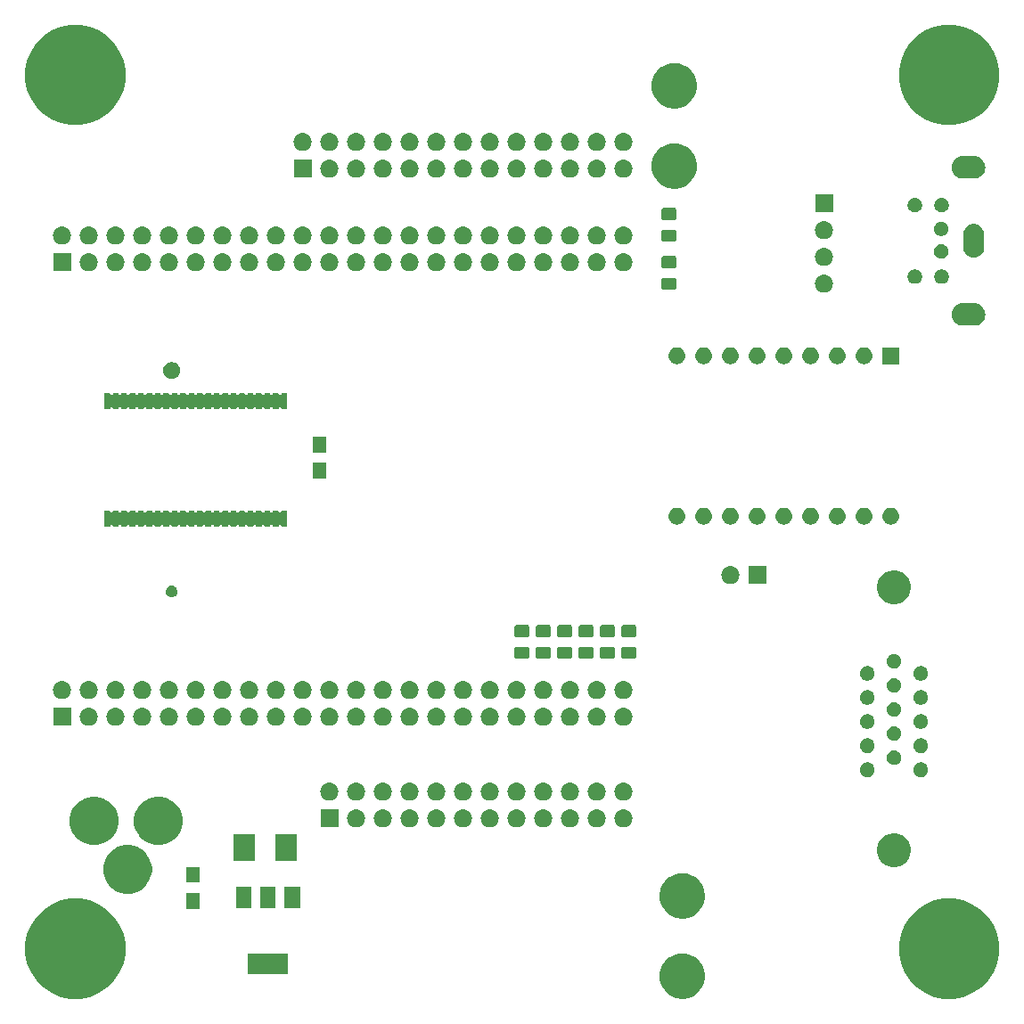
<source format=gbr>
G04 #@! TF.GenerationSoftware,KiCad,Pcbnew,(5.0.2)-1*
G04 #@! TF.CreationDate,2019-04-04T20:07:32-04:00*
G04 #@! TF.ProjectId,RETRO-EP4CE6,52455452-4f2d-4455-9034-4345362e6b69,X1*
G04 #@! TF.SameCoordinates,Original*
G04 #@! TF.FileFunction,Soldermask,Top*
G04 #@! TF.FilePolarity,Negative*
%FSLAX46Y46*%
G04 Gerber Fmt 4.6, Leading zero omitted, Abs format (unit mm)*
G04 Created by KiCad (PCBNEW (5.0.2)-1) date 4/4/2019 8:07:32 PM*
%MOMM*%
%LPD*%
G01*
G04 APERTURE LIST*
%ADD10C,0.152400*%
G04 APERTURE END LIST*
D10*
G36*
X100389169Y-94420519D02*
X101255889Y-94779526D01*
X102035920Y-95300726D01*
X102699274Y-95964080D01*
X103220474Y-96744111D01*
X103579481Y-97610831D01*
X103762500Y-98530933D01*
X103762500Y-99469067D01*
X103579481Y-100389169D01*
X103220474Y-101255889D01*
X102699274Y-102035920D01*
X102035920Y-102699274D01*
X101255889Y-103220474D01*
X100389169Y-103579481D01*
X99469067Y-103762500D01*
X98530933Y-103762500D01*
X97610831Y-103579481D01*
X96744111Y-103220474D01*
X95964080Y-102699274D01*
X95300726Y-102035920D01*
X94779526Y-101255889D01*
X94420519Y-100389169D01*
X94237500Y-99469067D01*
X94237500Y-98530933D01*
X94420519Y-97610831D01*
X94779526Y-96744111D01*
X95300726Y-95964080D01*
X95964080Y-95300726D01*
X96744111Y-94779526D01*
X97610831Y-94420519D01*
X98530933Y-94237500D01*
X99469067Y-94237500D01*
X100389169Y-94420519D01*
X100389169Y-94420519D01*
G37*
G36*
X17389169Y-94420519D02*
X18255889Y-94779526D01*
X19035920Y-95300726D01*
X19699274Y-95964080D01*
X20220474Y-96744111D01*
X20579481Y-97610831D01*
X20762500Y-98530933D01*
X20762500Y-99469067D01*
X20579481Y-100389169D01*
X20220474Y-101255889D01*
X19699274Y-102035920D01*
X19035920Y-102699274D01*
X18255889Y-103220474D01*
X17389169Y-103579481D01*
X16469067Y-103762500D01*
X15530933Y-103762500D01*
X14610831Y-103579481D01*
X13744111Y-103220474D01*
X12964080Y-102699274D01*
X12300726Y-102035920D01*
X11779526Y-101255889D01*
X11420519Y-100389169D01*
X11237500Y-99469067D01*
X11237500Y-98530933D01*
X11420519Y-97610831D01*
X11779526Y-96744111D01*
X12300726Y-95964080D01*
X12964080Y-95300726D01*
X13744111Y-94779526D01*
X14610831Y-94420519D01*
X15530933Y-94237500D01*
X16469067Y-94237500D01*
X17389169Y-94420519D01*
X17389169Y-94420519D01*
G37*
G36*
X73967614Y-99469067D02*
X74287132Y-99532623D01*
X74449203Y-99599755D01*
X74678406Y-99694694D01*
X75030548Y-99929988D01*
X75330012Y-100229452D01*
X75565306Y-100581594D01*
X75727377Y-100972869D01*
X75810000Y-101388242D01*
X75810000Y-101811758D01*
X75727377Y-102227131D01*
X75565306Y-102618406D01*
X75330012Y-102970548D01*
X75030548Y-103270012D01*
X74678406Y-103505306D01*
X74499331Y-103579481D01*
X74287132Y-103667377D01*
X74079445Y-103708688D01*
X73871758Y-103750000D01*
X73448242Y-103750000D01*
X73240555Y-103708688D01*
X73032868Y-103667377D01*
X72820669Y-103579481D01*
X72641594Y-103505306D01*
X72289452Y-103270012D01*
X71989988Y-102970548D01*
X71754694Y-102618406D01*
X71592623Y-102227131D01*
X71510000Y-101811758D01*
X71510000Y-101388242D01*
X71592623Y-100972869D01*
X71754694Y-100581594D01*
X71989988Y-100229452D01*
X72289452Y-99929988D01*
X72641594Y-99694694D01*
X72870797Y-99599755D01*
X73032868Y-99532623D01*
X73352386Y-99469067D01*
X73448242Y-99450000D01*
X73871758Y-99450000D01*
X73967614Y-99469067D01*
X73967614Y-99469067D01*
G37*
G36*
X36190000Y-101432000D02*
X32390000Y-101432000D01*
X32390000Y-99432000D01*
X36190000Y-99432000D01*
X36190000Y-101432000D01*
X36190000Y-101432000D01*
G37*
G36*
X74079444Y-91871311D02*
X74287132Y-91912623D01*
X74449203Y-91979755D01*
X74678406Y-92074694D01*
X75030548Y-92309988D01*
X75330012Y-92609452D01*
X75565306Y-92961594D01*
X75635890Y-93132000D01*
X75727377Y-93352868D01*
X75768688Y-93560555D01*
X75810000Y-93768242D01*
X75810000Y-94191758D01*
X75727377Y-94607131D01*
X75565306Y-94998406D01*
X75330012Y-95350548D01*
X75030548Y-95650012D01*
X74678406Y-95885306D01*
X74488228Y-95964080D01*
X74287132Y-96047377D01*
X74079444Y-96088689D01*
X73871758Y-96130000D01*
X73448242Y-96130000D01*
X73240555Y-96088688D01*
X73032868Y-96047377D01*
X72831772Y-95964080D01*
X72641594Y-95885306D01*
X72289452Y-95650012D01*
X71989988Y-95350548D01*
X71754694Y-94998406D01*
X71592623Y-94607131D01*
X71510000Y-94191758D01*
X71510000Y-93768242D01*
X71551311Y-93560556D01*
X71592623Y-93352868D01*
X71684110Y-93132000D01*
X71754694Y-92961594D01*
X71989988Y-92609452D01*
X72289452Y-92309988D01*
X72641594Y-92074694D01*
X72870797Y-91979755D01*
X73032868Y-91912623D01*
X73240556Y-91871311D01*
X73448242Y-91830000D01*
X73871758Y-91830000D01*
X74079444Y-91871311D01*
X74079444Y-91871311D01*
G37*
G36*
X27803000Y-95218000D02*
X26553000Y-95218000D01*
X26553000Y-93718000D01*
X27803000Y-93718000D01*
X27803000Y-95218000D01*
X27803000Y-95218000D01*
G37*
G36*
X37340000Y-95132000D02*
X35840000Y-95132000D01*
X35840000Y-93132000D01*
X37340000Y-93132000D01*
X37340000Y-95132000D01*
X37340000Y-95132000D01*
G37*
G36*
X35040000Y-95132000D02*
X33540000Y-95132000D01*
X33540000Y-93132000D01*
X35040000Y-93132000D01*
X35040000Y-95132000D01*
X35040000Y-95132000D01*
G37*
G36*
X32740000Y-95132000D02*
X31240000Y-95132000D01*
X31240000Y-93132000D01*
X32740000Y-93132000D01*
X32740000Y-95132000D01*
X32740000Y-95132000D01*
G37*
G36*
X21650885Y-89256387D02*
X22069459Y-89429766D01*
X22147140Y-89481671D01*
X22446168Y-89681475D01*
X22766525Y-90001832D01*
X23018235Y-90378543D01*
X23191613Y-90797115D01*
X23280000Y-91241468D01*
X23280000Y-91694532D01*
X23191613Y-92138885D01*
X23018235Y-92557457D01*
X22766525Y-92934168D01*
X22446168Y-93254525D01*
X22446165Y-93254527D01*
X22069459Y-93506234D01*
X22069458Y-93506235D01*
X22069457Y-93506235D01*
X21650885Y-93679613D01*
X21206532Y-93768000D01*
X20753468Y-93768000D01*
X20309115Y-93679613D01*
X19890543Y-93506235D01*
X19890542Y-93506235D01*
X19890541Y-93506234D01*
X19513835Y-93254527D01*
X19513832Y-93254525D01*
X19193475Y-92934168D01*
X18941765Y-92557457D01*
X18768387Y-92138885D01*
X18680000Y-91694532D01*
X18680000Y-91241468D01*
X18768387Y-90797115D01*
X18941765Y-90378543D01*
X19193475Y-90001832D01*
X19513832Y-89681475D01*
X19812860Y-89481671D01*
X19890541Y-89429766D01*
X20309115Y-89256387D01*
X20753468Y-89168000D01*
X21206532Y-89168000D01*
X21650885Y-89256387D01*
X21650885Y-89256387D01*
G37*
G36*
X27803000Y-92718000D02*
X26553000Y-92718000D01*
X26553000Y-91218000D01*
X27803000Y-91218000D01*
X27803000Y-92718000D01*
X27803000Y-92718000D01*
G37*
G36*
X94246043Y-88100745D02*
X94537223Y-88221356D01*
X94799284Y-88396460D01*
X95022139Y-88619315D01*
X95197243Y-88881376D01*
X95317854Y-89172556D01*
X95379340Y-89481671D01*
X95379340Y-89796847D01*
X95317854Y-90105962D01*
X95197243Y-90397142D01*
X95022139Y-90659203D01*
X94799284Y-90882058D01*
X94537223Y-91057162D01*
X94246043Y-91177773D01*
X93936928Y-91239259D01*
X93621752Y-91239259D01*
X93312637Y-91177773D01*
X93021457Y-91057162D01*
X92759396Y-90882058D01*
X92536541Y-90659203D01*
X92361437Y-90397142D01*
X92240826Y-90105962D01*
X92179340Y-89796847D01*
X92179340Y-89481671D01*
X92240826Y-89172556D01*
X92361437Y-88881376D01*
X92536541Y-88619315D01*
X92759396Y-88396460D01*
X93021457Y-88221356D01*
X93312637Y-88100745D01*
X93621752Y-88039259D01*
X93936928Y-88039259D01*
X94246043Y-88100745D01*
X94246043Y-88100745D01*
G37*
G36*
X37036000Y-90658000D02*
X35036000Y-90658000D01*
X35036000Y-88158000D01*
X37036000Y-88158000D01*
X37036000Y-90658000D01*
X37036000Y-90658000D01*
G37*
G36*
X33036000Y-90658000D02*
X31036000Y-90658000D01*
X31036000Y-88158000D01*
X33036000Y-88158000D01*
X33036000Y-90658000D01*
X33036000Y-90658000D01*
G37*
G36*
X24550885Y-84656387D02*
X24969459Y-84829766D01*
X25019342Y-84863097D01*
X25346168Y-85081475D01*
X25666525Y-85401832D01*
X25666527Y-85401835D01*
X25916737Y-85776300D01*
X25918235Y-85778543D01*
X26091613Y-86197115D01*
X26180000Y-86641468D01*
X26180000Y-87094532D01*
X26091613Y-87538885D01*
X25918234Y-87957459D01*
X25741903Y-88221357D01*
X25666525Y-88334168D01*
X25346168Y-88654525D01*
X25346165Y-88654527D01*
X24969459Y-88906234D01*
X24969458Y-88906235D01*
X24969457Y-88906235D01*
X24550885Y-89079613D01*
X24106532Y-89168000D01*
X23653468Y-89168000D01*
X23209115Y-89079613D01*
X22790543Y-88906235D01*
X22790542Y-88906235D01*
X22790541Y-88906234D01*
X22413835Y-88654527D01*
X22413832Y-88654525D01*
X22093475Y-88334168D01*
X22018097Y-88221357D01*
X21841766Y-87957459D01*
X21668387Y-87538885D01*
X21580000Y-87094532D01*
X21580000Y-86641468D01*
X21668387Y-86197115D01*
X21841765Y-85778543D01*
X21843264Y-85776300D01*
X22093473Y-85401835D01*
X22093475Y-85401832D01*
X22413832Y-85081475D01*
X22740658Y-84863097D01*
X22790541Y-84829766D01*
X23209115Y-84656387D01*
X23653468Y-84568000D01*
X24106532Y-84568000D01*
X24550885Y-84656387D01*
X24550885Y-84656387D01*
G37*
G36*
X18450885Y-84656387D02*
X18869459Y-84829766D01*
X18919342Y-84863097D01*
X19246168Y-85081475D01*
X19566525Y-85401832D01*
X19566527Y-85401835D01*
X19816737Y-85776300D01*
X19818235Y-85778543D01*
X19991613Y-86197115D01*
X20080000Y-86641468D01*
X20080000Y-87094532D01*
X19991613Y-87538885D01*
X19818234Y-87957459D01*
X19641903Y-88221357D01*
X19566525Y-88334168D01*
X19246168Y-88654525D01*
X19246165Y-88654527D01*
X18869459Y-88906234D01*
X18869458Y-88906235D01*
X18869457Y-88906235D01*
X18450885Y-89079613D01*
X18006532Y-89168000D01*
X17553468Y-89168000D01*
X17109115Y-89079613D01*
X16690543Y-88906235D01*
X16690542Y-88906235D01*
X16690541Y-88906234D01*
X16313835Y-88654527D01*
X16313832Y-88654525D01*
X15993475Y-88334168D01*
X15918097Y-88221357D01*
X15741766Y-87957459D01*
X15568387Y-87538885D01*
X15480000Y-87094532D01*
X15480000Y-86641468D01*
X15568387Y-86197115D01*
X15741765Y-85778543D01*
X15743264Y-85776300D01*
X15993473Y-85401835D01*
X15993475Y-85401832D01*
X16313832Y-85081475D01*
X16640658Y-84863097D01*
X16690541Y-84829766D01*
X17109115Y-84656387D01*
X17553468Y-84568000D01*
X18006532Y-84568000D01*
X18450885Y-84656387D01*
X18450885Y-84656387D01*
G37*
G36*
X68238630Y-85776299D02*
X68398855Y-85824903D01*
X68546520Y-85903831D01*
X68675949Y-86010051D01*
X68782169Y-86139480D01*
X68861097Y-86287145D01*
X68909701Y-86447370D01*
X68926112Y-86614000D01*
X68909701Y-86780630D01*
X68861097Y-86940855D01*
X68782169Y-87088520D01*
X68675949Y-87217949D01*
X68546520Y-87324169D01*
X68398855Y-87403097D01*
X68238630Y-87451701D01*
X68113752Y-87464000D01*
X68030248Y-87464000D01*
X67905370Y-87451701D01*
X67745145Y-87403097D01*
X67597480Y-87324169D01*
X67468051Y-87217949D01*
X67361831Y-87088520D01*
X67282903Y-86940855D01*
X67234299Y-86780630D01*
X67217888Y-86614000D01*
X67234299Y-86447370D01*
X67282903Y-86287145D01*
X67361831Y-86139480D01*
X67468051Y-86010051D01*
X67597480Y-85903831D01*
X67745145Y-85824903D01*
X67905370Y-85776299D01*
X68030248Y-85764000D01*
X68113752Y-85764000D01*
X68238630Y-85776299D01*
X68238630Y-85776299D01*
G37*
G36*
X63158630Y-85776299D02*
X63318855Y-85824903D01*
X63466520Y-85903831D01*
X63595949Y-86010051D01*
X63702169Y-86139480D01*
X63781097Y-86287145D01*
X63829701Y-86447370D01*
X63846112Y-86614000D01*
X63829701Y-86780630D01*
X63781097Y-86940855D01*
X63702169Y-87088520D01*
X63595949Y-87217949D01*
X63466520Y-87324169D01*
X63318855Y-87403097D01*
X63158630Y-87451701D01*
X63033752Y-87464000D01*
X62950248Y-87464000D01*
X62825370Y-87451701D01*
X62665145Y-87403097D01*
X62517480Y-87324169D01*
X62388051Y-87217949D01*
X62281831Y-87088520D01*
X62202903Y-86940855D01*
X62154299Y-86780630D01*
X62137888Y-86614000D01*
X62154299Y-86447370D01*
X62202903Y-86287145D01*
X62281831Y-86139480D01*
X62388051Y-86010051D01*
X62517480Y-85903831D01*
X62665145Y-85824903D01*
X62825370Y-85776299D01*
X62950248Y-85764000D01*
X63033752Y-85764000D01*
X63158630Y-85776299D01*
X63158630Y-85776299D01*
G37*
G36*
X60618630Y-85776299D02*
X60778855Y-85824903D01*
X60926520Y-85903831D01*
X61055949Y-86010051D01*
X61162169Y-86139480D01*
X61241097Y-86287145D01*
X61289701Y-86447370D01*
X61306112Y-86614000D01*
X61289701Y-86780630D01*
X61241097Y-86940855D01*
X61162169Y-87088520D01*
X61055949Y-87217949D01*
X60926520Y-87324169D01*
X60778855Y-87403097D01*
X60618630Y-87451701D01*
X60493752Y-87464000D01*
X60410248Y-87464000D01*
X60285370Y-87451701D01*
X60125145Y-87403097D01*
X59977480Y-87324169D01*
X59848051Y-87217949D01*
X59741831Y-87088520D01*
X59662903Y-86940855D01*
X59614299Y-86780630D01*
X59597888Y-86614000D01*
X59614299Y-86447370D01*
X59662903Y-86287145D01*
X59741831Y-86139480D01*
X59848051Y-86010051D01*
X59977480Y-85903831D01*
X60125145Y-85824903D01*
X60285370Y-85776299D01*
X60410248Y-85764000D01*
X60493752Y-85764000D01*
X60618630Y-85776299D01*
X60618630Y-85776299D01*
G37*
G36*
X58078630Y-85776299D02*
X58238855Y-85824903D01*
X58386520Y-85903831D01*
X58515949Y-86010051D01*
X58622169Y-86139480D01*
X58701097Y-86287145D01*
X58749701Y-86447370D01*
X58766112Y-86614000D01*
X58749701Y-86780630D01*
X58701097Y-86940855D01*
X58622169Y-87088520D01*
X58515949Y-87217949D01*
X58386520Y-87324169D01*
X58238855Y-87403097D01*
X58078630Y-87451701D01*
X57953752Y-87464000D01*
X57870248Y-87464000D01*
X57745370Y-87451701D01*
X57585145Y-87403097D01*
X57437480Y-87324169D01*
X57308051Y-87217949D01*
X57201831Y-87088520D01*
X57122903Y-86940855D01*
X57074299Y-86780630D01*
X57057888Y-86614000D01*
X57074299Y-86447370D01*
X57122903Y-86287145D01*
X57201831Y-86139480D01*
X57308051Y-86010051D01*
X57437480Y-85903831D01*
X57585145Y-85824903D01*
X57745370Y-85776299D01*
X57870248Y-85764000D01*
X57953752Y-85764000D01*
X58078630Y-85776299D01*
X58078630Y-85776299D01*
G37*
G36*
X55538630Y-85776299D02*
X55698855Y-85824903D01*
X55846520Y-85903831D01*
X55975949Y-86010051D01*
X56082169Y-86139480D01*
X56161097Y-86287145D01*
X56209701Y-86447370D01*
X56226112Y-86614000D01*
X56209701Y-86780630D01*
X56161097Y-86940855D01*
X56082169Y-87088520D01*
X55975949Y-87217949D01*
X55846520Y-87324169D01*
X55698855Y-87403097D01*
X55538630Y-87451701D01*
X55413752Y-87464000D01*
X55330248Y-87464000D01*
X55205370Y-87451701D01*
X55045145Y-87403097D01*
X54897480Y-87324169D01*
X54768051Y-87217949D01*
X54661831Y-87088520D01*
X54582903Y-86940855D01*
X54534299Y-86780630D01*
X54517888Y-86614000D01*
X54534299Y-86447370D01*
X54582903Y-86287145D01*
X54661831Y-86139480D01*
X54768051Y-86010051D01*
X54897480Y-85903831D01*
X55045145Y-85824903D01*
X55205370Y-85776299D01*
X55330248Y-85764000D01*
X55413752Y-85764000D01*
X55538630Y-85776299D01*
X55538630Y-85776299D01*
G37*
G36*
X52998630Y-85776299D02*
X53158855Y-85824903D01*
X53306520Y-85903831D01*
X53435949Y-86010051D01*
X53542169Y-86139480D01*
X53621097Y-86287145D01*
X53669701Y-86447370D01*
X53686112Y-86614000D01*
X53669701Y-86780630D01*
X53621097Y-86940855D01*
X53542169Y-87088520D01*
X53435949Y-87217949D01*
X53306520Y-87324169D01*
X53158855Y-87403097D01*
X52998630Y-87451701D01*
X52873752Y-87464000D01*
X52790248Y-87464000D01*
X52665370Y-87451701D01*
X52505145Y-87403097D01*
X52357480Y-87324169D01*
X52228051Y-87217949D01*
X52121831Y-87088520D01*
X52042903Y-86940855D01*
X51994299Y-86780630D01*
X51977888Y-86614000D01*
X51994299Y-86447370D01*
X52042903Y-86287145D01*
X52121831Y-86139480D01*
X52228051Y-86010051D01*
X52357480Y-85903831D01*
X52505145Y-85824903D01*
X52665370Y-85776299D01*
X52790248Y-85764000D01*
X52873752Y-85764000D01*
X52998630Y-85776299D01*
X52998630Y-85776299D01*
G37*
G36*
X47918630Y-85776299D02*
X48078855Y-85824903D01*
X48226520Y-85903831D01*
X48355949Y-86010051D01*
X48462169Y-86139480D01*
X48541097Y-86287145D01*
X48589701Y-86447370D01*
X48606112Y-86614000D01*
X48589701Y-86780630D01*
X48541097Y-86940855D01*
X48462169Y-87088520D01*
X48355949Y-87217949D01*
X48226520Y-87324169D01*
X48078855Y-87403097D01*
X47918630Y-87451701D01*
X47793752Y-87464000D01*
X47710248Y-87464000D01*
X47585370Y-87451701D01*
X47425145Y-87403097D01*
X47277480Y-87324169D01*
X47148051Y-87217949D01*
X47041831Y-87088520D01*
X46962903Y-86940855D01*
X46914299Y-86780630D01*
X46897888Y-86614000D01*
X46914299Y-86447370D01*
X46962903Y-86287145D01*
X47041831Y-86139480D01*
X47148051Y-86010051D01*
X47277480Y-85903831D01*
X47425145Y-85824903D01*
X47585370Y-85776299D01*
X47710248Y-85764000D01*
X47793752Y-85764000D01*
X47918630Y-85776299D01*
X47918630Y-85776299D01*
G37*
G36*
X45378630Y-85776299D02*
X45538855Y-85824903D01*
X45686520Y-85903831D01*
X45815949Y-86010051D01*
X45922169Y-86139480D01*
X46001097Y-86287145D01*
X46049701Y-86447370D01*
X46066112Y-86614000D01*
X46049701Y-86780630D01*
X46001097Y-86940855D01*
X45922169Y-87088520D01*
X45815949Y-87217949D01*
X45686520Y-87324169D01*
X45538855Y-87403097D01*
X45378630Y-87451701D01*
X45253752Y-87464000D01*
X45170248Y-87464000D01*
X45045370Y-87451701D01*
X44885145Y-87403097D01*
X44737480Y-87324169D01*
X44608051Y-87217949D01*
X44501831Y-87088520D01*
X44422903Y-86940855D01*
X44374299Y-86780630D01*
X44357888Y-86614000D01*
X44374299Y-86447370D01*
X44422903Y-86287145D01*
X44501831Y-86139480D01*
X44608051Y-86010051D01*
X44737480Y-85903831D01*
X44885145Y-85824903D01*
X45045370Y-85776299D01*
X45170248Y-85764000D01*
X45253752Y-85764000D01*
X45378630Y-85776299D01*
X45378630Y-85776299D01*
G37*
G36*
X42838630Y-85776299D02*
X42998855Y-85824903D01*
X43146520Y-85903831D01*
X43275949Y-86010051D01*
X43382169Y-86139480D01*
X43461097Y-86287145D01*
X43509701Y-86447370D01*
X43526112Y-86614000D01*
X43509701Y-86780630D01*
X43461097Y-86940855D01*
X43382169Y-87088520D01*
X43275949Y-87217949D01*
X43146520Y-87324169D01*
X42998855Y-87403097D01*
X42838630Y-87451701D01*
X42713752Y-87464000D01*
X42630248Y-87464000D01*
X42505370Y-87451701D01*
X42345145Y-87403097D01*
X42197480Y-87324169D01*
X42068051Y-87217949D01*
X41961831Y-87088520D01*
X41882903Y-86940855D01*
X41834299Y-86780630D01*
X41817888Y-86614000D01*
X41834299Y-86447370D01*
X41882903Y-86287145D01*
X41961831Y-86139480D01*
X42068051Y-86010051D01*
X42197480Y-85903831D01*
X42345145Y-85824903D01*
X42505370Y-85776299D01*
X42630248Y-85764000D01*
X42713752Y-85764000D01*
X42838630Y-85776299D01*
X42838630Y-85776299D01*
G37*
G36*
X40982000Y-87464000D02*
X39282000Y-87464000D01*
X39282000Y-85764000D01*
X40982000Y-85764000D01*
X40982000Y-87464000D01*
X40982000Y-87464000D01*
G37*
G36*
X65698630Y-85776299D02*
X65858855Y-85824903D01*
X66006520Y-85903831D01*
X66135949Y-86010051D01*
X66242169Y-86139480D01*
X66321097Y-86287145D01*
X66369701Y-86447370D01*
X66386112Y-86614000D01*
X66369701Y-86780630D01*
X66321097Y-86940855D01*
X66242169Y-87088520D01*
X66135949Y-87217949D01*
X66006520Y-87324169D01*
X65858855Y-87403097D01*
X65698630Y-87451701D01*
X65573752Y-87464000D01*
X65490248Y-87464000D01*
X65365370Y-87451701D01*
X65205145Y-87403097D01*
X65057480Y-87324169D01*
X64928051Y-87217949D01*
X64821831Y-87088520D01*
X64742903Y-86940855D01*
X64694299Y-86780630D01*
X64677888Y-86614000D01*
X64694299Y-86447370D01*
X64742903Y-86287145D01*
X64821831Y-86139480D01*
X64928051Y-86010051D01*
X65057480Y-85903831D01*
X65205145Y-85824903D01*
X65365370Y-85776299D01*
X65490248Y-85764000D01*
X65573752Y-85764000D01*
X65698630Y-85776299D01*
X65698630Y-85776299D01*
G37*
G36*
X50458630Y-85776299D02*
X50618855Y-85824903D01*
X50766520Y-85903831D01*
X50895949Y-86010051D01*
X51002169Y-86139480D01*
X51081097Y-86287145D01*
X51129701Y-86447370D01*
X51146112Y-86614000D01*
X51129701Y-86780630D01*
X51081097Y-86940855D01*
X51002169Y-87088520D01*
X50895949Y-87217949D01*
X50766520Y-87324169D01*
X50618855Y-87403097D01*
X50458630Y-87451701D01*
X50333752Y-87464000D01*
X50250248Y-87464000D01*
X50125370Y-87451701D01*
X49965145Y-87403097D01*
X49817480Y-87324169D01*
X49688051Y-87217949D01*
X49581831Y-87088520D01*
X49502903Y-86940855D01*
X49454299Y-86780630D01*
X49437888Y-86614000D01*
X49454299Y-86447370D01*
X49502903Y-86287145D01*
X49581831Y-86139480D01*
X49688051Y-86010051D01*
X49817480Y-85903831D01*
X49965145Y-85824903D01*
X50125370Y-85776299D01*
X50250248Y-85764000D01*
X50333752Y-85764000D01*
X50458630Y-85776299D01*
X50458630Y-85776299D01*
G37*
G36*
X45378630Y-83236299D02*
X45538855Y-83284903D01*
X45686520Y-83363831D01*
X45815949Y-83470051D01*
X45922169Y-83599480D01*
X46001097Y-83747145D01*
X46049701Y-83907370D01*
X46066112Y-84074000D01*
X46049701Y-84240630D01*
X46001097Y-84400855D01*
X45922169Y-84548520D01*
X45815949Y-84677949D01*
X45686520Y-84784169D01*
X45538855Y-84863097D01*
X45378630Y-84911701D01*
X45253752Y-84924000D01*
X45170248Y-84924000D01*
X45045370Y-84911701D01*
X44885145Y-84863097D01*
X44737480Y-84784169D01*
X44608051Y-84677949D01*
X44501831Y-84548520D01*
X44422903Y-84400855D01*
X44374299Y-84240630D01*
X44357888Y-84074000D01*
X44374299Y-83907370D01*
X44422903Y-83747145D01*
X44501831Y-83599480D01*
X44608051Y-83470051D01*
X44737480Y-83363831D01*
X44885145Y-83284903D01*
X45045370Y-83236299D01*
X45170248Y-83224000D01*
X45253752Y-83224000D01*
X45378630Y-83236299D01*
X45378630Y-83236299D01*
G37*
G36*
X60618630Y-83236299D02*
X60778855Y-83284903D01*
X60926520Y-83363831D01*
X61055949Y-83470051D01*
X61162169Y-83599480D01*
X61241097Y-83747145D01*
X61289701Y-83907370D01*
X61306112Y-84074000D01*
X61289701Y-84240630D01*
X61241097Y-84400855D01*
X61162169Y-84548520D01*
X61055949Y-84677949D01*
X60926520Y-84784169D01*
X60778855Y-84863097D01*
X60618630Y-84911701D01*
X60493752Y-84924000D01*
X60410248Y-84924000D01*
X60285370Y-84911701D01*
X60125145Y-84863097D01*
X59977480Y-84784169D01*
X59848051Y-84677949D01*
X59741831Y-84548520D01*
X59662903Y-84400855D01*
X59614299Y-84240630D01*
X59597888Y-84074000D01*
X59614299Y-83907370D01*
X59662903Y-83747145D01*
X59741831Y-83599480D01*
X59848051Y-83470051D01*
X59977480Y-83363831D01*
X60125145Y-83284903D01*
X60285370Y-83236299D01*
X60410248Y-83224000D01*
X60493752Y-83224000D01*
X60618630Y-83236299D01*
X60618630Y-83236299D01*
G37*
G36*
X58078630Y-83236299D02*
X58238855Y-83284903D01*
X58386520Y-83363831D01*
X58515949Y-83470051D01*
X58622169Y-83599480D01*
X58701097Y-83747145D01*
X58749701Y-83907370D01*
X58766112Y-84074000D01*
X58749701Y-84240630D01*
X58701097Y-84400855D01*
X58622169Y-84548520D01*
X58515949Y-84677949D01*
X58386520Y-84784169D01*
X58238855Y-84863097D01*
X58078630Y-84911701D01*
X57953752Y-84924000D01*
X57870248Y-84924000D01*
X57745370Y-84911701D01*
X57585145Y-84863097D01*
X57437480Y-84784169D01*
X57308051Y-84677949D01*
X57201831Y-84548520D01*
X57122903Y-84400855D01*
X57074299Y-84240630D01*
X57057888Y-84074000D01*
X57074299Y-83907370D01*
X57122903Y-83747145D01*
X57201831Y-83599480D01*
X57308051Y-83470051D01*
X57437480Y-83363831D01*
X57585145Y-83284903D01*
X57745370Y-83236299D01*
X57870248Y-83224000D01*
X57953752Y-83224000D01*
X58078630Y-83236299D01*
X58078630Y-83236299D01*
G37*
G36*
X55538630Y-83236299D02*
X55698855Y-83284903D01*
X55846520Y-83363831D01*
X55975949Y-83470051D01*
X56082169Y-83599480D01*
X56161097Y-83747145D01*
X56209701Y-83907370D01*
X56226112Y-84074000D01*
X56209701Y-84240630D01*
X56161097Y-84400855D01*
X56082169Y-84548520D01*
X55975949Y-84677949D01*
X55846520Y-84784169D01*
X55698855Y-84863097D01*
X55538630Y-84911701D01*
X55413752Y-84924000D01*
X55330248Y-84924000D01*
X55205370Y-84911701D01*
X55045145Y-84863097D01*
X54897480Y-84784169D01*
X54768051Y-84677949D01*
X54661831Y-84548520D01*
X54582903Y-84400855D01*
X54534299Y-84240630D01*
X54517888Y-84074000D01*
X54534299Y-83907370D01*
X54582903Y-83747145D01*
X54661831Y-83599480D01*
X54768051Y-83470051D01*
X54897480Y-83363831D01*
X55045145Y-83284903D01*
X55205370Y-83236299D01*
X55330248Y-83224000D01*
X55413752Y-83224000D01*
X55538630Y-83236299D01*
X55538630Y-83236299D01*
G37*
G36*
X52998630Y-83236299D02*
X53158855Y-83284903D01*
X53306520Y-83363831D01*
X53435949Y-83470051D01*
X53542169Y-83599480D01*
X53621097Y-83747145D01*
X53669701Y-83907370D01*
X53686112Y-84074000D01*
X53669701Y-84240630D01*
X53621097Y-84400855D01*
X53542169Y-84548520D01*
X53435949Y-84677949D01*
X53306520Y-84784169D01*
X53158855Y-84863097D01*
X52998630Y-84911701D01*
X52873752Y-84924000D01*
X52790248Y-84924000D01*
X52665370Y-84911701D01*
X52505145Y-84863097D01*
X52357480Y-84784169D01*
X52228051Y-84677949D01*
X52121831Y-84548520D01*
X52042903Y-84400855D01*
X51994299Y-84240630D01*
X51977888Y-84074000D01*
X51994299Y-83907370D01*
X52042903Y-83747145D01*
X52121831Y-83599480D01*
X52228051Y-83470051D01*
X52357480Y-83363831D01*
X52505145Y-83284903D01*
X52665370Y-83236299D01*
X52790248Y-83224000D01*
X52873752Y-83224000D01*
X52998630Y-83236299D01*
X52998630Y-83236299D01*
G37*
G36*
X50458630Y-83236299D02*
X50618855Y-83284903D01*
X50766520Y-83363831D01*
X50895949Y-83470051D01*
X51002169Y-83599480D01*
X51081097Y-83747145D01*
X51129701Y-83907370D01*
X51146112Y-84074000D01*
X51129701Y-84240630D01*
X51081097Y-84400855D01*
X51002169Y-84548520D01*
X50895949Y-84677949D01*
X50766520Y-84784169D01*
X50618855Y-84863097D01*
X50458630Y-84911701D01*
X50333752Y-84924000D01*
X50250248Y-84924000D01*
X50125370Y-84911701D01*
X49965145Y-84863097D01*
X49817480Y-84784169D01*
X49688051Y-84677949D01*
X49581831Y-84548520D01*
X49502903Y-84400855D01*
X49454299Y-84240630D01*
X49437888Y-84074000D01*
X49454299Y-83907370D01*
X49502903Y-83747145D01*
X49581831Y-83599480D01*
X49688051Y-83470051D01*
X49817480Y-83363831D01*
X49965145Y-83284903D01*
X50125370Y-83236299D01*
X50250248Y-83224000D01*
X50333752Y-83224000D01*
X50458630Y-83236299D01*
X50458630Y-83236299D01*
G37*
G36*
X47918630Y-83236299D02*
X48078855Y-83284903D01*
X48226520Y-83363831D01*
X48355949Y-83470051D01*
X48462169Y-83599480D01*
X48541097Y-83747145D01*
X48589701Y-83907370D01*
X48606112Y-84074000D01*
X48589701Y-84240630D01*
X48541097Y-84400855D01*
X48462169Y-84548520D01*
X48355949Y-84677949D01*
X48226520Y-84784169D01*
X48078855Y-84863097D01*
X47918630Y-84911701D01*
X47793752Y-84924000D01*
X47710248Y-84924000D01*
X47585370Y-84911701D01*
X47425145Y-84863097D01*
X47277480Y-84784169D01*
X47148051Y-84677949D01*
X47041831Y-84548520D01*
X46962903Y-84400855D01*
X46914299Y-84240630D01*
X46897888Y-84074000D01*
X46914299Y-83907370D01*
X46962903Y-83747145D01*
X47041831Y-83599480D01*
X47148051Y-83470051D01*
X47277480Y-83363831D01*
X47425145Y-83284903D01*
X47585370Y-83236299D01*
X47710248Y-83224000D01*
X47793752Y-83224000D01*
X47918630Y-83236299D01*
X47918630Y-83236299D01*
G37*
G36*
X68238630Y-83236299D02*
X68398855Y-83284903D01*
X68546520Y-83363831D01*
X68675949Y-83470051D01*
X68782169Y-83599480D01*
X68861097Y-83747145D01*
X68909701Y-83907370D01*
X68926112Y-84074000D01*
X68909701Y-84240630D01*
X68861097Y-84400855D01*
X68782169Y-84548520D01*
X68675949Y-84677949D01*
X68546520Y-84784169D01*
X68398855Y-84863097D01*
X68238630Y-84911701D01*
X68113752Y-84924000D01*
X68030248Y-84924000D01*
X67905370Y-84911701D01*
X67745145Y-84863097D01*
X67597480Y-84784169D01*
X67468051Y-84677949D01*
X67361831Y-84548520D01*
X67282903Y-84400855D01*
X67234299Y-84240630D01*
X67217888Y-84074000D01*
X67234299Y-83907370D01*
X67282903Y-83747145D01*
X67361831Y-83599480D01*
X67468051Y-83470051D01*
X67597480Y-83363831D01*
X67745145Y-83284903D01*
X67905370Y-83236299D01*
X68030248Y-83224000D01*
X68113752Y-83224000D01*
X68238630Y-83236299D01*
X68238630Y-83236299D01*
G37*
G36*
X63158630Y-83236299D02*
X63318855Y-83284903D01*
X63466520Y-83363831D01*
X63595949Y-83470051D01*
X63702169Y-83599480D01*
X63781097Y-83747145D01*
X63829701Y-83907370D01*
X63846112Y-84074000D01*
X63829701Y-84240630D01*
X63781097Y-84400855D01*
X63702169Y-84548520D01*
X63595949Y-84677949D01*
X63466520Y-84784169D01*
X63318855Y-84863097D01*
X63158630Y-84911701D01*
X63033752Y-84924000D01*
X62950248Y-84924000D01*
X62825370Y-84911701D01*
X62665145Y-84863097D01*
X62517480Y-84784169D01*
X62388051Y-84677949D01*
X62281831Y-84548520D01*
X62202903Y-84400855D01*
X62154299Y-84240630D01*
X62137888Y-84074000D01*
X62154299Y-83907370D01*
X62202903Y-83747145D01*
X62281831Y-83599480D01*
X62388051Y-83470051D01*
X62517480Y-83363831D01*
X62665145Y-83284903D01*
X62825370Y-83236299D01*
X62950248Y-83224000D01*
X63033752Y-83224000D01*
X63158630Y-83236299D01*
X63158630Y-83236299D01*
G37*
G36*
X42838630Y-83236299D02*
X42998855Y-83284903D01*
X43146520Y-83363831D01*
X43275949Y-83470051D01*
X43382169Y-83599480D01*
X43461097Y-83747145D01*
X43509701Y-83907370D01*
X43526112Y-84074000D01*
X43509701Y-84240630D01*
X43461097Y-84400855D01*
X43382169Y-84548520D01*
X43275949Y-84677949D01*
X43146520Y-84784169D01*
X42998855Y-84863097D01*
X42838630Y-84911701D01*
X42713752Y-84924000D01*
X42630248Y-84924000D01*
X42505370Y-84911701D01*
X42345145Y-84863097D01*
X42197480Y-84784169D01*
X42068051Y-84677949D01*
X41961831Y-84548520D01*
X41882903Y-84400855D01*
X41834299Y-84240630D01*
X41817888Y-84074000D01*
X41834299Y-83907370D01*
X41882903Y-83747145D01*
X41961831Y-83599480D01*
X42068051Y-83470051D01*
X42197480Y-83363831D01*
X42345145Y-83284903D01*
X42505370Y-83236299D01*
X42630248Y-83224000D01*
X42713752Y-83224000D01*
X42838630Y-83236299D01*
X42838630Y-83236299D01*
G37*
G36*
X65698630Y-83236299D02*
X65858855Y-83284903D01*
X66006520Y-83363831D01*
X66135949Y-83470051D01*
X66242169Y-83599480D01*
X66321097Y-83747145D01*
X66369701Y-83907370D01*
X66386112Y-84074000D01*
X66369701Y-84240630D01*
X66321097Y-84400855D01*
X66242169Y-84548520D01*
X66135949Y-84677949D01*
X66006520Y-84784169D01*
X65858855Y-84863097D01*
X65698630Y-84911701D01*
X65573752Y-84924000D01*
X65490248Y-84924000D01*
X65365370Y-84911701D01*
X65205145Y-84863097D01*
X65057480Y-84784169D01*
X64928051Y-84677949D01*
X64821831Y-84548520D01*
X64742903Y-84400855D01*
X64694299Y-84240630D01*
X64677888Y-84074000D01*
X64694299Y-83907370D01*
X64742903Y-83747145D01*
X64821831Y-83599480D01*
X64928051Y-83470051D01*
X65057480Y-83363831D01*
X65205145Y-83284903D01*
X65365370Y-83236299D01*
X65490248Y-83224000D01*
X65573752Y-83224000D01*
X65698630Y-83236299D01*
X65698630Y-83236299D01*
G37*
G36*
X40298630Y-83236299D02*
X40458855Y-83284903D01*
X40606520Y-83363831D01*
X40735949Y-83470051D01*
X40842169Y-83599480D01*
X40921097Y-83747145D01*
X40969701Y-83907370D01*
X40986112Y-84074000D01*
X40969701Y-84240630D01*
X40921097Y-84400855D01*
X40842169Y-84548520D01*
X40735949Y-84677949D01*
X40606520Y-84784169D01*
X40458855Y-84863097D01*
X40298630Y-84911701D01*
X40173752Y-84924000D01*
X40090248Y-84924000D01*
X39965370Y-84911701D01*
X39805145Y-84863097D01*
X39657480Y-84784169D01*
X39528051Y-84677949D01*
X39421831Y-84548520D01*
X39342903Y-84400855D01*
X39294299Y-84240630D01*
X39277888Y-84074000D01*
X39294299Y-83907370D01*
X39342903Y-83747145D01*
X39421831Y-83599480D01*
X39528051Y-83470051D01*
X39657480Y-83363831D01*
X39805145Y-83284903D01*
X39965370Y-83236299D01*
X40090248Y-83224000D01*
X40173752Y-83224000D01*
X40298630Y-83236299D01*
X40298630Y-83236299D01*
G37*
G36*
X91443085Y-81322201D02*
X91570203Y-81374855D01*
X91684611Y-81451300D01*
X91781899Y-81548588D01*
X91858344Y-81662996D01*
X91910998Y-81790114D01*
X91937840Y-81925061D01*
X91937840Y-82062657D01*
X91910998Y-82197604D01*
X91858344Y-82324722D01*
X91781899Y-82439130D01*
X91684611Y-82536418D01*
X91570203Y-82612863D01*
X91443085Y-82665517D01*
X91308138Y-82692359D01*
X91170542Y-82692359D01*
X91035595Y-82665517D01*
X90908477Y-82612863D01*
X90794069Y-82536418D01*
X90696781Y-82439130D01*
X90620336Y-82324722D01*
X90567682Y-82197604D01*
X90540840Y-82062657D01*
X90540840Y-81925061D01*
X90567682Y-81790114D01*
X90620336Y-81662996D01*
X90696781Y-81548588D01*
X90794069Y-81451300D01*
X90908477Y-81374855D01*
X91035595Y-81322201D01*
X91170542Y-81295359D01*
X91308138Y-81295359D01*
X91443085Y-81322201D01*
X91443085Y-81322201D01*
G37*
G36*
X96523085Y-81322201D02*
X96650203Y-81374855D01*
X96764611Y-81451300D01*
X96861899Y-81548588D01*
X96938344Y-81662996D01*
X96990998Y-81790114D01*
X97017840Y-81925061D01*
X97017840Y-82062657D01*
X96990998Y-82197604D01*
X96938344Y-82324722D01*
X96861899Y-82439130D01*
X96764611Y-82536418D01*
X96650203Y-82612863D01*
X96523085Y-82665517D01*
X96388138Y-82692359D01*
X96250542Y-82692359D01*
X96115595Y-82665517D01*
X95988477Y-82612863D01*
X95874069Y-82536418D01*
X95776781Y-82439130D01*
X95700336Y-82324722D01*
X95647682Y-82197604D01*
X95620840Y-82062657D01*
X95620840Y-81925061D01*
X95647682Y-81790114D01*
X95700336Y-81662996D01*
X95776781Y-81548588D01*
X95874069Y-81451300D01*
X95988477Y-81374855D01*
X96115595Y-81322201D01*
X96250542Y-81295359D01*
X96388138Y-81295359D01*
X96523085Y-81322201D01*
X96523085Y-81322201D01*
G37*
G36*
X93983085Y-80179201D02*
X94110203Y-80231855D01*
X94224611Y-80308300D01*
X94321899Y-80405588D01*
X94398344Y-80519996D01*
X94450998Y-80647114D01*
X94477840Y-80782061D01*
X94477840Y-80919657D01*
X94450998Y-81054604D01*
X94398344Y-81181722D01*
X94321899Y-81296130D01*
X94224611Y-81393418D01*
X94110203Y-81469863D01*
X93983085Y-81522517D01*
X93848138Y-81549359D01*
X93710542Y-81549359D01*
X93575595Y-81522517D01*
X93448477Y-81469863D01*
X93334069Y-81393418D01*
X93236781Y-81296130D01*
X93160336Y-81181722D01*
X93107682Y-81054604D01*
X93080840Y-80919657D01*
X93080840Y-80782061D01*
X93107682Y-80647114D01*
X93160336Y-80519996D01*
X93236781Y-80405588D01*
X93334069Y-80308300D01*
X93448477Y-80231855D01*
X93575595Y-80179201D01*
X93710542Y-80152359D01*
X93848138Y-80152359D01*
X93983085Y-80179201D01*
X93983085Y-80179201D01*
G37*
G36*
X96523085Y-79033661D02*
X96650203Y-79086315D01*
X96764611Y-79162760D01*
X96861899Y-79260048D01*
X96938344Y-79374456D01*
X96990998Y-79501574D01*
X97017840Y-79636521D01*
X97017840Y-79774117D01*
X96990998Y-79909064D01*
X96938344Y-80036182D01*
X96861899Y-80150590D01*
X96764611Y-80247878D01*
X96650203Y-80324323D01*
X96523085Y-80376977D01*
X96388138Y-80403819D01*
X96250542Y-80403819D01*
X96115595Y-80376977D01*
X95988477Y-80324323D01*
X95874069Y-80247878D01*
X95776781Y-80150590D01*
X95700336Y-80036182D01*
X95647682Y-79909064D01*
X95620840Y-79774117D01*
X95620840Y-79636521D01*
X95647682Y-79501574D01*
X95700336Y-79374456D01*
X95776781Y-79260048D01*
X95874069Y-79162760D01*
X95988477Y-79086315D01*
X96115595Y-79033661D01*
X96250542Y-79006819D01*
X96388138Y-79006819D01*
X96523085Y-79033661D01*
X96523085Y-79033661D01*
G37*
G36*
X91443085Y-79033661D02*
X91570203Y-79086315D01*
X91684611Y-79162760D01*
X91781899Y-79260048D01*
X91858344Y-79374456D01*
X91910998Y-79501574D01*
X91937840Y-79636521D01*
X91937840Y-79774117D01*
X91910998Y-79909064D01*
X91858344Y-80036182D01*
X91781899Y-80150590D01*
X91684611Y-80247878D01*
X91570203Y-80324323D01*
X91443085Y-80376977D01*
X91308138Y-80403819D01*
X91170542Y-80403819D01*
X91035595Y-80376977D01*
X90908477Y-80324323D01*
X90794069Y-80247878D01*
X90696781Y-80150590D01*
X90620336Y-80036182D01*
X90567682Y-79909064D01*
X90540840Y-79774117D01*
X90540840Y-79636521D01*
X90567682Y-79501574D01*
X90620336Y-79374456D01*
X90696781Y-79260048D01*
X90794069Y-79162760D01*
X90908477Y-79086315D01*
X91035595Y-79033661D01*
X91170542Y-79006819D01*
X91308138Y-79006819D01*
X91443085Y-79033661D01*
X91443085Y-79033661D01*
G37*
G36*
X93983085Y-77888121D02*
X94110203Y-77940775D01*
X94224611Y-78017220D01*
X94321899Y-78114508D01*
X94398344Y-78228916D01*
X94450998Y-78356034D01*
X94477840Y-78490981D01*
X94477840Y-78628577D01*
X94450998Y-78763524D01*
X94398344Y-78890642D01*
X94321899Y-79005050D01*
X94224611Y-79102338D01*
X94110203Y-79178783D01*
X93983085Y-79231437D01*
X93848138Y-79258279D01*
X93710542Y-79258279D01*
X93575595Y-79231437D01*
X93448477Y-79178783D01*
X93334069Y-79102338D01*
X93236781Y-79005050D01*
X93160336Y-78890642D01*
X93107682Y-78763524D01*
X93080840Y-78628577D01*
X93080840Y-78490981D01*
X93107682Y-78356034D01*
X93160336Y-78228916D01*
X93236781Y-78114508D01*
X93334069Y-78017220D01*
X93448477Y-77940775D01*
X93575595Y-77888121D01*
X93710542Y-77861279D01*
X93848138Y-77861279D01*
X93983085Y-77888121D01*
X93983085Y-77888121D01*
G37*
G36*
X96520545Y-76742581D02*
X96647663Y-76795235D01*
X96762071Y-76871680D01*
X96859359Y-76968968D01*
X96935804Y-77083376D01*
X96988458Y-77210494D01*
X97015300Y-77345441D01*
X97015300Y-77483037D01*
X96988458Y-77617984D01*
X96935804Y-77745102D01*
X96859359Y-77859510D01*
X96762071Y-77956798D01*
X96647663Y-78033243D01*
X96520545Y-78085897D01*
X96385598Y-78112739D01*
X96248002Y-78112739D01*
X96113055Y-78085897D01*
X95985937Y-78033243D01*
X95871529Y-77956798D01*
X95774241Y-77859510D01*
X95697796Y-77745102D01*
X95645142Y-77617984D01*
X95618300Y-77483037D01*
X95618300Y-77345441D01*
X95645142Y-77210494D01*
X95697796Y-77083376D01*
X95774241Y-76968968D01*
X95871529Y-76871680D01*
X95985937Y-76795235D01*
X96113055Y-76742581D01*
X96248002Y-76715739D01*
X96385598Y-76715739D01*
X96520545Y-76742581D01*
X96520545Y-76742581D01*
G37*
G36*
X91443085Y-76740041D02*
X91570203Y-76792695D01*
X91684611Y-76869140D01*
X91781899Y-76966428D01*
X91858344Y-77080836D01*
X91910998Y-77207954D01*
X91937840Y-77342901D01*
X91937840Y-77480497D01*
X91910998Y-77615444D01*
X91858344Y-77742562D01*
X91781899Y-77856970D01*
X91684611Y-77954258D01*
X91570203Y-78030703D01*
X91443085Y-78083357D01*
X91308138Y-78110199D01*
X91170542Y-78110199D01*
X91035595Y-78083357D01*
X90908477Y-78030703D01*
X90794069Y-77954258D01*
X90696781Y-77856970D01*
X90620336Y-77742562D01*
X90567682Y-77615444D01*
X90540840Y-77480497D01*
X90540840Y-77342901D01*
X90567682Y-77207954D01*
X90620336Y-77080836D01*
X90696781Y-76966428D01*
X90794069Y-76869140D01*
X90908477Y-76792695D01*
X91035595Y-76740041D01*
X91170542Y-76713199D01*
X91308138Y-76713199D01*
X91443085Y-76740041D01*
X91443085Y-76740041D01*
G37*
G36*
X37758630Y-76124299D02*
X37918855Y-76172903D01*
X38066520Y-76251831D01*
X38195949Y-76358051D01*
X38302169Y-76487480D01*
X38381097Y-76635145D01*
X38429701Y-76795370D01*
X38446112Y-76962000D01*
X38429701Y-77128630D01*
X38381097Y-77288855D01*
X38302169Y-77436520D01*
X38195949Y-77565949D01*
X38066520Y-77672169D01*
X37918855Y-77751097D01*
X37758630Y-77799701D01*
X37633752Y-77812000D01*
X37550248Y-77812000D01*
X37425370Y-77799701D01*
X37265145Y-77751097D01*
X37117480Y-77672169D01*
X36988051Y-77565949D01*
X36881831Y-77436520D01*
X36802903Y-77288855D01*
X36754299Y-77128630D01*
X36737888Y-76962000D01*
X36754299Y-76795370D01*
X36802903Y-76635145D01*
X36881831Y-76487480D01*
X36988051Y-76358051D01*
X37117480Y-76251831D01*
X37265145Y-76172903D01*
X37425370Y-76124299D01*
X37550248Y-76112000D01*
X37633752Y-76112000D01*
X37758630Y-76124299D01*
X37758630Y-76124299D01*
G37*
G36*
X17438630Y-76124299D02*
X17598855Y-76172903D01*
X17746520Y-76251831D01*
X17875949Y-76358051D01*
X17982169Y-76487480D01*
X18061097Y-76635145D01*
X18109701Y-76795370D01*
X18126112Y-76962000D01*
X18109701Y-77128630D01*
X18061097Y-77288855D01*
X17982169Y-77436520D01*
X17875949Y-77565949D01*
X17746520Y-77672169D01*
X17598855Y-77751097D01*
X17438630Y-77799701D01*
X17313752Y-77812000D01*
X17230248Y-77812000D01*
X17105370Y-77799701D01*
X16945145Y-77751097D01*
X16797480Y-77672169D01*
X16668051Y-77565949D01*
X16561831Y-77436520D01*
X16482903Y-77288855D01*
X16434299Y-77128630D01*
X16417888Y-76962000D01*
X16434299Y-76795370D01*
X16482903Y-76635145D01*
X16561831Y-76487480D01*
X16668051Y-76358051D01*
X16797480Y-76251831D01*
X16945145Y-76172903D01*
X17105370Y-76124299D01*
X17230248Y-76112000D01*
X17313752Y-76112000D01*
X17438630Y-76124299D01*
X17438630Y-76124299D01*
G37*
G36*
X25058630Y-76124299D02*
X25218855Y-76172903D01*
X25366520Y-76251831D01*
X25495949Y-76358051D01*
X25602169Y-76487480D01*
X25681097Y-76635145D01*
X25729701Y-76795370D01*
X25746112Y-76962000D01*
X25729701Y-77128630D01*
X25681097Y-77288855D01*
X25602169Y-77436520D01*
X25495949Y-77565949D01*
X25366520Y-77672169D01*
X25218855Y-77751097D01*
X25058630Y-77799701D01*
X24933752Y-77812000D01*
X24850248Y-77812000D01*
X24725370Y-77799701D01*
X24565145Y-77751097D01*
X24417480Y-77672169D01*
X24288051Y-77565949D01*
X24181831Y-77436520D01*
X24102903Y-77288855D01*
X24054299Y-77128630D01*
X24037888Y-76962000D01*
X24054299Y-76795370D01*
X24102903Y-76635145D01*
X24181831Y-76487480D01*
X24288051Y-76358051D01*
X24417480Y-76251831D01*
X24565145Y-76172903D01*
X24725370Y-76124299D01*
X24850248Y-76112000D01*
X24933752Y-76112000D01*
X25058630Y-76124299D01*
X25058630Y-76124299D01*
G37*
G36*
X27598630Y-76124299D02*
X27758855Y-76172903D01*
X27906520Y-76251831D01*
X28035949Y-76358051D01*
X28142169Y-76487480D01*
X28221097Y-76635145D01*
X28269701Y-76795370D01*
X28286112Y-76962000D01*
X28269701Y-77128630D01*
X28221097Y-77288855D01*
X28142169Y-77436520D01*
X28035949Y-77565949D01*
X27906520Y-77672169D01*
X27758855Y-77751097D01*
X27598630Y-77799701D01*
X27473752Y-77812000D01*
X27390248Y-77812000D01*
X27265370Y-77799701D01*
X27105145Y-77751097D01*
X26957480Y-77672169D01*
X26828051Y-77565949D01*
X26721831Y-77436520D01*
X26642903Y-77288855D01*
X26594299Y-77128630D01*
X26577888Y-76962000D01*
X26594299Y-76795370D01*
X26642903Y-76635145D01*
X26721831Y-76487480D01*
X26828051Y-76358051D01*
X26957480Y-76251831D01*
X27105145Y-76172903D01*
X27265370Y-76124299D01*
X27390248Y-76112000D01*
X27473752Y-76112000D01*
X27598630Y-76124299D01*
X27598630Y-76124299D01*
G37*
G36*
X30138630Y-76124299D02*
X30298855Y-76172903D01*
X30446520Y-76251831D01*
X30575949Y-76358051D01*
X30682169Y-76487480D01*
X30761097Y-76635145D01*
X30809701Y-76795370D01*
X30826112Y-76962000D01*
X30809701Y-77128630D01*
X30761097Y-77288855D01*
X30682169Y-77436520D01*
X30575949Y-77565949D01*
X30446520Y-77672169D01*
X30298855Y-77751097D01*
X30138630Y-77799701D01*
X30013752Y-77812000D01*
X29930248Y-77812000D01*
X29805370Y-77799701D01*
X29645145Y-77751097D01*
X29497480Y-77672169D01*
X29368051Y-77565949D01*
X29261831Y-77436520D01*
X29182903Y-77288855D01*
X29134299Y-77128630D01*
X29117888Y-76962000D01*
X29134299Y-76795370D01*
X29182903Y-76635145D01*
X29261831Y-76487480D01*
X29368051Y-76358051D01*
X29497480Y-76251831D01*
X29645145Y-76172903D01*
X29805370Y-76124299D01*
X29930248Y-76112000D01*
X30013752Y-76112000D01*
X30138630Y-76124299D01*
X30138630Y-76124299D01*
G37*
G36*
X32678630Y-76124299D02*
X32838855Y-76172903D01*
X32986520Y-76251831D01*
X33115949Y-76358051D01*
X33222169Y-76487480D01*
X33301097Y-76635145D01*
X33349701Y-76795370D01*
X33366112Y-76962000D01*
X33349701Y-77128630D01*
X33301097Y-77288855D01*
X33222169Y-77436520D01*
X33115949Y-77565949D01*
X32986520Y-77672169D01*
X32838855Y-77751097D01*
X32678630Y-77799701D01*
X32553752Y-77812000D01*
X32470248Y-77812000D01*
X32345370Y-77799701D01*
X32185145Y-77751097D01*
X32037480Y-77672169D01*
X31908051Y-77565949D01*
X31801831Y-77436520D01*
X31722903Y-77288855D01*
X31674299Y-77128630D01*
X31657888Y-76962000D01*
X31674299Y-76795370D01*
X31722903Y-76635145D01*
X31801831Y-76487480D01*
X31908051Y-76358051D01*
X32037480Y-76251831D01*
X32185145Y-76172903D01*
X32345370Y-76124299D01*
X32470248Y-76112000D01*
X32553752Y-76112000D01*
X32678630Y-76124299D01*
X32678630Y-76124299D01*
G37*
G36*
X35218630Y-76124299D02*
X35378855Y-76172903D01*
X35526520Y-76251831D01*
X35655949Y-76358051D01*
X35762169Y-76487480D01*
X35841097Y-76635145D01*
X35889701Y-76795370D01*
X35906112Y-76962000D01*
X35889701Y-77128630D01*
X35841097Y-77288855D01*
X35762169Y-77436520D01*
X35655949Y-77565949D01*
X35526520Y-77672169D01*
X35378855Y-77751097D01*
X35218630Y-77799701D01*
X35093752Y-77812000D01*
X35010248Y-77812000D01*
X34885370Y-77799701D01*
X34725145Y-77751097D01*
X34577480Y-77672169D01*
X34448051Y-77565949D01*
X34341831Y-77436520D01*
X34262903Y-77288855D01*
X34214299Y-77128630D01*
X34197888Y-76962000D01*
X34214299Y-76795370D01*
X34262903Y-76635145D01*
X34341831Y-76487480D01*
X34448051Y-76358051D01*
X34577480Y-76251831D01*
X34725145Y-76172903D01*
X34885370Y-76124299D01*
X35010248Y-76112000D01*
X35093752Y-76112000D01*
X35218630Y-76124299D01*
X35218630Y-76124299D01*
G37*
G36*
X40298630Y-76124299D02*
X40458855Y-76172903D01*
X40606520Y-76251831D01*
X40735949Y-76358051D01*
X40842169Y-76487480D01*
X40921097Y-76635145D01*
X40969701Y-76795370D01*
X40986112Y-76962000D01*
X40969701Y-77128630D01*
X40921097Y-77288855D01*
X40842169Y-77436520D01*
X40735949Y-77565949D01*
X40606520Y-77672169D01*
X40458855Y-77751097D01*
X40298630Y-77799701D01*
X40173752Y-77812000D01*
X40090248Y-77812000D01*
X39965370Y-77799701D01*
X39805145Y-77751097D01*
X39657480Y-77672169D01*
X39528051Y-77565949D01*
X39421831Y-77436520D01*
X39342903Y-77288855D01*
X39294299Y-77128630D01*
X39277888Y-76962000D01*
X39294299Y-76795370D01*
X39342903Y-76635145D01*
X39421831Y-76487480D01*
X39528051Y-76358051D01*
X39657480Y-76251831D01*
X39805145Y-76172903D01*
X39965370Y-76124299D01*
X40090248Y-76112000D01*
X40173752Y-76112000D01*
X40298630Y-76124299D01*
X40298630Y-76124299D01*
G37*
G36*
X42838630Y-76124299D02*
X42998855Y-76172903D01*
X43146520Y-76251831D01*
X43275949Y-76358051D01*
X43382169Y-76487480D01*
X43461097Y-76635145D01*
X43509701Y-76795370D01*
X43526112Y-76962000D01*
X43509701Y-77128630D01*
X43461097Y-77288855D01*
X43382169Y-77436520D01*
X43275949Y-77565949D01*
X43146520Y-77672169D01*
X42998855Y-77751097D01*
X42838630Y-77799701D01*
X42713752Y-77812000D01*
X42630248Y-77812000D01*
X42505370Y-77799701D01*
X42345145Y-77751097D01*
X42197480Y-77672169D01*
X42068051Y-77565949D01*
X41961831Y-77436520D01*
X41882903Y-77288855D01*
X41834299Y-77128630D01*
X41817888Y-76962000D01*
X41834299Y-76795370D01*
X41882903Y-76635145D01*
X41961831Y-76487480D01*
X42068051Y-76358051D01*
X42197480Y-76251831D01*
X42345145Y-76172903D01*
X42505370Y-76124299D01*
X42630248Y-76112000D01*
X42713752Y-76112000D01*
X42838630Y-76124299D01*
X42838630Y-76124299D01*
G37*
G36*
X45378630Y-76124299D02*
X45538855Y-76172903D01*
X45686520Y-76251831D01*
X45815949Y-76358051D01*
X45922169Y-76487480D01*
X46001097Y-76635145D01*
X46049701Y-76795370D01*
X46066112Y-76962000D01*
X46049701Y-77128630D01*
X46001097Y-77288855D01*
X45922169Y-77436520D01*
X45815949Y-77565949D01*
X45686520Y-77672169D01*
X45538855Y-77751097D01*
X45378630Y-77799701D01*
X45253752Y-77812000D01*
X45170248Y-77812000D01*
X45045370Y-77799701D01*
X44885145Y-77751097D01*
X44737480Y-77672169D01*
X44608051Y-77565949D01*
X44501831Y-77436520D01*
X44422903Y-77288855D01*
X44374299Y-77128630D01*
X44357888Y-76962000D01*
X44374299Y-76795370D01*
X44422903Y-76635145D01*
X44501831Y-76487480D01*
X44608051Y-76358051D01*
X44737480Y-76251831D01*
X44885145Y-76172903D01*
X45045370Y-76124299D01*
X45170248Y-76112000D01*
X45253752Y-76112000D01*
X45378630Y-76124299D01*
X45378630Y-76124299D01*
G37*
G36*
X47918630Y-76124299D02*
X48078855Y-76172903D01*
X48226520Y-76251831D01*
X48355949Y-76358051D01*
X48462169Y-76487480D01*
X48541097Y-76635145D01*
X48589701Y-76795370D01*
X48606112Y-76962000D01*
X48589701Y-77128630D01*
X48541097Y-77288855D01*
X48462169Y-77436520D01*
X48355949Y-77565949D01*
X48226520Y-77672169D01*
X48078855Y-77751097D01*
X47918630Y-77799701D01*
X47793752Y-77812000D01*
X47710248Y-77812000D01*
X47585370Y-77799701D01*
X47425145Y-77751097D01*
X47277480Y-77672169D01*
X47148051Y-77565949D01*
X47041831Y-77436520D01*
X46962903Y-77288855D01*
X46914299Y-77128630D01*
X46897888Y-76962000D01*
X46914299Y-76795370D01*
X46962903Y-76635145D01*
X47041831Y-76487480D01*
X47148051Y-76358051D01*
X47277480Y-76251831D01*
X47425145Y-76172903D01*
X47585370Y-76124299D01*
X47710248Y-76112000D01*
X47793752Y-76112000D01*
X47918630Y-76124299D01*
X47918630Y-76124299D01*
G37*
G36*
X52998630Y-76124299D02*
X53158855Y-76172903D01*
X53306520Y-76251831D01*
X53435949Y-76358051D01*
X53542169Y-76487480D01*
X53621097Y-76635145D01*
X53669701Y-76795370D01*
X53686112Y-76962000D01*
X53669701Y-77128630D01*
X53621097Y-77288855D01*
X53542169Y-77436520D01*
X53435949Y-77565949D01*
X53306520Y-77672169D01*
X53158855Y-77751097D01*
X52998630Y-77799701D01*
X52873752Y-77812000D01*
X52790248Y-77812000D01*
X52665370Y-77799701D01*
X52505145Y-77751097D01*
X52357480Y-77672169D01*
X52228051Y-77565949D01*
X52121831Y-77436520D01*
X52042903Y-77288855D01*
X51994299Y-77128630D01*
X51977888Y-76962000D01*
X51994299Y-76795370D01*
X52042903Y-76635145D01*
X52121831Y-76487480D01*
X52228051Y-76358051D01*
X52357480Y-76251831D01*
X52505145Y-76172903D01*
X52665370Y-76124299D01*
X52790248Y-76112000D01*
X52873752Y-76112000D01*
X52998630Y-76124299D01*
X52998630Y-76124299D01*
G37*
G36*
X22518630Y-76124299D02*
X22678855Y-76172903D01*
X22826520Y-76251831D01*
X22955949Y-76358051D01*
X23062169Y-76487480D01*
X23141097Y-76635145D01*
X23189701Y-76795370D01*
X23206112Y-76962000D01*
X23189701Y-77128630D01*
X23141097Y-77288855D01*
X23062169Y-77436520D01*
X22955949Y-77565949D01*
X22826520Y-77672169D01*
X22678855Y-77751097D01*
X22518630Y-77799701D01*
X22393752Y-77812000D01*
X22310248Y-77812000D01*
X22185370Y-77799701D01*
X22025145Y-77751097D01*
X21877480Y-77672169D01*
X21748051Y-77565949D01*
X21641831Y-77436520D01*
X21562903Y-77288855D01*
X21514299Y-77128630D01*
X21497888Y-76962000D01*
X21514299Y-76795370D01*
X21562903Y-76635145D01*
X21641831Y-76487480D01*
X21748051Y-76358051D01*
X21877480Y-76251831D01*
X22025145Y-76172903D01*
X22185370Y-76124299D01*
X22310248Y-76112000D01*
X22393752Y-76112000D01*
X22518630Y-76124299D01*
X22518630Y-76124299D01*
G37*
G36*
X58078630Y-76124299D02*
X58238855Y-76172903D01*
X58386520Y-76251831D01*
X58515949Y-76358051D01*
X58622169Y-76487480D01*
X58701097Y-76635145D01*
X58749701Y-76795370D01*
X58766112Y-76962000D01*
X58749701Y-77128630D01*
X58701097Y-77288855D01*
X58622169Y-77436520D01*
X58515949Y-77565949D01*
X58386520Y-77672169D01*
X58238855Y-77751097D01*
X58078630Y-77799701D01*
X57953752Y-77812000D01*
X57870248Y-77812000D01*
X57745370Y-77799701D01*
X57585145Y-77751097D01*
X57437480Y-77672169D01*
X57308051Y-77565949D01*
X57201831Y-77436520D01*
X57122903Y-77288855D01*
X57074299Y-77128630D01*
X57057888Y-76962000D01*
X57074299Y-76795370D01*
X57122903Y-76635145D01*
X57201831Y-76487480D01*
X57308051Y-76358051D01*
X57437480Y-76251831D01*
X57585145Y-76172903D01*
X57745370Y-76124299D01*
X57870248Y-76112000D01*
X57953752Y-76112000D01*
X58078630Y-76124299D01*
X58078630Y-76124299D01*
G37*
G36*
X60618630Y-76124299D02*
X60778855Y-76172903D01*
X60926520Y-76251831D01*
X61055949Y-76358051D01*
X61162169Y-76487480D01*
X61241097Y-76635145D01*
X61289701Y-76795370D01*
X61306112Y-76962000D01*
X61289701Y-77128630D01*
X61241097Y-77288855D01*
X61162169Y-77436520D01*
X61055949Y-77565949D01*
X60926520Y-77672169D01*
X60778855Y-77751097D01*
X60618630Y-77799701D01*
X60493752Y-77812000D01*
X60410248Y-77812000D01*
X60285370Y-77799701D01*
X60125145Y-77751097D01*
X59977480Y-77672169D01*
X59848051Y-77565949D01*
X59741831Y-77436520D01*
X59662903Y-77288855D01*
X59614299Y-77128630D01*
X59597888Y-76962000D01*
X59614299Y-76795370D01*
X59662903Y-76635145D01*
X59741831Y-76487480D01*
X59848051Y-76358051D01*
X59977480Y-76251831D01*
X60125145Y-76172903D01*
X60285370Y-76124299D01*
X60410248Y-76112000D01*
X60493752Y-76112000D01*
X60618630Y-76124299D01*
X60618630Y-76124299D01*
G37*
G36*
X63158630Y-76124299D02*
X63318855Y-76172903D01*
X63466520Y-76251831D01*
X63595949Y-76358051D01*
X63702169Y-76487480D01*
X63781097Y-76635145D01*
X63829701Y-76795370D01*
X63846112Y-76962000D01*
X63829701Y-77128630D01*
X63781097Y-77288855D01*
X63702169Y-77436520D01*
X63595949Y-77565949D01*
X63466520Y-77672169D01*
X63318855Y-77751097D01*
X63158630Y-77799701D01*
X63033752Y-77812000D01*
X62950248Y-77812000D01*
X62825370Y-77799701D01*
X62665145Y-77751097D01*
X62517480Y-77672169D01*
X62388051Y-77565949D01*
X62281831Y-77436520D01*
X62202903Y-77288855D01*
X62154299Y-77128630D01*
X62137888Y-76962000D01*
X62154299Y-76795370D01*
X62202903Y-76635145D01*
X62281831Y-76487480D01*
X62388051Y-76358051D01*
X62517480Y-76251831D01*
X62665145Y-76172903D01*
X62825370Y-76124299D01*
X62950248Y-76112000D01*
X63033752Y-76112000D01*
X63158630Y-76124299D01*
X63158630Y-76124299D01*
G37*
G36*
X65698630Y-76124299D02*
X65858855Y-76172903D01*
X66006520Y-76251831D01*
X66135949Y-76358051D01*
X66242169Y-76487480D01*
X66321097Y-76635145D01*
X66369701Y-76795370D01*
X66386112Y-76962000D01*
X66369701Y-77128630D01*
X66321097Y-77288855D01*
X66242169Y-77436520D01*
X66135949Y-77565949D01*
X66006520Y-77672169D01*
X65858855Y-77751097D01*
X65698630Y-77799701D01*
X65573752Y-77812000D01*
X65490248Y-77812000D01*
X65365370Y-77799701D01*
X65205145Y-77751097D01*
X65057480Y-77672169D01*
X64928051Y-77565949D01*
X64821831Y-77436520D01*
X64742903Y-77288855D01*
X64694299Y-77128630D01*
X64677888Y-76962000D01*
X64694299Y-76795370D01*
X64742903Y-76635145D01*
X64821831Y-76487480D01*
X64928051Y-76358051D01*
X65057480Y-76251831D01*
X65205145Y-76172903D01*
X65365370Y-76124299D01*
X65490248Y-76112000D01*
X65573752Y-76112000D01*
X65698630Y-76124299D01*
X65698630Y-76124299D01*
G37*
G36*
X68238630Y-76124299D02*
X68398855Y-76172903D01*
X68546520Y-76251831D01*
X68675949Y-76358051D01*
X68782169Y-76487480D01*
X68861097Y-76635145D01*
X68909701Y-76795370D01*
X68926112Y-76962000D01*
X68909701Y-77128630D01*
X68861097Y-77288855D01*
X68782169Y-77436520D01*
X68675949Y-77565949D01*
X68546520Y-77672169D01*
X68398855Y-77751097D01*
X68238630Y-77799701D01*
X68113752Y-77812000D01*
X68030248Y-77812000D01*
X67905370Y-77799701D01*
X67745145Y-77751097D01*
X67597480Y-77672169D01*
X67468051Y-77565949D01*
X67361831Y-77436520D01*
X67282903Y-77288855D01*
X67234299Y-77128630D01*
X67217888Y-76962000D01*
X67234299Y-76795370D01*
X67282903Y-76635145D01*
X67361831Y-76487480D01*
X67468051Y-76358051D01*
X67597480Y-76251831D01*
X67745145Y-76172903D01*
X67905370Y-76124299D01*
X68030248Y-76112000D01*
X68113752Y-76112000D01*
X68238630Y-76124299D01*
X68238630Y-76124299D01*
G37*
G36*
X15582000Y-77812000D02*
X13882000Y-77812000D01*
X13882000Y-76112000D01*
X15582000Y-76112000D01*
X15582000Y-77812000D01*
X15582000Y-77812000D01*
G37*
G36*
X19978630Y-76124299D02*
X20138855Y-76172903D01*
X20286520Y-76251831D01*
X20415949Y-76358051D01*
X20522169Y-76487480D01*
X20601097Y-76635145D01*
X20649701Y-76795370D01*
X20666112Y-76962000D01*
X20649701Y-77128630D01*
X20601097Y-77288855D01*
X20522169Y-77436520D01*
X20415949Y-77565949D01*
X20286520Y-77672169D01*
X20138855Y-77751097D01*
X19978630Y-77799701D01*
X19853752Y-77812000D01*
X19770248Y-77812000D01*
X19645370Y-77799701D01*
X19485145Y-77751097D01*
X19337480Y-77672169D01*
X19208051Y-77565949D01*
X19101831Y-77436520D01*
X19022903Y-77288855D01*
X18974299Y-77128630D01*
X18957888Y-76962000D01*
X18974299Y-76795370D01*
X19022903Y-76635145D01*
X19101831Y-76487480D01*
X19208051Y-76358051D01*
X19337480Y-76251831D01*
X19485145Y-76172903D01*
X19645370Y-76124299D01*
X19770248Y-76112000D01*
X19853752Y-76112000D01*
X19978630Y-76124299D01*
X19978630Y-76124299D01*
G37*
G36*
X55538630Y-76124299D02*
X55698855Y-76172903D01*
X55846520Y-76251831D01*
X55975949Y-76358051D01*
X56082169Y-76487480D01*
X56161097Y-76635145D01*
X56209701Y-76795370D01*
X56226112Y-76962000D01*
X56209701Y-77128630D01*
X56161097Y-77288855D01*
X56082169Y-77436520D01*
X55975949Y-77565949D01*
X55846520Y-77672169D01*
X55698855Y-77751097D01*
X55538630Y-77799701D01*
X55413752Y-77812000D01*
X55330248Y-77812000D01*
X55205370Y-77799701D01*
X55045145Y-77751097D01*
X54897480Y-77672169D01*
X54768051Y-77565949D01*
X54661831Y-77436520D01*
X54582903Y-77288855D01*
X54534299Y-77128630D01*
X54517888Y-76962000D01*
X54534299Y-76795370D01*
X54582903Y-76635145D01*
X54661831Y-76487480D01*
X54768051Y-76358051D01*
X54897480Y-76251831D01*
X55045145Y-76172903D01*
X55205370Y-76124299D01*
X55330248Y-76112000D01*
X55413752Y-76112000D01*
X55538630Y-76124299D01*
X55538630Y-76124299D01*
G37*
G36*
X50458630Y-76124299D02*
X50618855Y-76172903D01*
X50766520Y-76251831D01*
X50895949Y-76358051D01*
X51002169Y-76487480D01*
X51081097Y-76635145D01*
X51129701Y-76795370D01*
X51146112Y-76962000D01*
X51129701Y-77128630D01*
X51081097Y-77288855D01*
X51002169Y-77436520D01*
X50895949Y-77565949D01*
X50766520Y-77672169D01*
X50618855Y-77751097D01*
X50458630Y-77799701D01*
X50333752Y-77812000D01*
X50250248Y-77812000D01*
X50125370Y-77799701D01*
X49965145Y-77751097D01*
X49817480Y-77672169D01*
X49688051Y-77565949D01*
X49581831Y-77436520D01*
X49502903Y-77288855D01*
X49454299Y-77128630D01*
X49437888Y-76962000D01*
X49454299Y-76795370D01*
X49502903Y-76635145D01*
X49581831Y-76487480D01*
X49688051Y-76358051D01*
X49817480Y-76251831D01*
X49965145Y-76172903D01*
X50125370Y-76124299D01*
X50250248Y-76112000D01*
X50333752Y-76112000D01*
X50458630Y-76124299D01*
X50458630Y-76124299D01*
G37*
G36*
X93983085Y-75599581D02*
X94110203Y-75652235D01*
X94224611Y-75728680D01*
X94321899Y-75825968D01*
X94398344Y-75940376D01*
X94450998Y-76067494D01*
X94477840Y-76202441D01*
X94477840Y-76340037D01*
X94450998Y-76474984D01*
X94398344Y-76602102D01*
X94321899Y-76716510D01*
X94224611Y-76813798D01*
X94110203Y-76890243D01*
X93983085Y-76942897D01*
X93848138Y-76969739D01*
X93710542Y-76969739D01*
X93575595Y-76942897D01*
X93448477Y-76890243D01*
X93334069Y-76813798D01*
X93236781Y-76716510D01*
X93160336Y-76602102D01*
X93107682Y-76474984D01*
X93080840Y-76340037D01*
X93080840Y-76202441D01*
X93107682Y-76067494D01*
X93160336Y-75940376D01*
X93236781Y-75825968D01*
X93334069Y-75728680D01*
X93448477Y-75652235D01*
X93575595Y-75599581D01*
X93710542Y-75572739D01*
X93848138Y-75572739D01*
X93983085Y-75599581D01*
X93983085Y-75599581D01*
G37*
G36*
X96523085Y-74454041D02*
X96650203Y-74506695D01*
X96764611Y-74583140D01*
X96861899Y-74680428D01*
X96938344Y-74794836D01*
X96990998Y-74921954D01*
X97017840Y-75056901D01*
X97017840Y-75194497D01*
X96990998Y-75329444D01*
X96938344Y-75456562D01*
X96861899Y-75570970D01*
X96764611Y-75668258D01*
X96650203Y-75744703D01*
X96523085Y-75797357D01*
X96388138Y-75824199D01*
X96250542Y-75824199D01*
X96115595Y-75797357D01*
X95988477Y-75744703D01*
X95874069Y-75668258D01*
X95776781Y-75570970D01*
X95700336Y-75456562D01*
X95647682Y-75329444D01*
X95620840Y-75194497D01*
X95620840Y-75056901D01*
X95647682Y-74921954D01*
X95700336Y-74794836D01*
X95776781Y-74680428D01*
X95874069Y-74583140D01*
X95988477Y-74506695D01*
X96115595Y-74454041D01*
X96250542Y-74427199D01*
X96388138Y-74427199D01*
X96523085Y-74454041D01*
X96523085Y-74454041D01*
G37*
G36*
X91443085Y-74454041D02*
X91570203Y-74506695D01*
X91684611Y-74583140D01*
X91781899Y-74680428D01*
X91858344Y-74794836D01*
X91910998Y-74921954D01*
X91937840Y-75056901D01*
X91937840Y-75194497D01*
X91910998Y-75329444D01*
X91858344Y-75456562D01*
X91781899Y-75570970D01*
X91684611Y-75668258D01*
X91570203Y-75744703D01*
X91443085Y-75797357D01*
X91308138Y-75824199D01*
X91170542Y-75824199D01*
X91035595Y-75797357D01*
X90908477Y-75744703D01*
X90794069Y-75668258D01*
X90696781Y-75570970D01*
X90620336Y-75456562D01*
X90567682Y-75329444D01*
X90540840Y-75194497D01*
X90540840Y-75056901D01*
X90567682Y-74921954D01*
X90620336Y-74794836D01*
X90696781Y-74680428D01*
X90794069Y-74583140D01*
X90908477Y-74506695D01*
X91035595Y-74454041D01*
X91170542Y-74427199D01*
X91308138Y-74427199D01*
X91443085Y-74454041D01*
X91443085Y-74454041D01*
G37*
G36*
X50458630Y-73584299D02*
X50618855Y-73632903D01*
X50766520Y-73711831D01*
X50895949Y-73818051D01*
X51002169Y-73947480D01*
X51081097Y-74095145D01*
X51129701Y-74255370D01*
X51146112Y-74422000D01*
X51129701Y-74588630D01*
X51081097Y-74748855D01*
X51002169Y-74896520D01*
X50895949Y-75025949D01*
X50766520Y-75132169D01*
X50618855Y-75211097D01*
X50458630Y-75259701D01*
X50333752Y-75272000D01*
X50250248Y-75272000D01*
X50125370Y-75259701D01*
X49965145Y-75211097D01*
X49817480Y-75132169D01*
X49688051Y-75025949D01*
X49581831Y-74896520D01*
X49502903Y-74748855D01*
X49454299Y-74588630D01*
X49437888Y-74422000D01*
X49454299Y-74255370D01*
X49502903Y-74095145D01*
X49581831Y-73947480D01*
X49688051Y-73818051D01*
X49817480Y-73711831D01*
X49965145Y-73632903D01*
X50125370Y-73584299D01*
X50250248Y-73572000D01*
X50333752Y-73572000D01*
X50458630Y-73584299D01*
X50458630Y-73584299D01*
G37*
G36*
X42838630Y-73584299D02*
X42998855Y-73632903D01*
X43146520Y-73711831D01*
X43275949Y-73818051D01*
X43382169Y-73947480D01*
X43461097Y-74095145D01*
X43509701Y-74255370D01*
X43526112Y-74422000D01*
X43509701Y-74588630D01*
X43461097Y-74748855D01*
X43382169Y-74896520D01*
X43275949Y-75025949D01*
X43146520Y-75132169D01*
X42998855Y-75211097D01*
X42838630Y-75259701D01*
X42713752Y-75272000D01*
X42630248Y-75272000D01*
X42505370Y-75259701D01*
X42345145Y-75211097D01*
X42197480Y-75132169D01*
X42068051Y-75025949D01*
X41961831Y-74896520D01*
X41882903Y-74748855D01*
X41834299Y-74588630D01*
X41817888Y-74422000D01*
X41834299Y-74255370D01*
X41882903Y-74095145D01*
X41961831Y-73947480D01*
X42068051Y-73818051D01*
X42197480Y-73711831D01*
X42345145Y-73632903D01*
X42505370Y-73584299D01*
X42630248Y-73572000D01*
X42713752Y-73572000D01*
X42838630Y-73584299D01*
X42838630Y-73584299D01*
G37*
G36*
X45378630Y-73584299D02*
X45538855Y-73632903D01*
X45686520Y-73711831D01*
X45815949Y-73818051D01*
X45922169Y-73947480D01*
X46001097Y-74095145D01*
X46049701Y-74255370D01*
X46066112Y-74422000D01*
X46049701Y-74588630D01*
X46001097Y-74748855D01*
X45922169Y-74896520D01*
X45815949Y-75025949D01*
X45686520Y-75132169D01*
X45538855Y-75211097D01*
X45378630Y-75259701D01*
X45253752Y-75272000D01*
X45170248Y-75272000D01*
X45045370Y-75259701D01*
X44885145Y-75211097D01*
X44737480Y-75132169D01*
X44608051Y-75025949D01*
X44501831Y-74896520D01*
X44422903Y-74748855D01*
X44374299Y-74588630D01*
X44357888Y-74422000D01*
X44374299Y-74255370D01*
X44422903Y-74095145D01*
X44501831Y-73947480D01*
X44608051Y-73818051D01*
X44737480Y-73711831D01*
X44885145Y-73632903D01*
X45045370Y-73584299D01*
X45170248Y-73572000D01*
X45253752Y-73572000D01*
X45378630Y-73584299D01*
X45378630Y-73584299D01*
G37*
G36*
X35218630Y-73584299D02*
X35378855Y-73632903D01*
X35526520Y-73711831D01*
X35655949Y-73818051D01*
X35762169Y-73947480D01*
X35841097Y-74095145D01*
X35889701Y-74255370D01*
X35906112Y-74422000D01*
X35889701Y-74588630D01*
X35841097Y-74748855D01*
X35762169Y-74896520D01*
X35655949Y-75025949D01*
X35526520Y-75132169D01*
X35378855Y-75211097D01*
X35218630Y-75259701D01*
X35093752Y-75272000D01*
X35010248Y-75272000D01*
X34885370Y-75259701D01*
X34725145Y-75211097D01*
X34577480Y-75132169D01*
X34448051Y-75025949D01*
X34341831Y-74896520D01*
X34262903Y-74748855D01*
X34214299Y-74588630D01*
X34197888Y-74422000D01*
X34214299Y-74255370D01*
X34262903Y-74095145D01*
X34341831Y-73947480D01*
X34448051Y-73818051D01*
X34577480Y-73711831D01*
X34725145Y-73632903D01*
X34885370Y-73584299D01*
X35010248Y-73572000D01*
X35093752Y-73572000D01*
X35218630Y-73584299D01*
X35218630Y-73584299D01*
G37*
G36*
X32678630Y-73584299D02*
X32838855Y-73632903D01*
X32986520Y-73711831D01*
X33115949Y-73818051D01*
X33222169Y-73947480D01*
X33301097Y-74095145D01*
X33349701Y-74255370D01*
X33366112Y-74422000D01*
X33349701Y-74588630D01*
X33301097Y-74748855D01*
X33222169Y-74896520D01*
X33115949Y-75025949D01*
X32986520Y-75132169D01*
X32838855Y-75211097D01*
X32678630Y-75259701D01*
X32553752Y-75272000D01*
X32470248Y-75272000D01*
X32345370Y-75259701D01*
X32185145Y-75211097D01*
X32037480Y-75132169D01*
X31908051Y-75025949D01*
X31801831Y-74896520D01*
X31722903Y-74748855D01*
X31674299Y-74588630D01*
X31657888Y-74422000D01*
X31674299Y-74255370D01*
X31722903Y-74095145D01*
X31801831Y-73947480D01*
X31908051Y-73818051D01*
X32037480Y-73711831D01*
X32185145Y-73632903D01*
X32345370Y-73584299D01*
X32470248Y-73572000D01*
X32553752Y-73572000D01*
X32678630Y-73584299D01*
X32678630Y-73584299D01*
G37*
G36*
X30138630Y-73584299D02*
X30298855Y-73632903D01*
X30446520Y-73711831D01*
X30575949Y-73818051D01*
X30682169Y-73947480D01*
X30761097Y-74095145D01*
X30809701Y-74255370D01*
X30826112Y-74422000D01*
X30809701Y-74588630D01*
X30761097Y-74748855D01*
X30682169Y-74896520D01*
X30575949Y-75025949D01*
X30446520Y-75132169D01*
X30298855Y-75211097D01*
X30138630Y-75259701D01*
X30013752Y-75272000D01*
X29930248Y-75272000D01*
X29805370Y-75259701D01*
X29645145Y-75211097D01*
X29497480Y-75132169D01*
X29368051Y-75025949D01*
X29261831Y-74896520D01*
X29182903Y-74748855D01*
X29134299Y-74588630D01*
X29117888Y-74422000D01*
X29134299Y-74255370D01*
X29182903Y-74095145D01*
X29261831Y-73947480D01*
X29368051Y-73818051D01*
X29497480Y-73711831D01*
X29645145Y-73632903D01*
X29805370Y-73584299D01*
X29930248Y-73572000D01*
X30013752Y-73572000D01*
X30138630Y-73584299D01*
X30138630Y-73584299D01*
G37*
G36*
X27598630Y-73584299D02*
X27758855Y-73632903D01*
X27906520Y-73711831D01*
X28035949Y-73818051D01*
X28142169Y-73947480D01*
X28221097Y-74095145D01*
X28269701Y-74255370D01*
X28286112Y-74422000D01*
X28269701Y-74588630D01*
X28221097Y-74748855D01*
X28142169Y-74896520D01*
X28035949Y-75025949D01*
X27906520Y-75132169D01*
X27758855Y-75211097D01*
X27598630Y-75259701D01*
X27473752Y-75272000D01*
X27390248Y-75272000D01*
X27265370Y-75259701D01*
X27105145Y-75211097D01*
X26957480Y-75132169D01*
X26828051Y-75025949D01*
X26721831Y-74896520D01*
X26642903Y-74748855D01*
X26594299Y-74588630D01*
X26577888Y-74422000D01*
X26594299Y-74255370D01*
X26642903Y-74095145D01*
X26721831Y-73947480D01*
X26828051Y-73818051D01*
X26957480Y-73711831D01*
X27105145Y-73632903D01*
X27265370Y-73584299D01*
X27390248Y-73572000D01*
X27473752Y-73572000D01*
X27598630Y-73584299D01*
X27598630Y-73584299D01*
G37*
G36*
X68238630Y-73584299D02*
X68398855Y-73632903D01*
X68546520Y-73711831D01*
X68675949Y-73818051D01*
X68782169Y-73947480D01*
X68861097Y-74095145D01*
X68909701Y-74255370D01*
X68926112Y-74422000D01*
X68909701Y-74588630D01*
X68861097Y-74748855D01*
X68782169Y-74896520D01*
X68675949Y-75025949D01*
X68546520Y-75132169D01*
X68398855Y-75211097D01*
X68238630Y-75259701D01*
X68113752Y-75272000D01*
X68030248Y-75272000D01*
X67905370Y-75259701D01*
X67745145Y-75211097D01*
X67597480Y-75132169D01*
X67468051Y-75025949D01*
X67361831Y-74896520D01*
X67282903Y-74748855D01*
X67234299Y-74588630D01*
X67217888Y-74422000D01*
X67234299Y-74255370D01*
X67282903Y-74095145D01*
X67361831Y-73947480D01*
X67468051Y-73818051D01*
X67597480Y-73711831D01*
X67745145Y-73632903D01*
X67905370Y-73584299D01*
X68030248Y-73572000D01*
X68113752Y-73572000D01*
X68238630Y-73584299D01*
X68238630Y-73584299D01*
G37*
G36*
X25058630Y-73584299D02*
X25218855Y-73632903D01*
X25366520Y-73711831D01*
X25495949Y-73818051D01*
X25602169Y-73947480D01*
X25681097Y-74095145D01*
X25729701Y-74255370D01*
X25746112Y-74422000D01*
X25729701Y-74588630D01*
X25681097Y-74748855D01*
X25602169Y-74896520D01*
X25495949Y-75025949D01*
X25366520Y-75132169D01*
X25218855Y-75211097D01*
X25058630Y-75259701D01*
X24933752Y-75272000D01*
X24850248Y-75272000D01*
X24725370Y-75259701D01*
X24565145Y-75211097D01*
X24417480Y-75132169D01*
X24288051Y-75025949D01*
X24181831Y-74896520D01*
X24102903Y-74748855D01*
X24054299Y-74588630D01*
X24037888Y-74422000D01*
X24054299Y-74255370D01*
X24102903Y-74095145D01*
X24181831Y-73947480D01*
X24288051Y-73818051D01*
X24417480Y-73711831D01*
X24565145Y-73632903D01*
X24725370Y-73584299D01*
X24850248Y-73572000D01*
X24933752Y-73572000D01*
X25058630Y-73584299D01*
X25058630Y-73584299D01*
G37*
G36*
X65698630Y-73584299D02*
X65858855Y-73632903D01*
X66006520Y-73711831D01*
X66135949Y-73818051D01*
X66242169Y-73947480D01*
X66321097Y-74095145D01*
X66369701Y-74255370D01*
X66386112Y-74422000D01*
X66369701Y-74588630D01*
X66321097Y-74748855D01*
X66242169Y-74896520D01*
X66135949Y-75025949D01*
X66006520Y-75132169D01*
X65858855Y-75211097D01*
X65698630Y-75259701D01*
X65573752Y-75272000D01*
X65490248Y-75272000D01*
X65365370Y-75259701D01*
X65205145Y-75211097D01*
X65057480Y-75132169D01*
X64928051Y-75025949D01*
X64821831Y-74896520D01*
X64742903Y-74748855D01*
X64694299Y-74588630D01*
X64677888Y-74422000D01*
X64694299Y-74255370D01*
X64742903Y-74095145D01*
X64821831Y-73947480D01*
X64928051Y-73818051D01*
X65057480Y-73711831D01*
X65205145Y-73632903D01*
X65365370Y-73584299D01*
X65490248Y-73572000D01*
X65573752Y-73572000D01*
X65698630Y-73584299D01*
X65698630Y-73584299D01*
G37*
G36*
X22518630Y-73584299D02*
X22678855Y-73632903D01*
X22826520Y-73711831D01*
X22955949Y-73818051D01*
X23062169Y-73947480D01*
X23141097Y-74095145D01*
X23189701Y-74255370D01*
X23206112Y-74422000D01*
X23189701Y-74588630D01*
X23141097Y-74748855D01*
X23062169Y-74896520D01*
X22955949Y-75025949D01*
X22826520Y-75132169D01*
X22678855Y-75211097D01*
X22518630Y-75259701D01*
X22393752Y-75272000D01*
X22310248Y-75272000D01*
X22185370Y-75259701D01*
X22025145Y-75211097D01*
X21877480Y-75132169D01*
X21748051Y-75025949D01*
X21641831Y-74896520D01*
X21562903Y-74748855D01*
X21514299Y-74588630D01*
X21497888Y-74422000D01*
X21514299Y-74255370D01*
X21562903Y-74095145D01*
X21641831Y-73947480D01*
X21748051Y-73818051D01*
X21877480Y-73711831D01*
X22025145Y-73632903D01*
X22185370Y-73584299D01*
X22310248Y-73572000D01*
X22393752Y-73572000D01*
X22518630Y-73584299D01*
X22518630Y-73584299D01*
G37*
G36*
X37758630Y-73584299D02*
X37918855Y-73632903D01*
X38066520Y-73711831D01*
X38195949Y-73818051D01*
X38302169Y-73947480D01*
X38381097Y-74095145D01*
X38429701Y-74255370D01*
X38446112Y-74422000D01*
X38429701Y-74588630D01*
X38381097Y-74748855D01*
X38302169Y-74896520D01*
X38195949Y-75025949D01*
X38066520Y-75132169D01*
X37918855Y-75211097D01*
X37758630Y-75259701D01*
X37633752Y-75272000D01*
X37550248Y-75272000D01*
X37425370Y-75259701D01*
X37265145Y-75211097D01*
X37117480Y-75132169D01*
X36988051Y-75025949D01*
X36881831Y-74896520D01*
X36802903Y-74748855D01*
X36754299Y-74588630D01*
X36737888Y-74422000D01*
X36754299Y-74255370D01*
X36802903Y-74095145D01*
X36881831Y-73947480D01*
X36988051Y-73818051D01*
X37117480Y-73711831D01*
X37265145Y-73632903D01*
X37425370Y-73584299D01*
X37550248Y-73572000D01*
X37633752Y-73572000D01*
X37758630Y-73584299D01*
X37758630Y-73584299D01*
G37*
G36*
X60618630Y-73584299D02*
X60778855Y-73632903D01*
X60926520Y-73711831D01*
X61055949Y-73818051D01*
X61162169Y-73947480D01*
X61241097Y-74095145D01*
X61289701Y-74255370D01*
X61306112Y-74422000D01*
X61289701Y-74588630D01*
X61241097Y-74748855D01*
X61162169Y-74896520D01*
X61055949Y-75025949D01*
X60926520Y-75132169D01*
X60778855Y-75211097D01*
X60618630Y-75259701D01*
X60493752Y-75272000D01*
X60410248Y-75272000D01*
X60285370Y-75259701D01*
X60125145Y-75211097D01*
X59977480Y-75132169D01*
X59848051Y-75025949D01*
X59741831Y-74896520D01*
X59662903Y-74748855D01*
X59614299Y-74588630D01*
X59597888Y-74422000D01*
X59614299Y-74255370D01*
X59662903Y-74095145D01*
X59741831Y-73947480D01*
X59848051Y-73818051D01*
X59977480Y-73711831D01*
X60125145Y-73632903D01*
X60285370Y-73584299D01*
X60410248Y-73572000D01*
X60493752Y-73572000D01*
X60618630Y-73584299D01*
X60618630Y-73584299D01*
G37*
G36*
X17438630Y-73584299D02*
X17598855Y-73632903D01*
X17746520Y-73711831D01*
X17875949Y-73818051D01*
X17982169Y-73947480D01*
X18061097Y-74095145D01*
X18109701Y-74255370D01*
X18126112Y-74422000D01*
X18109701Y-74588630D01*
X18061097Y-74748855D01*
X17982169Y-74896520D01*
X17875949Y-75025949D01*
X17746520Y-75132169D01*
X17598855Y-75211097D01*
X17438630Y-75259701D01*
X17313752Y-75272000D01*
X17230248Y-75272000D01*
X17105370Y-75259701D01*
X16945145Y-75211097D01*
X16797480Y-75132169D01*
X16668051Y-75025949D01*
X16561831Y-74896520D01*
X16482903Y-74748855D01*
X16434299Y-74588630D01*
X16417888Y-74422000D01*
X16434299Y-74255370D01*
X16482903Y-74095145D01*
X16561831Y-73947480D01*
X16668051Y-73818051D01*
X16797480Y-73711831D01*
X16945145Y-73632903D01*
X17105370Y-73584299D01*
X17230248Y-73572000D01*
X17313752Y-73572000D01*
X17438630Y-73584299D01*
X17438630Y-73584299D01*
G37*
G36*
X52998630Y-73584299D02*
X53158855Y-73632903D01*
X53306520Y-73711831D01*
X53435949Y-73818051D01*
X53542169Y-73947480D01*
X53621097Y-74095145D01*
X53669701Y-74255370D01*
X53686112Y-74422000D01*
X53669701Y-74588630D01*
X53621097Y-74748855D01*
X53542169Y-74896520D01*
X53435949Y-75025949D01*
X53306520Y-75132169D01*
X53158855Y-75211097D01*
X52998630Y-75259701D01*
X52873752Y-75272000D01*
X52790248Y-75272000D01*
X52665370Y-75259701D01*
X52505145Y-75211097D01*
X52357480Y-75132169D01*
X52228051Y-75025949D01*
X52121831Y-74896520D01*
X52042903Y-74748855D01*
X51994299Y-74588630D01*
X51977888Y-74422000D01*
X51994299Y-74255370D01*
X52042903Y-74095145D01*
X52121831Y-73947480D01*
X52228051Y-73818051D01*
X52357480Y-73711831D01*
X52505145Y-73632903D01*
X52665370Y-73584299D01*
X52790248Y-73572000D01*
X52873752Y-73572000D01*
X52998630Y-73584299D01*
X52998630Y-73584299D01*
G37*
G36*
X19978630Y-73584299D02*
X20138855Y-73632903D01*
X20286520Y-73711831D01*
X20415949Y-73818051D01*
X20522169Y-73947480D01*
X20601097Y-74095145D01*
X20649701Y-74255370D01*
X20666112Y-74422000D01*
X20649701Y-74588630D01*
X20601097Y-74748855D01*
X20522169Y-74896520D01*
X20415949Y-75025949D01*
X20286520Y-75132169D01*
X20138855Y-75211097D01*
X19978630Y-75259701D01*
X19853752Y-75272000D01*
X19770248Y-75272000D01*
X19645370Y-75259701D01*
X19485145Y-75211097D01*
X19337480Y-75132169D01*
X19208051Y-75025949D01*
X19101831Y-74896520D01*
X19022903Y-74748855D01*
X18974299Y-74588630D01*
X18957888Y-74422000D01*
X18974299Y-74255370D01*
X19022903Y-74095145D01*
X19101831Y-73947480D01*
X19208051Y-73818051D01*
X19337480Y-73711831D01*
X19485145Y-73632903D01*
X19645370Y-73584299D01*
X19770248Y-73572000D01*
X19853752Y-73572000D01*
X19978630Y-73584299D01*
X19978630Y-73584299D01*
G37*
G36*
X47918630Y-73584299D02*
X48078855Y-73632903D01*
X48226520Y-73711831D01*
X48355949Y-73818051D01*
X48462169Y-73947480D01*
X48541097Y-74095145D01*
X48589701Y-74255370D01*
X48606112Y-74422000D01*
X48589701Y-74588630D01*
X48541097Y-74748855D01*
X48462169Y-74896520D01*
X48355949Y-75025949D01*
X48226520Y-75132169D01*
X48078855Y-75211097D01*
X47918630Y-75259701D01*
X47793752Y-75272000D01*
X47710248Y-75272000D01*
X47585370Y-75259701D01*
X47425145Y-75211097D01*
X47277480Y-75132169D01*
X47148051Y-75025949D01*
X47041831Y-74896520D01*
X46962903Y-74748855D01*
X46914299Y-74588630D01*
X46897888Y-74422000D01*
X46914299Y-74255370D01*
X46962903Y-74095145D01*
X47041831Y-73947480D01*
X47148051Y-73818051D01*
X47277480Y-73711831D01*
X47425145Y-73632903D01*
X47585370Y-73584299D01*
X47710248Y-73572000D01*
X47793752Y-73572000D01*
X47918630Y-73584299D01*
X47918630Y-73584299D01*
G37*
G36*
X40298630Y-73584299D02*
X40458855Y-73632903D01*
X40606520Y-73711831D01*
X40735949Y-73818051D01*
X40842169Y-73947480D01*
X40921097Y-74095145D01*
X40969701Y-74255370D01*
X40986112Y-74422000D01*
X40969701Y-74588630D01*
X40921097Y-74748855D01*
X40842169Y-74896520D01*
X40735949Y-75025949D01*
X40606520Y-75132169D01*
X40458855Y-75211097D01*
X40298630Y-75259701D01*
X40173752Y-75272000D01*
X40090248Y-75272000D01*
X39965370Y-75259701D01*
X39805145Y-75211097D01*
X39657480Y-75132169D01*
X39528051Y-75025949D01*
X39421831Y-74896520D01*
X39342903Y-74748855D01*
X39294299Y-74588630D01*
X39277888Y-74422000D01*
X39294299Y-74255370D01*
X39342903Y-74095145D01*
X39421831Y-73947480D01*
X39528051Y-73818051D01*
X39657480Y-73711831D01*
X39805145Y-73632903D01*
X39965370Y-73584299D01*
X40090248Y-73572000D01*
X40173752Y-73572000D01*
X40298630Y-73584299D01*
X40298630Y-73584299D01*
G37*
G36*
X14898630Y-73584299D02*
X15058855Y-73632903D01*
X15206520Y-73711831D01*
X15335949Y-73818051D01*
X15442169Y-73947480D01*
X15521097Y-74095145D01*
X15569701Y-74255370D01*
X15586112Y-74422000D01*
X15569701Y-74588630D01*
X15521097Y-74748855D01*
X15442169Y-74896520D01*
X15335949Y-75025949D01*
X15206520Y-75132169D01*
X15058855Y-75211097D01*
X14898630Y-75259701D01*
X14773752Y-75272000D01*
X14690248Y-75272000D01*
X14565370Y-75259701D01*
X14405145Y-75211097D01*
X14257480Y-75132169D01*
X14128051Y-75025949D01*
X14021831Y-74896520D01*
X13942903Y-74748855D01*
X13894299Y-74588630D01*
X13877888Y-74422000D01*
X13894299Y-74255370D01*
X13942903Y-74095145D01*
X14021831Y-73947480D01*
X14128051Y-73818051D01*
X14257480Y-73711831D01*
X14405145Y-73632903D01*
X14565370Y-73584299D01*
X14690248Y-73572000D01*
X14773752Y-73572000D01*
X14898630Y-73584299D01*
X14898630Y-73584299D01*
G37*
G36*
X55538630Y-73584299D02*
X55698855Y-73632903D01*
X55846520Y-73711831D01*
X55975949Y-73818051D01*
X56082169Y-73947480D01*
X56161097Y-74095145D01*
X56209701Y-74255370D01*
X56226112Y-74422000D01*
X56209701Y-74588630D01*
X56161097Y-74748855D01*
X56082169Y-74896520D01*
X55975949Y-75025949D01*
X55846520Y-75132169D01*
X55698855Y-75211097D01*
X55538630Y-75259701D01*
X55413752Y-75272000D01*
X55330248Y-75272000D01*
X55205370Y-75259701D01*
X55045145Y-75211097D01*
X54897480Y-75132169D01*
X54768051Y-75025949D01*
X54661831Y-74896520D01*
X54582903Y-74748855D01*
X54534299Y-74588630D01*
X54517888Y-74422000D01*
X54534299Y-74255370D01*
X54582903Y-74095145D01*
X54661831Y-73947480D01*
X54768051Y-73818051D01*
X54897480Y-73711831D01*
X55045145Y-73632903D01*
X55205370Y-73584299D01*
X55330248Y-73572000D01*
X55413752Y-73572000D01*
X55538630Y-73584299D01*
X55538630Y-73584299D01*
G37*
G36*
X58078630Y-73584299D02*
X58238855Y-73632903D01*
X58386520Y-73711831D01*
X58515949Y-73818051D01*
X58622169Y-73947480D01*
X58701097Y-74095145D01*
X58749701Y-74255370D01*
X58766112Y-74422000D01*
X58749701Y-74588630D01*
X58701097Y-74748855D01*
X58622169Y-74896520D01*
X58515949Y-75025949D01*
X58386520Y-75132169D01*
X58238855Y-75211097D01*
X58078630Y-75259701D01*
X57953752Y-75272000D01*
X57870248Y-75272000D01*
X57745370Y-75259701D01*
X57585145Y-75211097D01*
X57437480Y-75132169D01*
X57308051Y-75025949D01*
X57201831Y-74896520D01*
X57122903Y-74748855D01*
X57074299Y-74588630D01*
X57057888Y-74422000D01*
X57074299Y-74255370D01*
X57122903Y-74095145D01*
X57201831Y-73947480D01*
X57308051Y-73818051D01*
X57437480Y-73711831D01*
X57585145Y-73632903D01*
X57745370Y-73584299D01*
X57870248Y-73572000D01*
X57953752Y-73572000D01*
X58078630Y-73584299D01*
X58078630Y-73584299D01*
G37*
G36*
X63158630Y-73584299D02*
X63318855Y-73632903D01*
X63466520Y-73711831D01*
X63595949Y-73818051D01*
X63702169Y-73947480D01*
X63781097Y-74095145D01*
X63829701Y-74255370D01*
X63846112Y-74422000D01*
X63829701Y-74588630D01*
X63781097Y-74748855D01*
X63702169Y-74896520D01*
X63595949Y-75025949D01*
X63466520Y-75132169D01*
X63318855Y-75211097D01*
X63158630Y-75259701D01*
X63033752Y-75272000D01*
X62950248Y-75272000D01*
X62825370Y-75259701D01*
X62665145Y-75211097D01*
X62517480Y-75132169D01*
X62388051Y-75025949D01*
X62281831Y-74896520D01*
X62202903Y-74748855D01*
X62154299Y-74588630D01*
X62137888Y-74422000D01*
X62154299Y-74255370D01*
X62202903Y-74095145D01*
X62281831Y-73947480D01*
X62388051Y-73818051D01*
X62517480Y-73711831D01*
X62665145Y-73632903D01*
X62825370Y-73584299D01*
X62950248Y-73572000D01*
X63033752Y-73572000D01*
X63158630Y-73584299D01*
X63158630Y-73584299D01*
G37*
G36*
X93983085Y-73308501D02*
X94110203Y-73361155D01*
X94224611Y-73437600D01*
X94321899Y-73534888D01*
X94398344Y-73649296D01*
X94450998Y-73776414D01*
X94477840Y-73911361D01*
X94477840Y-74048957D01*
X94450998Y-74183904D01*
X94398344Y-74311022D01*
X94321899Y-74425430D01*
X94224611Y-74522718D01*
X94110203Y-74599163D01*
X93983085Y-74651817D01*
X93848138Y-74678659D01*
X93710542Y-74678659D01*
X93575595Y-74651817D01*
X93448477Y-74599163D01*
X93334069Y-74522718D01*
X93236781Y-74425430D01*
X93160336Y-74311022D01*
X93107682Y-74183904D01*
X93080840Y-74048957D01*
X93080840Y-73911361D01*
X93107682Y-73776414D01*
X93160336Y-73649296D01*
X93236781Y-73534888D01*
X93334069Y-73437600D01*
X93448477Y-73361155D01*
X93575595Y-73308501D01*
X93710542Y-73281659D01*
X93848138Y-73281659D01*
X93983085Y-73308501D01*
X93983085Y-73308501D01*
G37*
G36*
X96523085Y-72162961D02*
X96650203Y-72215615D01*
X96764611Y-72292060D01*
X96861899Y-72389348D01*
X96938344Y-72503756D01*
X96990998Y-72630874D01*
X97017840Y-72765821D01*
X97017840Y-72903417D01*
X96990998Y-73038364D01*
X96938344Y-73165482D01*
X96861899Y-73279890D01*
X96764611Y-73377178D01*
X96650203Y-73453623D01*
X96523085Y-73506277D01*
X96388138Y-73533119D01*
X96250542Y-73533119D01*
X96115595Y-73506277D01*
X95988477Y-73453623D01*
X95874069Y-73377178D01*
X95776781Y-73279890D01*
X95700336Y-73165482D01*
X95647682Y-73038364D01*
X95620840Y-72903417D01*
X95620840Y-72765821D01*
X95647682Y-72630874D01*
X95700336Y-72503756D01*
X95776781Y-72389348D01*
X95874069Y-72292060D01*
X95988477Y-72215615D01*
X96115595Y-72162961D01*
X96250542Y-72136119D01*
X96388138Y-72136119D01*
X96523085Y-72162961D01*
X96523085Y-72162961D01*
G37*
G36*
X91443085Y-72162961D02*
X91570203Y-72215615D01*
X91684611Y-72292060D01*
X91781899Y-72389348D01*
X91858344Y-72503756D01*
X91910998Y-72630874D01*
X91937840Y-72765821D01*
X91937840Y-72903417D01*
X91910998Y-73038364D01*
X91858344Y-73165482D01*
X91781899Y-73279890D01*
X91684611Y-73377178D01*
X91570203Y-73453623D01*
X91443085Y-73506277D01*
X91308138Y-73533119D01*
X91170542Y-73533119D01*
X91035595Y-73506277D01*
X90908477Y-73453623D01*
X90794069Y-73377178D01*
X90696781Y-73279890D01*
X90620336Y-73165482D01*
X90567682Y-73038364D01*
X90540840Y-72903417D01*
X90540840Y-72765821D01*
X90567682Y-72630874D01*
X90620336Y-72503756D01*
X90696781Y-72389348D01*
X90794069Y-72292060D01*
X90908477Y-72215615D01*
X91035595Y-72162961D01*
X91170542Y-72136119D01*
X91308138Y-72136119D01*
X91443085Y-72162961D01*
X91443085Y-72162961D01*
G37*
G36*
X93983085Y-71017421D02*
X94110203Y-71070075D01*
X94224611Y-71146520D01*
X94321899Y-71243808D01*
X94398344Y-71358216D01*
X94450998Y-71485334D01*
X94477840Y-71620281D01*
X94477840Y-71757877D01*
X94450998Y-71892824D01*
X94398344Y-72019942D01*
X94321899Y-72134350D01*
X94224611Y-72231638D01*
X94110203Y-72308083D01*
X93983085Y-72360737D01*
X93848138Y-72387579D01*
X93710542Y-72387579D01*
X93575595Y-72360737D01*
X93448477Y-72308083D01*
X93334069Y-72231638D01*
X93236781Y-72134350D01*
X93160336Y-72019942D01*
X93107682Y-71892824D01*
X93080840Y-71757877D01*
X93080840Y-71620281D01*
X93107682Y-71485334D01*
X93160336Y-71358216D01*
X93236781Y-71243808D01*
X93334069Y-71146520D01*
X93448477Y-71070075D01*
X93575595Y-71017421D01*
X93710542Y-70990579D01*
X93848138Y-70990579D01*
X93983085Y-71017421D01*
X93983085Y-71017421D01*
G37*
G36*
X58975522Y-70304039D02*
X59009053Y-70314211D01*
X59039960Y-70330731D01*
X59067043Y-70352957D01*
X59089269Y-70380040D01*
X59105789Y-70410947D01*
X59115961Y-70444478D01*
X59120000Y-70485487D01*
X59120000Y-71264513D01*
X59115961Y-71305522D01*
X59105789Y-71339053D01*
X59089269Y-71369960D01*
X59067043Y-71397043D01*
X59039960Y-71419269D01*
X59009053Y-71435789D01*
X58975522Y-71445961D01*
X58934513Y-71450000D01*
X57905487Y-71450000D01*
X57864478Y-71445961D01*
X57830947Y-71435789D01*
X57800040Y-71419269D01*
X57772957Y-71397043D01*
X57750731Y-71369960D01*
X57734211Y-71339053D01*
X57724039Y-71305522D01*
X57720000Y-71264513D01*
X57720000Y-70485487D01*
X57724039Y-70444478D01*
X57734211Y-70410947D01*
X57750731Y-70380040D01*
X57772957Y-70352957D01*
X57800040Y-70330731D01*
X57830947Y-70314211D01*
X57864478Y-70304039D01*
X57905487Y-70300000D01*
X58934513Y-70300000D01*
X58975522Y-70304039D01*
X58975522Y-70304039D01*
G37*
G36*
X61007522Y-70304039D02*
X61041053Y-70314211D01*
X61071960Y-70330731D01*
X61099043Y-70352957D01*
X61121269Y-70380040D01*
X61137789Y-70410947D01*
X61147961Y-70444478D01*
X61152000Y-70485487D01*
X61152000Y-71264513D01*
X61147961Y-71305522D01*
X61137789Y-71339053D01*
X61121269Y-71369960D01*
X61099043Y-71397043D01*
X61071960Y-71419269D01*
X61041053Y-71435789D01*
X61007522Y-71445961D01*
X60966513Y-71450000D01*
X59937487Y-71450000D01*
X59896478Y-71445961D01*
X59862947Y-71435789D01*
X59832040Y-71419269D01*
X59804957Y-71397043D01*
X59782731Y-71369960D01*
X59766211Y-71339053D01*
X59756039Y-71305522D01*
X59752000Y-71264513D01*
X59752000Y-70485487D01*
X59756039Y-70444478D01*
X59766211Y-70410947D01*
X59782731Y-70380040D01*
X59804957Y-70352957D01*
X59832040Y-70330731D01*
X59862947Y-70314211D01*
X59896478Y-70304039D01*
X59937487Y-70300000D01*
X60966513Y-70300000D01*
X61007522Y-70304039D01*
X61007522Y-70304039D01*
G37*
G36*
X63039522Y-70304039D02*
X63073053Y-70314211D01*
X63103960Y-70330731D01*
X63131043Y-70352957D01*
X63153269Y-70380040D01*
X63169789Y-70410947D01*
X63179961Y-70444478D01*
X63184000Y-70485487D01*
X63184000Y-71264513D01*
X63179961Y-71305522D01*
X63169789Y-71339053D01*
X63153269Y-71369960D01*
X63131043Y-71397043D01*
X63103960Y-71419269D01*
X63073053Y-71435789D01*
X63039522Y-71445961D01*
X62998513Y-71450000D01*
X61969487Y-71450000D01*
X61928478Y-71445961D01*
X61894947Y-71435789D01*
X61864040Y-71419269D01*
X61836957Y-71397043D01*
X61814731Y-71369960D01*
X61798211Y-71339053D01*
X61788039Y-71305522D01*
X61784000Y-71264513D01*
X61784000Y-70485487D01*
X61788039Y-70444478D01*
X61798211Y-70410947D01*
X61814731Y-70380040D01*
X61836957Y-70352957D01*
X61864040Y-70330731D01*
X61894947Y-70314211D01*
X61928478Y-70304039D01*
X61969487Y-70300000D01*
X62998513Y-70300000D01*
X63039522Y-70304039D01*
X63039522Y-70304039D01*
G37*
G36*
X69135522Y-70304039D02*
X69169053Y-70314211D01*
X69199960Y-70330731D01*
X69227043Y-70352957D01*
X69249269Y-70380040D01*
X69265789Y-70410947D01*
X69275961Y-70444478D01*
X69280000Y-70485487D01*
X69280000Y-71264513D01*
X69275961Y-71305522D01*
X69265789Y-71339053D01*
X69249269Y-71369960D01*
X69227043Y-71397043D01*
X69199960Y-71419269D01*
X69169053Y-71435789D01*
X69135522Y-71445961D01*
X69094513Y-71450000D01*
X68065487Y-71450000D01*
X68024478Y-71445961D01*
X67990947Y-71435789D01*
X67960040Y-71419269D01*
X67932957Y-71397043D01*
X67910731Y-71369960D01*
X67894211Y-71339053D01*
X67884039Y-71305522D01*
X67880000Y-71264513D01*
X67880000Y-70485487D01*
X67884039Y-70444478D01*
X67894211Y-70410947D01*
X67910731Y-70380040D01*
X67932957Y-70352957D01*
X67960040Y-70330731D01*
X67990947Y-70314211D01*
X68024478Y-70304039D01*
X68065487Y-70300000D01*
X69094513Y-70300000D01*
X69135522Y-70304039D01*
X69135522Y-70304039D01*
G37*
G36*
X67103522Y-70304039D02*
X67137053Y-70314211D01*
X67167960Y-70330731D01*
X67195043Y-70352957D01*
X67217269Y-70380040D01*
X67233789Y-70410947D01*
X67243961Y-70444478D01*
X67248000Y-70485487D01*
X67248000Y-71264513D01*
X67243961Y-71305522D01*
X67233789Y-71339053D01*
X67217269Y-71369960D01*
X67195043Y-71397043D01*
X67167960Y-71419269D01*
X67137053Y-71435789D01*
X67103522Y-71445961D01*
X67062513Y-71450000D01*
X66033487Y-71450000D01*
X65992478Y-71445961D01*
X65958947Y-71435789D01*
X65928040Y-71419269D01*
X65900957Y-71397043D01*
X65878731Y-71369960D01*
X65862211Y-71339053D01*
X65852039Y-71305522D01*
X65848000Y-71264513D01*
X65848000Y-70485487D01*
X65852039Y-70444478D01*
X65862211Y-70410947D01*
X65878731Y-70380040D01*
X65900957Y-70352957D01*
X65928040Y-70330731D01*
X65958947Y-70314211D01*
X65992478Y-70304039D01*
X66033487Y-70300000D01*
X67062513Y-70300000D01*
X67103522Y-70304039D01*
X67103522Y-70304039D01*
G37*
G36*
X65071522Y-70304039D02*
X65105053Y-70314211D01*
X65135960Y-70330731D01*
X65163043Y-70352957D01*
X65185269Y-70380040D01*
X65201789Y-70410947D01*
X65211961Y-70444478D01*
X65216000Y-70485487D01*
X65216000Y-71264513D01*
X65211961Y-71305522D01*
X65201789Y-71339053D01*
X65185269Y-71369960D01*
X65163043Y-71397043D01*
X65135960Y-71419269D01*
X65105053Y-71435789D01*
X65071522Y-71445961D01*
X65030513Y-71450000D01*
X64001487Y-71450000D01*
X63960478Y-71445961D01*
X63926947Y-71435789D01*
X63896040Y-71419269D01*
X63868957Y-71397043D01*
X63846731Y-71369960D01*
X63830211Y-71339053D01*
X63820039Y-71305522D01*
X63816000Y-71264513D01*
X63816000Y-70485487D01*
X63820039Y-70444478D01*
X63830211Y-70410947D01*
X63846731Y-70380040D01*
X63868957Y-70352957D01*
X63896040Y-70330731D01*
X63926947Y-70314211D01*
X63960478Y-70304039D01*
X64001487Y-70300000D01*
X65030513Y-70300000D01*
X65071522Y-70304039D01*
X65071522Y-70304039D01*
G37*
G36*
X65071522Y-68254039D02*
X65105053Y-68264211D01*
X65135960Y-68280731D01*
X65163043Y-68302957D01*
X65185269Y-68330040D01*
X65201789Y-68360947D01*
X65211961Y-68394478D01*
X65216000Y-68435487D01*
X65216000Y-69214513D01*
X65211961Y-69255522D01*
X65201789Y-69289053D01*
X65185269Y-69319960D01*
X65163043Y-69347043D01*
X65135960Y-69369269D01*
X65105053Y-69385789D01*
X65071522Y-69395961D01*
X65030513Y-69400000D01*
X64001487Y-69400000D01*
X63960478Y-69395961D01*
X63926947Y-69385789D01*
X63896040Y-69369269D01*
X63868957Y-69347043D01*
X63846731Y-69319960D01*
X63830211Y-69289053D01*
X63820039Y-69255522D01*
X63816000Y-69214513D01*
X63816000Y-68435487D01*
X63820039Y-68394478D01*
X63830211Y-68360947D01*
X63846731Y-68330040D01*
X63868957Y-68302957D01*
X63896040Y-68280731D01*
X63926947Y-68264211D01*
X63960478Y-68254039D01*
X64001487Y-68250000D01*
X65030513Y-68250000D01*
X65071522Y-68254039D01*
X65071522Y-68254039D01*
G37*
G36*
X61007522Y-68254039D02*
X61041053Y-68264211D01*
X61071960Y-68280731D01*
X61099043Y-68302957D01*
X61121269Y-68330040D01*
X61137789Y-68360947D01*
X61147961Y-68394478D01*
X61152000Y-68435487D01*
X61152000Y-69214513D01*
X61147961Y-69255522D01*
X61137789Y-69289053D01*
X61121269Y-69319960D01*
X61099043Y-69347043D01*
X61071960Y-69369269D01*
X61041053Y-69385789D01*
X61007522Y-69395961D01*
X60966513Y-69400000D01*
X59937487Y-69400000D01*
X59896478Y-69395961D01*
X59862947Y-69385789D01*
X59832040Y-69369269D01*
X59804957Y-69347043D01*
X59782731Y-69319960D01*
X59766211Y-69289053D01*
X59756039Y-69255522D01*
X59752000Y-69214513D01*
X59752000Y-68435487D01*
X59756039Y-68394478D01*
X59766211Y-68360947D01*
X59782731Y-68330040D01*
X59804957Y-68302957D01*
X59832040Y-68280731D01*
X59862947Y-68264211D01*
X59896478Y-68254039D01*
X59937487Y-68250000D01*
X60966513Y-68250000D01*
X61007522Y-68254039D01*
X61007522Y-68254039D01*
G37*
G36*
X63039522Y-68254039D02*
X63073053Y-68264211D01*
X63103960Y-68280731D01*
X63131043Y-68302957D01*
X63153269Y-68330040D01*
X63169789Y-68360947D01*
X63179961Y-68394478D01*
X63184000Y-68435487D01*
X63184000Y-69214513D01*
X63179961Y-69255522D01*
X63169789Y-69289053D01*
X63153269Y-69319960D01*
X63131043Y-69347043D01*
X63103960Y-69369269D01*
X63073053Y-69385789D01*
X63039522Y-69395961D01*
X62998513Y-69400000D01*
X61969487Y-69400000D01*
X61928478Y-69395961D01*
X61894947Y-69385789D01*
X61864040Y-69369269D01*
X61836957Y-69347043D01*
X61814731Y-69319960D01*
X61798211Y-69289053D01*
X61788039Y-69255522D01*
X61784000Y-69214513D01*
X61784000Y-68435487D01*
X61788039Y-68394478D01*
X61798211Y-68360947D01*
X61814731Y-68330040D01*
X61836957Y-68302957D01*
X61864040Y-68280731D01*
X61894947Y-68264211D01*
X61928478Y-68254039D01*
X61969487Y-68250000D01*
X62998513Y-68250000D01*
X63039522Y-68254039D01*
X63039522Y-68254039D01*
G37*
G36*
X69135522Y-68254039D02*
X69169053Y-68264211D01*
X69199960Y-68280731D01*
X69227043Y-68302957D01*
X69249269Y-68330040D01*
X69265789Y-68360947D01*
X69275961Y-68394478D01*
X69280000Y-68435487D01*
X69280000Y-69214513D01*
X69275961Y-69255522D01*
X69265789Y-69289053D01*
X69249269Y-69319960D01*
X69227043Y-69347043D01*
X69199960Y-69369269D01*
X69169053Y-69385789D01*
X69135522Y-69395961D01*
X69094513Y-69400000D01*
X68065487Y-69400000D01*
X68024478Y-69395961D01*
X67990947Y-69385789D01*
X67960040Y-69369269D01*
X67932957Y-69347043D01*
X67910731Y-69319960D01*
X67894211Y-69289053D01*
X67884039Y-69255522D01*
X67880000Y-69214513D01*
X67880000Y-68435487D01*
X67884039Y-68394478D01*
X67894211Y-68360947D01*
X67910731Y-68330040D01*
X67932957Y-68302957D01*
X67960040Y-68280731D01*
X67990947Y-68264211D01*
X68024478Y-68254039D01*
X68065487Y-68250000D01*
X69094513Y-68250000D01*
X69135522Y-68254039D01*
X69135522Y-68254039D01*
G37*
G36*
X67103522Y-68254039D02*
X67137053Y-68264211D01*
X67167960Y-68280731D01*
X67195043Y-68302957D01*
X67217269Y-68330040D01*
X67233789Y-68360947D01*
X67243961Y-68394478D01*
X67248000Y-68435487D01*
X67248000Y-69214513D01*
X67243961Y-69255522D01*
X67233789Y-69289053D01*
X67217269Y-69319960D01*
X67195043Y-69347043D01*
X67167960Y-69369269D01*
X67137053Y-69385789D01*
X67103522Y-69395961D01*
X67062513Y-69400000D01*
X66033487Y-69400000D01*
X65992478Y-69395961D01*
X65958947Y-69385789D01*
X65928040Y-69369269D01*
X65900957Y-69347043D01*
X65878731Y-69319960D01*
X65862211Y-69289053D01*
X65852039Y-69255522D01*
X65848000Y-69214513D01*
X65848000Y-68435487D01*
X65852039Y-68394478D01*
X65862211Y-68360947D01*
X65878731Y-68330040D01*
X65900957Y-68302957D01*
X65928040Y-68280731D01*
X65958947Y-68264211D01*
X65992478Y-68254039D01*
X66033487Y-68250000D01*
X67062513Y-68250000D01*
X67103522Y-68254039D01*
X67103522Y-68254039D01*
G37*
G36*
X58975522Y-68254039D02*
X59009053Y-68264211D01*
X59039960Y-68280731D01*
X59067043Y-68302957D01*
X59089269Y-68330040D01*
X59105789Y-68360947D01*
X59115961Y-68394478D01*
X59120000Y-68435487D01*
X59120000Y-69214513D01*
X59115961Y-69255522D01*
X59105789Y-69289053D01*
X59089269Y-69319960D01*
X59067043Y-69347043D01*
X59039960Y-69369269D01*
X59009053Y-69385789D01*
X58975522Y-69395961D01*
X58934513Y-69400000D01*
X57905487Y-69400000D01*
X57864478Y-69395961D01*
X57830947Y-69385789D01*
X57800040Y-69369269D01*
X57772957Y-69347043D01*
X57750731Y-69319960D01*
X57734211Y-69289053D01*
X57724039Y-69255522D01*
X57720000Y-69214513D01*
X57720000Y-68435487D01*
X57724039Y-68394478D01*
X57734211Y-68360947D01*
X57750731Y-68330040D01*
X57772957Y-68302957D01*
X57800040Y-68280731D01*
X57830947Y-68264211D01*
X57864478Y-68254039D01*
X57905487Y-68250000D01*
X58934513Y-68250000D01*
X58975522Y-68254039D01*
X58975522Y-68254039D01*
G37*
G36*
X94246043Y-63112225D02*
X94537223Y-63232836D01*
X94799284Y-63407940D01*
X95022139Y-63630795D01*
X95197243Y-63892856D01*
X95317854Y-64184036D01*
X95379340Y-64493151D01*
X95379340Y-64808327D01*
X95317854Y-65117442D01*
X95197243Y-65408622D01*
X95022139Y-65670683D01*
X94799284Y-65893538D01*
X94537223Y-66068642D01*
X94246043Y-66189253D01*
X93936928Y-66250739D01*
X93621752Y-66250739D01*
X93312637Y-66189253D01*
X93021457Y-66068642D01*
X92759396Y-65893538D01*
X92536541Y-65670683D01*
X92361437Y-65408622D01*
X92240826Y-65117442D01*
X92179340Y-64808327D01*
X92179340Y-64493151D01*
X92240826Y-64184036D01*
X92361437Y-63892856D01*
X92536541Y-63630795D01*
X92759396Y-63407940D01*
X93021457Y-63232836D01*
X93312637Y-63112225D01*
X93621752Y-63050739D01*
X93936928Y-63050739D01*
X94246043Y-63112225D01*
X94246043Y-63112225D01*
G37*
G36*
X25235590Y-64519045D02*
X25306429Y-64533136D01*
X25406523Y-64574597D01*
X25496607Y-64634789D01*
X25573211Y-64711393D01*
X25573213Y-64711396D01*
X25633403Y-64801477D01*
X25674864Y-64901571D01*
X25696000Y-65007830D01*
X25696000Y-65116170D01*
X25674864Y-65222429D01*
X25633403Y-65322523D01*
X25573211Y-65412607D01*
X25496607Y-65489211D01*
X25496604Y-65489213D01*
X25406523Y-65549403D01*
X25306429Y-65590864D01*
X25235590Y-65604955D01*
X25200171Y-65612000D01*
X25091829Y-65612000D01*
X25056410Y-65604955D01*
X24985571Y-65590864D01*
X24885477Y-65549403D01*
X24795396Y-65489213D01*
X24795393Y-65489211D01*
X24718789Y-65412607D01*
X24658597Y-65322523D01*
X24617136Y-65222429D01*
X24596000Y-65116170D01*
X24596000Y-65007830D01*
X24617136Y-64901571D01*
X24658597Y-64801477D01*
X24718787Y-64711396D01*
X24718789Y-64711393D01*
X24795393Y-64634789D01*
X24885477Y-64574597D01*
X24985571Y-64533136D01*
X25056410Y-64519045D01*
X25091829Y-64512000D01*
X25200171Y-64512000D01*
X25235590Y-64519045D01*
X25235590Y-64519045D01*
G37*
G36*
X81622000Y-64350000D02*
X79922000Y-64350000D01*
X79922000Y-62650000D01*
X81622000Y-62650000D01*
X81622000Y-64350000D01*
X81622000Y-64350000D01*
G37*
G36*
X78398630Y-62662299D02*
X78558855Y-62710903D01*
X78706520Y-62789831D01*
X78835949Y-62896051D01*
X78942169Y-63025480D01*
X79021097Y-63173145D01*
X79069701Y-63333370D01*
X79086112Y-63500000D01*
X79069701Y-63666630D01*
X79021097Y-63826855D01*
X78942169Y-63974520D01*
X78835949Y-64103949D01*
X78706520Y-64210169D01*
X78558855Y-64289097D01*
X78398630Y-64337701D01*
X78273752Y-64350000D01*
X78190248Y-64350000D01*
X78065370Y-64337701D01*
X77905145Y-64289097D01*
X77757480Y-64210169D01*
X77628051Y-64103949D01*
X77521831Y-63974520D01*
X77442903Y-63826855D01*
X77394299Y-63666630D01*
X77377888Y-63500000D01*
X77394299Y-63333370D01*
X77442903Y-63173145D01*
X77521831Y-63025480D01*
X77628051Y-62896051D01*
X77757480Y-62789831D01*
X77905145Y-62710903D01*
X78065370Y-62662299D01*
X78190248Y-62650000D01*
X78273752Y-62650000D01*
X78398630Y-62662299D01*
X78398630Y-62662299D01*
G37*
G36*
X19246512Y-57405034D02*
X19260471Y-57409268D01*
X19273333Y-57416143D01*
X19284605Y-57425395D01*
X19293857Y-57436667D01*
X19300732Y-57449529D01*
X19304966Y-57463488D01*
X19307602Y-57490252D01*
X19312383Y-57514286D01*
X19321760Y-57536925D01*
X19335374Y-57557299D01*
X19352701Y-57574626D01*
X19373076Y-57588240D01*
X19395715Y-57597618D01*
X19419748Y-57602398D01*
X19444252Y-57602398D01*
X19468286Y-57597617D01*
X19490925Y-57588240D01*
X19511299Y-57574626D01*
X19528626Y-57557299D01*
X19542240Y-57536924D01*
X19551618Y-57514285D01*
X19556398Y-57490252D01*
X19559034Y-57463488D01*
X19563268Y-57449529D01*
X19570143Y-57436667D01*
X19579395Y-57425395D01*
X19590667Y-57416143D01*
X19603529Y-57409268D01*
X19617488Y-57405034D01*
X19638140Y-57403000D01*
X20025860Y-57403000D01*
X20046512Y-57405034D01*
X20060471Y-57409268D01*
X20073333Y-57416143D01*
X20084605Y-57425395D01*
X20093857Y-57436667D01*
X20100732Y-57449529D01*
X20104966Y-57463488D01*
X20107602Y-57490252D01*
X20112383Y-57514286D01*
X20121760Y-57536925D01*
X20135374Y-57557299D01*
X20152701Y-57574626D01*
X20173076Y-57588240D01*
X20195715Y-57597618D01*
X20219748Y-57602398D01*
X20244252Y-57602398D01*
X20268286Y-57597617D01*
X20290925Y-57588240D01*
X20311299Y-57574626D01*
X20328626Y-57557299D01*
X20342240Y-57536924D01*
X20351618Y-57514285D01*
X20356398Y-57490252D01*
X20359034Y-57463488D01*
X20363268Y-57449529D01*
X20370143Y-57436667D01*
X20379395Y-57425395D01*
X20390667Y-57416143D01*
X20403529Y-57409268D01*
X20417488Y-57405034D01*
X20438140Y-57403000D01*
X20825860Y-57403000D01*
X20846512Y-57405034D01*
X20860471Y-57409268D01*
X20873333Y-57416143D01*
X20884605Y-57425395D01*
X20893857Y-57436667D01*
X20900732Y-57449529D01*
X20904966Y-57463488D01*
X20907602Y-57490252D01*
X20912383Y-57514286D01*
X20921760Y-57536925D01*
X20935374Y-57557299D01*
X20952701Y-57574626D01*
X20973076Y-57588240D01*
X20995715Y-57597618D01*
X21019748Y-57602398D01*
X21044252Y-57602398D01*
X21068286Y-57597617D01*
X21090925Y-57588240D01*
X21111299Y-57574626D01*
X21128626Y-57557299D01*
X21142240Y-57536924D01*
X21151618Y-57514285D01*
X21156398Y-57490252D01*
X21159034Y-57463488D01*
X21163268Y-57449529D01*
X21170143Y-57436667D01*
X21179395Y-57425395D01*
X21190667Y-57416143D01*
X21203529Y-57409268D01*
X21217488Y-57405034D01*
X21238140Y-57403000D01*
X21625860Y-57403000D01*
X21646512Y-57405034D01*
X21660471Y-57409268D01*
X21673333Y-57416143D01*
X21684605Y-57425395D01*
X21693857Y-57436667D01*
X21700732Y-57449529D01*
X21704966Y-57463488D01*
X21707602Y-57490252D01*
X21712383Y-57514286D01*
X21721760Y-57536925D01*
X21735374Y-57557299D01*
X21752701Y-57574626D01*
X21773076Y-57588240D01*
X21795715Y-57597618D01*
X21819748Y-57602398D01*
X21844252Y-57602398D01*
X21868286Y-57597617D01*
X21890925Y-57588240D01*
X21911299Y-57574626D01*
X21928626Y-57557299D01*
X21942240Y-57536924D01*
X21951618Y-57514285D01*
X21956398Y-57490252D01*
X21959034Y-57463488D01*
X21963268Y-57449529D01*
X21970143Y-57436667D01*
X21979395Y-57425395D01*
X21990667Y-57416143D01*
X22003529Y-57409268D01*
X22017488Y-57405034D01*
X22038140Y-57403000D01*
X22425860Y-57403000D01*
X22446512Y-57405034D01*
X22460471Y-57409268D01*
X22473333Y-57416143D01*
X22484605Y-57425395D01*
X22493857Y-57436667D01*
X22500732Y-57449529D01*
X22504966Y-57463488D01*
X22507602Y-57490252D01*
X22512383Y-57514286D01*
X22521760Y-57536925D01*
X22535374Y-57557299D01*
X22552701Y-57574626D01*
X22573076Y-57588240D01*
X22595715Y-57597618D01*
X22619748Y-57602398D01*
X22644252Y-57602398D01*
X22668286Y-57597617D01*
X22690925Y-57588240D01*
X22711299Y-57574626D01*
X22728626Y-57557299D01*
X22742240Y-57536924D01*
X22751618Y-57514285D01*
X22756398Y-57490252D01*
X22759034Y-57463488D01*
X22763268Y-57449529D01*
X22770143Y-57436667D01*
X22779395Y-57425395D01*
X22790667Y-57416143D01*
X22803529Y-57409268D01*
X22817488Y-57405034D01*
X22838140Y-57403000D01*
X23225860Y-57403000D01*
X23246512Y-57405034D01*
X23260471Y-57409268D01*
X23273333Y-57416143D01*
X23284605Y-57425395D01*
X23293857Y-57436667D01*
X23300732Y-57449529D01*
X23304966Y-57463488D01*
X23307602Y-57490252D01*
X23312383Y-57514286D01*
X23321760Y-57536925D01*
X23335374Y-57557299D01*
X23352701Y-57574626D01*
X23373076Y-57588240D01*
X23395715Y-57597618D01*
X23419748Y-57602398D01*
X23444252Y-57602398D01*
X23468286Y-57597617D01*
X23490925Y-57588240D01*
X23511299Y-57574626D01*
X23528626Y-57557299D01*
X23542240Y-57536924D01*
X23551618Y-57514285D01*
X23556398Y-57490252D01*
X23559034Y-57463488D01*
X23563268Y-57449529D01*
X23570143Y-57436667D01*
X23579395Y-57425395D01*
X23590667Y-57416143D01*
X23603529Y-57409268D01*
X23617488Y-57405034D01*
X23638140Y-57403000D01*
X24025860Y-57403000D01*
X24046512Y-57405034D01*
X24060471Y-57409268D01*
X24073333Y-57416143D01*
X24084605Y-57425395D01*
X24093857Y-57436667D01*
X24100732Y-57449529D01*
X24104966Y-57463488D01*
X24107602Y-57490252D01*
X24112383Y-57514286D01*
X24121760Y-57536925D01*
X24135374Y-57557299D01*
X24152701Y-57574626D01*
X24173076Y-57588240D01*
X24195715Y-57597618D01*
X24219748Y-57602398D01*
X24244252Y-57602398D01*
X24268286Y-57597617D01*
X24290925Y-57588240D01*
X24311299Y-57574626D01*
X24328626Y-57557299D01*
X24342240Y-57536924D01*
X24351618Y-57514285D01*
X24356398Y-57490252D01*
X24359034Y-57463488D01*
X24363268Y-57449529D01*
X24370143Y-57436667D01*
X24379395Y-57425395D01*
X24390667Y-57416143D01*
X24403529Y-57409268D01*
X24417488Y-57405034D01*
X24438140Y-57403000D01*
X24825860Y-57403000D01*
X24846512Y-57405034D01*
X24860471Y-57409268D01*
X24873333Y-57416143D01*
X24884605Y-57425395D01*
X24893857Y-57436667D01*
X24900732Y-57449529D01*
X24904966Y-57463488D01*
X24907602Y-57490252D01*
X24912383Y-57514286D01*
X24921760Y-57536925D01*
X24935374Y-57557299D01*
X24952701Y-57574626D01*
X24973076Y-57588240D01*
X24995715Y-57597618D01*
X25019748Y-57602398D01*
X25044252Y-57602398D01*
X25068286Y-57597617D01*
X25090925Y-57588240D01*
X25111299Y-57574626D01*
X25128626Y-57557299D01*
X25142240Y-57536924D01*
X25151618Y-57514285D01*
X25156398Y-57490252D01*
X25159034Y-57463488D01*
X25163268Y-57449529D01*
X25170143Y-57436667D01*
X25179395Y-57425395D01*
X25190667Y-57416143D01*
X25203529Y-57409268D01*
X25217488Y-57405034D01*
X25238140Y-57403000D01*
X25625860Y-57403000D01*
X25646512Y-57405034D01*
X25660471Y-57409268D01*
X25673333Y-57416143D01*
X25684605Y-57425395D01*
X25693857Y-57436667D01*
X25700732Y-57449529D01*
X25704966Y-57463488D01*
X25707602Y-57490252D01*
X25712383Y-57514286D01*
X25721760Y-57536925D01*
X25735374Y-57557299D01*
X25752701Y-57574626D01*
X25773076Y-57588240D01*
X25795715Y-57597618D01*
X25819748Y-57602398D01*
X25844252Y-57602398D01*
X25868286Y-57597617D01*
X25890925Y-57588240D01*
X25911299Y-57574626D01*
X25928626Y-57557299D01*
X25942240Y-57536924D01*
X25951618Y-57514285D01*
X25956398Y-57490252D01*
X25959034Y-57463488D01*
X25963268Y-57449529D01*
X25970143Y-57436667D01*
X25979395Y-57425395D01*
X25990667Y-57416143D01*
X26003529Y-57409268D01*
X26017488Y-57405034D01*
X26038140Y-57403000D01*
X26425860Y-57403000D01*
X26446512Y-57405034D01*
X26460471Y-57409268D01*
X26473333Y-57416143D01*
X26484605Y-57425395D01*
X26493857Y-57436667D01*
X26500732Y-57449529D01*
X26504966Y-57463488D01*
X26507602Y-57490252D01*
X26512383Y-57514286D01*
X26521760Y-57536925D01*
X26535374Y-57557299D01*
X26552701Y-57574626D01*
X26573076Y-57588240D01*
X26595715Y-57597618D01*
X26619748Y-57602398D01*
X26644252Y-57602398D01*
X26668286Y-57597617D01*
X26690925Y-57588240D01*
X26711299Y-57574626D01*
X26728626Y-57557299D01*
X26742240Y-57536924D01*
X26751618Y-57514285D01*
X26756398Y-57490252D01*
X26759034Y-57463488D01*
X26763268Y-57449529D01*
X26770143Y-57436667D01*
X26779395Y-57425395D01*
X26790667Y-57416143D01*
X26803529Y-57409268D01*
X26817488Y-57405034D01*
X26838140Y-57403000D01*
X27225860Y-57403000D01*
X27246512Y-57405034D01*
X27260471Y-57409268D01*
X27273333Y-57416143D01*
X27284605Y-57425395D01*
X27293857Y-57436667D01*
X27300732Y-57449529D01*
X27304966Y-57463488D01*
X27307602Y-57490252D01*
X27312383Y-57514286D01*
X27321760Y-57536925D01*
X27335374Y-57557299D01*
X27352701Y-57574626D01*
X27373076Y-57588240D01*
X27395715Y-57597618D01*
X27419748Y-57602398D01*
X27444252Y-57602398D01*
X27468286Y-57597617D01*
X27490925Y-57588240D01*
X27511299Y-57574626D01*
X27528626Y-57557299D01*
X27542240Y-57536924D01*
X27551618Y-57514285D01*
X27556398Y-57490252D01*
X27559034Y-57463488D01*
X27563268Y-57449529D01*
X27570143Y-57436667D01*
X27579395Y-57425395D01*
X27590667Y-57416143D01*
X27603529Y-57409268D01*
X27617488Y-57405034D01*
X27638140Y-57403000D01*
X28025860Y-57403000D01*
X28046512Y-57405034D01*
X28060471Y-57409268D01*
X28073333Y-57416143D01*
X28084605Y-57425395D01*
X28093857Y-57436667D01*
X28100732Y-57449529D01*
X28104966Y-57463488D01*
X28107602Y-57490252D01*
X28112383Y-57514286D01*
X28121760Y-57536925D01*
X28135374Y-57557299D01*
X28152701Y-57574626D01*
X28173076Y-57588240D01*
X28195715Y-57597618D01*
X28219748Y-57602398D01*
X28244252Y-57602398D01*
X28268286Y-57597617D01*
X28290925Y-57588240D01*
X28311299Y-57574626D01*
X28328626Y-57557299D01*
X28342240Y-57536924D01*
X28351618Y-57514285D01*
X28356398Y-57490252D01*
X28359034Y-57463488D01*
X28363268Y-57449529D01*
X28370143Y-57436667D01*
X28379395Y-57425395D01*
X28390667Y-57416143D01*
X28403529Y-57409268D01*
X28417488Y-57405034D01*
X28438140Y-57403000D01*
X28825860Y-57403000D01*
X28846512Y-57405034D01*
X28860471Y-57409268D01*
X28873333Y-57416143D01*
X28884605Y-57425395D01*
X28893857Y-57436667D01*
X28900732Y-57449529D01*
X28904966Y-57463488D01*
X28907602Y-57490252D01*
X28912383Y-57514286D01*
X28921760Y-57536925D01*
X28935374Y-57557299D01*
X28952701Y-57574626D01*
X28973076Y-57588240D01*
X28995715Y-57597618D01*
X29019748Y-57602398D01*
X29044252Y-57602398D01*
X29068286Y-57597617D01*
X29090925Y-57588240D01*
X29111299Y-57574626D01*
X29128626Y-57557299D01*
X29142240Y-57536924D01*
X29151618Y-57514285D01*
X29156398Y-57490252D01*
X29159034Y-57463488D01*
X29163268Y-57449529D01*
X29170143Y-57436667D01*
X29179395Y-57425395D01*
X29190667Y-57416143D01*
X29203529Y-57409268D01*
X29217488Y-57405034D01*
X29238140Y-57403000D01*
X29625860Y-57403000D01*
X29646512Y-57405034D01*
X29660471Y-57409268D01*
X29673333Y-57416143D01*
X29684605Y-57425395D01*
X29693857Y-57436667D01*
X29700732Y-57449529D01*
X29704966Y-57463488D01*
X29707602Y-57490252D01*
X29712383Y-57514286D01*
X29721760Y-57536925D01*
X29735374Y-57557299D01*
X29752701Y-57574626D01*
X29773076Y-57588240D01*
X29795715Y-57597618D01*
X29819748Y-57602398D01*
X29844252Y-57602398D01*
X29868286Y-57597617D01*
X29890925Y-57588240D01*
X29911299Y-57574626D01*
X29928626Y-57557299D01*
X29942240Y-57536924D01*
X29951618Y-57514285D01*
X29956398Y-57490252D01*
X29959034Y-57463488D01*
X29963268Y-57449529D01*
X29970143Y-57436667D01*
X29979395Y-57425395D01*
X29990667Y-57416143D01*
X30003529Y-57409268D01*
X30017488Y-57405034D01*
X30038140Y-57403000D01*
X30425860Y-57403000D01*
X30446512Y-57405034D01*
X30460471Y-57409268D01*
X30473333Y-57416143D01*
X30484605Y-57425395D01*
X30493857Y-57436667D01*
X30500732Y-57449529D01*
X30504966Y-57463488D01*
X30507602Y-57490252D01*
X30512383Y-57514286D01*
X30521760Y-57536925D01*
X30535374Y-57557299D01*
X30552701Y-57574626D01*
X30573076Y-57588240D01*
X30595715Y-57597618D01*
X30619748Y-57602398D01*
X30644252Y-57602398D01*
X30668286Y-57597617D01*
X30690925Y-57588240D01*
X30711299Y-57574626D01*
X30728626Y-57557299D01*
X30742240Y-57536924D01*
X30751618Y-57514285D01*
X30756398Y-57490252D01*
X30759034Y-57463488D01*
X30763268Y-57449529D01*
X30770143Y-57436667D01*
X30779395Y-57425395D01*
X30790667Y-57416143D01*
X30803529Y-57409268D01*
X30817488Y-57405034D01*
X30838140Y-57403000D01*
X31225860Y-57403000D01*
X31246512Y-57405034D01*
X31260471Y-57409268D01*
X31273333Y-57416143D01*
X31284605Y-57425395D01*
X31293857Y-57436667D01*
X31300732Y-57449529D01*
X31304966Y-57463488D01*
X31307602Y-57490252D01*
X31312383Y-57514286D01*
X31321760Y-57536925D01*
X31335374Y-57557299D01*
X31352701Y-57574626D01*
X31373076Y-57588240D01*
X31395715Y-57597618D01*
X31419748Y-57602398D01*
X31444252Y-57602398D01*
X31468286Y-57597617D01*
X31490925Y-57588240D01*
X31511299Y-57574626D01*
X31528626Y-57557299D01*
X31542240Y-57536924D01*
X31551618Y-57514285D01*
X31556398Y-57490252D01*
X31559034Y-57463488D01*
X31563268Y-57449529D01*
X31570143Y-57436667D01*
X31579395Y-57425395D01*
X31590667Y-57416143D01*
X31603529Y-57409268D01*
X31617488Y-57405034D01*
X31638140Y-57403000D01*
X32025860Y-57403000D01*
X32046512Y-57405034D01*
X32060471Y-57409268D01*
X32073333Y-57416143D01*
X32084605Y-57425395D01*
X32093857Y-57436667D01*
X32100732Y-57449529D01*
X32104966Y-57463488D01*
X32107602Y-57490252D01*
X32112383Y-57514286D01*
X32121760Y-57536925D01*
X32135374Y-57557299D01*
X32152701Y-57574626D01*
X32173076Y-57588240D01*
X32195715Y-57597618D01*
X32219748Y-57602398D01*
X32244252Y-57602398D01*
X32268286Y-57597617D01*
X32290925Y-57588240D01*
X32311299Y-57574626D01*
X32328626Y-57557299D01*
X32342240Y-57536924D01*
X32351618Y-57514285D01*
X32356398Y-57490252D01*
X32359034Y-57463488D01*
X32363268Y-57449529D01*
X32370143Y-57436667D01*
X32379395Y-57425395D01*
X32390667Y-57416143D01*
X32403529Y-57409268D01*
X32417488Y-57405034D01*
X32438140Y-57403000D01*
X32825860Y-57403000D01*
X32846512Y-57405034D01*
X32860471Y-57409268D01*
X32873333Y-57416143D01*
X32884605Y-57425395D01*
X32893857Y-57436667D01*
X32900732Y-57449529D01*
X32904966Y-57463488D01*
X32907602Y-57490252D01*
X32912383Y-57514286D01*
X32921760Y-57536925D01*
X32935374Y-57557299D01*
X32952701Y-57574626D01*
X32973076Y-57588240D01*
X32995715Y-57597618D01*
X33019748Y-57602398D01*
X33044252Y-57602398D01*
X33068286Y-57597617D01*
X33090925Y-57588240D01*
X33111299Y-57574626D01*
X33128626Y-57557299D01*
X33142240Y-57536924D01*
X33151618Y-57514285D01*
X33156398Y-57490252D01*
X33159034Y-57463488D01*
X33163268Y-57449529D01*
X33170143Y-57436667D01*
X33179395Y-57425395D01*
X33190667Y-57416143D01*
X33203529Y-57409268D01*
X33217488Y-57405034D01*
X33238140Y-57403000D01*
X33625860Y-57403000D01*
X33646512Y-57405034D01*
X33660471Y-57409268D01*
X33673333Y-57416143D01*
X33684605Y-57425395D01*
X33693857Y-57436667D01*
X33700732Y-57449529D01*
X33704966Y-57463488D01*
X33707602Y-57490252D01*
X33712383Y-57514286D01*
X33721760Y-57536925D01*
X33735374Y-57557299D01*
X33752701Y-57574626D01*
X33773076Y-57588240D01*
X33795715Y-57597618D01*
X33819748Y-57602398D01*
X33844252Y-57602398D01*
X33868286Y-57597617D01*
X33890925Y-57588240D01*
X33911299Y-57574626D01*
X33928626Y-57557299D01*
X33942240Y-57536924D01*
X33951618Y-57514285D01*
X33956398Y-57490252D01*
X33959034Y-57463488D01*
X33963268Y-57449529D01*
X33970143Y-57436667D01*
X33979395Y-57425395D01*
X33990667Y-57416143D01*
X34003529Y-57409268D01*
X34017488Y-57405034D01*
X34038140Y-57403000D01*
X34425860Y-57403000D01*
X34446512Y-57405034D01*
X34460471Y-57409268D01*
X34473333Y-57416143D01*
X34484605Y-57425395D01*
X34493857Y-57436667D01*
X34500732Y-57449529D01*
X34504966Y-57463488D01*
X34507602Y-57490252D01*
X34512383Y-57514286D01*
X34521760Y-57536925D01*
X34535374Y-57557299D01*
X34552701Y-57574626D01*
X34573076Y-57588240D01*
X34595715Y-57597618D01*
X34619748Y-57602398D01*
X34644252Y-57602398D01*
X34668286Y-57597617D01*
X34690925Y-57588240D01*
X34711299Y-57574626D01*
X34728626Y-57557299D01*
X34742240Y-57536924D01*
X34751618Y-57514285D01*
X34756398Y-57490252D01*
X34759034Y-57463488D01*
X34763268Y-57449529D01*
X34770143Y-57436667D01*
X34779395Y-57425395D01*
X34790667Y-57416143D01*
X34803529Y-57409268D01*
X34817488Y-57405034D01*
X34838140Y-57403000D01*
X35225860Y-57403000D01*
X35246512Y-57405034D01*
X35260471Y-57409268D01*
X35273333Y-57416143D01*
X35284605Y-57425395D01*
X35293857Y-57436667D01*
X35300732Y-57449529D01*
X35304966Y-57463488D01*
X35307602Y-57490252D01*
X35312383Y-57514286D01*
X35321760Y-57536925D01*
X35335374Y-57557299D01*
X35352701Y-57574626D01*
X35373076Y-57588240D01*
X35395715Y-57597618D01*
X35419748Y-57602398D01*
X35444252Y-57602398D01*
X35468286Y-57597617D01*
X35490925Y-57588240D01*
X35511299Y-57574626D01*
X35528626Y-57557299D01*
X35542240Y-57536924D01*
X35551618Y-57514285D01*
X35556398Y-57490252D01*
X35559034Y-57463488D01*
X35563268Y-57449529D01*
X35570143Y-57436667D01*
X35579395Y-57425395D01*
X35590667Y-57416143D01*
X35603529Y-57409268D01*
X35617488Y-57405034D01*
X35638140Y-57403000D01*
X36025860Y-57403000D01*
X36046512Y-57405034D01*
X36060471Y-57409268D01*
X36073333Y-57416143D01*
X36084605Y-57425395D01*
X36093857Y-57436667D01*
X36100732Y-57449529D01*
X36104966Y-57463488D01*
X36107000Y-57484140D01*
X36107000Y-58846860D01*
X36104966Y-58867512D01*
X36100732Y-58881471D01*
X36093857Y-58894333D01*
X36084605Y-58905605D01*
X36073333Y-58914857D01*
X36060471Y-58921732D01*
X36046512Y-58925966D01*
X36025860Y-58928000D01*
X35638140Y-58928000D01*
X35617488Y-58925966D01*
X35603529Y-58921732D01*
X35590667Y-58914857D01*
X35579395Y-58905605D01*
X35570143Y-58894333D01*
X35563268Y-58881471D01*
X35559034Y-58867512D01*
X35556398Y-58840748D01*
X35551617Y-58816714D01*
X35542240Y-58794075D01*
X35528626Y-58773701D01*
X35511299Y-58756374D01*
X35490924Y-58742760D01*
X35468285Y-58733382D01*
X35444252Y-58728602D01*
X35419748Y-58728602D01*
X35395714Y-58733383D01*
X35373075Y-58742760D01*
X35352701Y-58756374D01*
X35335374Y-58773701D01*
X35321760Y-58794076D01*
X35312382Y-58816715D01*
X35307602Y-58840748D01*
X35304966Y-58867512D01*
X35300732Y-58881471D01*
X35293857Y-58894333D01*
X35284605Y-58905605D01*
X35273333Y-58914857D01*
X35260471Y-58921732D01*
X35246512Y-58925966D01*
X35225860Y-58928000D01*
X34838140Y-58928000D01*
X34817488Y-58925966D01*
X34803529Y-58921732D01*
X34790667Y-58914857D01*
X34779395Y-58905605D01*
X34770143Y-58894333D01*
X34763268Y-58881471D01*
X34759034Y-58867512D01*
X34756398Y-58840748D01*
X34751617Y-58816714D01*
X34742240Y-58794075D01*
X34728626Y-58773701D01*
X34711299Y-58756374D01*
X34690924Y-58742760D01*
X34668285Y-58733382D01*
X34644252Y-58728602D01*
X34619748Y-58728602D01*
X34595714Y-58733383D01*
X34573075Y-58742760D01*
X34552701Y-58756374D01*
X34535374Y-58773701D01*
X34521760Y-58794076D01*
X34512382Y-58816715D01*
X34507602Y-58840748D01*
X34504966Y-58867512D01*
X34500732Y-58881471D01*
X34493857Y-58894333D01*
X34484605Y-58905605D01*
X34473333Y-58914857D01*
X34460471Y-58921732D01*
X34446512Y-58925966D01*
X34425860Y-58928000D01*
X34038140Y-58928000D01*
X34017488Y-58925966D01*
X34003529Y-58921732D01*
X33990667Y-58914857D01*
X33979395Y-58905605D01*
X33970143Y-58894333D01*
X33963268Y-58881471D01*
X33959034Y-58867512D01*
X33956398Y-58840748D01*
X33951617Y-58816714D01*
X33942240Y-58794075D01*
X33928626Y-58773701D01*
X33911299Y-58756374D01*
X33890924Y-58742760D01*
X33868285Y-58733382D01*
X33844252Y-58728602D01*
X33819748Y-58728602D01*
X33795714Y-58733383D01*
X33773075Y-58742760D01*
X33752701Y-58756374D01*
X33735374Y-58773701D01*
X33721760Y-58794076D01*
X33712382Y-58816715D01*
X33707602Y-58840748D01*
X33704966Y-58867512D01*
X33700732Y-58881471D01*
X33693857Y-58894333D01*
X33684605Y-58905605D01*
X33673333Y-58914857D01*
X33660471Y-58921732D01*
X33646512Y-58925966D01*
X33625860Y-58928000D01*
X33238140Y-58928000D01*
X33217488Y-58925966D01*
X33203529Y-58921732D01*
X33190667Y-58914857D01*
X33179395Y-58905605D01*
X33170143Y-58894333D01*
X33163268Y-58881471D01*
X33159034Y-58867512D01*
X33156398Y-58840748D01*
X33151617Y-58816714D01*
X33142240Y-58794075D01*
X33128626Y-58773701D01*
X33111299Y-58756374D01*
X33090924Y-58742760D01*
X33068285Y-58733382D01*
X33044252Y-58728602D01*
X33019748Y-58728602D01*
X32995714Y-58733383D01*
X32973075Y-58742760D01*
X32952701Y-58756374D01*
X32935374Y-58773701D01*
X32921760Y-58794076D01*
X32912382Y-58816715D01*
X32907602Y-58840748D01*
X32904966Y-58867512D01*
X32900732Y-58881471D01*
X32893857Y-58894333D01*
X32884605Y-58905605D01*
X32873333Y-58914857D01*
X32860471Y-58921732D01*
X32846512Y-58925966D01*
X32825860Y-58928000D01*
X32438140Y-58928000D01*
X32417488Y-58925966D01*
X32403529Y-58921732D01*
X32390667Y-58914857D01*
X32379395Y-58905605D01*
X32370143Y-58894333D01*
X32363268Y-58881471D01*
X32359034Y-58867512D01*
X32356398Y-58840748D01*
X32351617Y-58816714D01*
X32342240Y-58794075D01*
X32328626Y-58773701D01*
X32311299Y-58756374D01*
X32290924Y-58742760D01*
X32268285Y-58733382D01*
X32244252Y-58728602D01*
X32219748Y-58728602D01*
X32195714Y-58733383D01*
X32173075Y-58742760D01*
X32152701Y-58756374D01*
X32135374Y-58773701D01*
X32121760Y-58794076D01*
X32112382Y-58816715D01*
X32107602Y-58840748D01*
X32104966Y-58867512D01*
X32100732Y-58881471D01*
X32093857Y-58894333D01*
X32084605Y-58905605D01*
X32073333Y-58914857D01*
X32060471Y-58921732D01*
X32046512Y-58925966D01*
X32025860Y-58928000D01*
X31638140Y-58928000D01*
X31617488Y-58925966D01*
X31603529Y-58921732D01*
X31590667Y-58914857D01*
X31579395Y-58905605D01*
X31570143Y-58894333D01*
X31563268Y-58881471D01*
X31559034Y-58867512D01*
X31556398Y-58840748D01*
X31551617Y-58816714D01*
X31542240Y-58794075D01*
X31528626Y-58773701D01*
X31511299Y-58756374D01*
X31490924Y-58742760D01*
X31468285Y-58733382D01*
X31444252Y-58728602D01*
X31419748Y-58728602D01*
X31395714Y-58733383D01*
X31373075Y-58742760D01*
X31352701Y-58756374D01*
X31335374Y-58773701D01*
X31321760Y-58794076D01*
X31312382Y-58816715D01*
X31307602Y-58840748D01*
X31304966Y-58867512D01*
X31300732Y-58881471D01*
X31293857Y-58894333D01*
X31284605Y-58905605D01*
X31273333Y-58914857D01*
X31260471Y-58921732D01*
X31246512Y-58925966D01*
X31225860Y-58928000D01*
X30838140Y-58928000D01*
X30817488Y-58925966D01*
X30803529Y-58921732D01*
X30790667Y-58914857D01*
X30779395Y-58905605D01*
X30770143Y-58894333D01*
X30763268Y-58881471D01*
X30759034Y-58867512D01*
X30756398Y-58840748D01*
X30751617Y-58816714D01*
X30742240Y-58794075D01*
X30728626Y-58773701D01*
X30711299Y-58756374D01*
X30690924Y-58742760D01*
X30668285Y-58733382D01*
X30644252Y-58728602D01*
X30619748Y-58728602D01*
X30595714Y-58733383D01*
X30573075Y-58742760D01*
X30552701Y-58756374D01*
X30535374Y-58773701D01*
X30521760Y-58794076D01*
X30512382Y-58816715D01*
X30507602Y-58840748D01*
X30504966Y-58867512D01*
X30500732Y-58881471D01*
X30493857Y-58894333D01*
X30484605Y-58905605D01*
X30473333Y-58914857D01*
X30460471Y-58921732D01*
X30446512Y-58925966D01*
X30425860Y-58928000D01*
X30038140Y-58928000D01*
X30017488Y-58925966D01*
X30003529Y-58921732D01*
X29990667Y-58914857D01*
X29979395Y-58905605D01*
X29970143Y-58894333D01*
X29963268Y-58881471D01*
X29959034Y-58867512D01*
X29956398Y-58840748D01*
X29951617Y-58816714D01*
X29942240Y-58794075D01*
X29928626Y-58773701D01*
X29911299Y-58756374D01*
X29890924Y-58742760D01*
X29868285Y-58733382D01*
X29844252Y-58728602D01*
X29819748Y-58728602D01*
X29795714Y-58733383D01*
X29773075Y-58742760D01*
X29752701Y-58756374D01*
X29735374Y-58773701D01*
X29721760Y-58794076D01*
X29712382Y-58816715D01*
X29707602Y-58840748D01*
X29704966Y-58867512D01*
X29700732Y-58881471D01*
X29693857Y-58894333D01*
X29684605Y-58905605D01*
X29673333Y-58914857D01*
X29660471Y-58921732D01*
X29646512Y-58925966D01*
X29625860Y-58928000D01*
X29238140Y-58928000D01*
X29217488Y-58925966D01*
X29203529Y-58921732D01*
X29190667Y-58914857D01*
X29179395Y-58905605D01*
X29170143Y-58894333D01*
X29163268Y-58881471D01*
X29159034Y-58867512D01*
X29156398Y-58840748D01*
X29151617Y-58816714D01*
X29142240Y-58794075D01*
X29128626Y-58773701D01*
X29111299Y-58756374D01*
X29090924Y-58742760D01*
X29068285Y-58733382D01*
X29044252Y-58728602D01*
X29019748Y-58728602D01*
X28995714Y-58733383D01*
X28973075Y-58742760D01*
X28952701Y-58756374D01*
X28935374Y-58773701D01*
X28921760Y-58794076D01*
X28912382Y-58816715D01*
X28907602Y-58840748D01*
X28904966Y-58867512D01*
X28900732Y-58881471D01*
X28893857Y-58894333D01*
X28884605Y-58905605D01*
X28873333Y-58914857D01*
X28860471Y-58921732D01*
X28846512Y-58925966D01*
X28825860Y-58928000D01*
X28438140Y-58928000D01*
X28417488Y-58925966D01*
X28403529Y-58921732D01*
X28390667Y-58914857D01*
X28379395Y-58905605D01*
X28370143Y-58894333D01*
X28363268Y-58881471D01*
X28359034Y-58867512D01*
X28356398Y-58840748D01*
X28351617Y-58816714D01*
X28342240Y-58794075D01*
X28328626Y-58773701D01*
X28311299Y-58756374D01*
X28290924Y-58742760D01*
X28268285Y-58733382D01*
X28244252Y-58728602D01*
X28219748Y-58728602D01*
X28195714Y-58733383D01*
X28173075Y-58742760D01*
X28152701Y-58756374D01*
X28135374Y-58773701D01*
X28121760Y-58794076D01*
X28112382Y-58816715D01*
X28107602Y-58840748D01*
X28104966Y-58867512D01*
X28100732Y-58881471D01*
X28093857Y-58894333D01*
X28084605Y-58905605D01*
X28073333Y-58914857D01*
X28060471Y-58921732D01*
X28046512Y-58925966D01*
X28025860Y-58928000D01*
X27638140Y-58928000D01*
X27617488Y-58925966D01*
X27603529Y-58921732D01*
X27590667Y-58914857D01*
X27579395Y-58905605D01*
X27570143Y-58894333D01*
X27563268Y-58881471D01*
X27559034Y-58867512D01*
X27556398Y-58840748D01*
X27551617Y-58816714D01*
X27542240Y-58794075D01*
X27528626Y-58773701D01*
X27511299Y-58756374D01*
X27490924Y-58742760D01*
X27468285Y-58733382D01*
X27444252Y-58728602D01*
X27419748Y-58728602D01*
X27395714Y-58733383D01*
X27373075Y-58742760D01*
X27352701Y-58756374D01*
X27335374Y-58773701D01*
X27321760Y-58794076D01*
X27312382Y-58816715D01*
X27307602Y-58840748D01*
X27304966Y-58867512D01*
X27300732Y-58881471D01*
X27293857Y-58894333D01*
X27284605Y-58905605D01*
X27273333Y-58914857D01*
X27260471Y-58921732D01*
X27246512Y-58925966D01*
X27225860Y-58928000D01*
X26838140Y-58928000D01*
X26817488Y-58925966D01*
X26803529Y-58921732D01*
X26790667Y-58914857D01*
X26779395Y-58905605D01*
X26770143Y-58894333D01*
X26763268Y-58881471D01*
X26759034Y-58867512D01*
X26756398Y-58840748D01*
X26751617Y-58816714D01*
X26742240Y-58794075D01*
X26728626Y-58773701D01*
X26711299Y-58756374D01*
X26690924Y-58742760D01*
X26668285Y-58733382D01*
X26644252Y-58728602D01*
X26619748Y-58728602D01*
X26595714Y-58733383D01*
X26573075Y-58742760D01*
X26552701Y-58756374D01*
X26535374Y-58773701D01*
X26521760Y-58794076D01*
X26512382Y-58816715D01*
X26507602Y-58840748D01*
X26504966Y-58867512D01*
X26500732Y-58881471D01*
X26493857Y-58894333D01*
X26484605Y-58905605D01*
X26473333Y-58914857D01*
X26460471Y-58921732D01*
X26446512Y-58925966D01*
X26425860Y-58928000D01*
X26038140Y-58928000D01*
X26017488Y-58925966D01*
X26003529Y-58921732D01*
X25990667Y-58914857D01*
X25979395Y-58905605D01*
X25970143Y-58894333D01*
X25963268Y-58881471D01*
X25959034Y-58867512D01*
X25956398Y-58840748D01*
X25951617Y-58816714D01*
X25942240Y-58794075D01*
X25928626Y-58773701D01*
X25911299Y-58756374D01*
X25890924Y-58742760D01*
X25868285Y-58733382D01*
X25844252Y-58728602D01*
X25819748Y-58728602D01*
X25795714Y-58733383D01*
X25773075Y-58742760D01*
X25752701Y-58756374D01*
X25735374Y-58773701D01*
X25721760Y-58794076D01*
X25712382Y-58816715D01*
X25707602Y-58840748D01*
X25704966Y-58867512D01*
X25700732Y-58881471D01*
X25693857Y-58894333D01*
X25684605Y-58905605D01*
X25673333Y-58914857D01*
X25660471Y-58921732D01*
X25646512Y-58925966D01*
X25625860Y-58928000D01*
X25238140Y-58928000D01*
X25217488Y-58925966D01*
X25203529Y-58921732D01*
X25190667Y-58914857D01*
X25179395Y-58905605D01*
X25170143Y-58894333D01*
X25163268Y-58881471D01*
X25159034Y-58867512D01*
X25156398Y-58840748D01*
X25151617Y-58816714D01*
X25142240Y-58794075D01*
X25128626Y-58773701D01*
X25111299Y-58756374D01*
X25090924Y-58742760D01*
X25068285Y-58733382D01*
X25044252Y-58728602D01*
X25019748Y-58728602D01*
X24995714Y-58733383D01*
X24973075Y-58742760D01*
X24952701Y-58756374D01*
X24935374Y-58773701D01*
X24921760Y-58794076D01*
X24912382Y-58816715D01*
X24907602Y-58840748D01*
X24904966Y-58867512D01*
X24900732Y-58881471D01*
X24893857Y-58894333D01*
X24884605Y-58905605D01*
X24873333Y-58914857D01*
X24860471Y-58921732D01*
X24846512Y-58925966D01*
X24825860Y-58928000D01*
X24438140Y-58928000D01*
X24417488Y-58925966D01*
X24403529Y-58921732D01*
X24390667Y-58914857D01*
X24379395Y-58905605D01*
X24370143Y-58894333D01*
X24363268Y-58881471D01*
X24359034Y-58867512D01*
X24356398Y-58840748D01*
X24351617Y-58816714D01*
X24342240Y-58794075D01*
X24328626Y-58773701D01*
X24311299Y-58756374D01*
X24290924Y-58742760D01*
X24268285Y-58733382D01*
X24244252Y-58728602D01*
X24219748Y-58728602D01*
X24195714Y-58733383D01*
X24173075Y-58742760D01*
X24152701Y-58756374D01*
X24135374Y-58773701D01*
X24121760Y-58794076D01*
X24112382Y-58816715D01*
X24107602Y-58840748D01*
X24104966Y-58867512D01*
X24100732Y-58881471D01*
X24093857Y-58894333D01*
X24084605Y-58905605D01*
X24073333Y-58914857D01*
X24060471Y-58921732D01*
X24046512Y-58925966D01*
X24025860Y-58928000D01*
X23638140Y-58928000D01*
X23617488Y-58925966D01*
X23603529Y-58921732D01*
X23590667Y-58914857D01*
X23579395Y-58905605D01*
X23570143Y-58894333D01*
X23563268Y-58881471D01*
X23559034Y-58867512D01*
X23556398Y-58840748D01*
X23551617Y-58816714D01*
X23542240Y-58794075D01*
X23528626Y-58773701D01*
X23511299Y-58756374D01*
X23490924Y-58742760D01*
X23468285Y-58733382D01*
X23444252Y-58728602D01*
X23419748Y-58728602D01*
X23395714Y-58733383D01*
X23373075Y-58742760D01*
X23352701Y-58756374D01*
X23335374Y-58773701D01*
X23321760Y-58794076D01*
X23312382Y-58816715D01*
X23307602Y-58840748D01*
X23304966Y-58867512D01*
X23300732Y-58881471D01*
X23293857Y-58894333D01*
X23284605Y-58905605D01*
X23273333Y-58914857D01*
X23260471Y-58921732D01*
X23246512Y-58925966D01*
X23225860Y-58928000D01*
X22838140Y-58928000D01*
X22817488Y-58925966D01*
X22803529Y-58921732D01*
X22790667Y-58914857D01*
X22779395Y-58905605D01*
X22770143Y-58894333D01*
X22763268Y-58881471D01*
X22759034Y-58867512D01*
X22756398Y-58840748D01*
X22751617Y-58816714D01*
X22742240Y-58794075D01*
X22728626Y-58773701D01*
X22711299Y-58756374D01*
X22690924Y-58742760D01*
X22668285Y-58733382D01*
X22644252Y-58728602D01*
X22619748Y-58728602D01*
X22595714Y-58733383D01*
X22573075Y-58742760D01*
X22552701Y-58756374D01*
X22535374Y-58773701D01*
X22521760Y-58794076D01*
X22512382Y-58816715D01*
X22507602Y-58840748D01*
X22504966Y-58867512D01*
X22500732Y-58881471D01*
X22493857Y-58894333D01*
X22484605Y-58905605D01*
X22473333Y-58914857D01*
X22460471Y-58921732D01*
X22446512Y-58925966D01*
X22425860Y-58928000D01*
X22038140Y-58928000D01*
X22017488Y-58925966D01*
X22003529Y-58921732D01*
X21990667Y-58914857D01*
X21979395Y-58905605D01*
X21970143Y-58894333D01*
X21963268Y-58881471D01*
X21959034Y-58867512D01*
X21956398Y-58840748D01*
X21951617Y-58816714D01*
X21942240Y-58794075D01*
X21928626Y-58773701D01*
X21911299Y-58756374D01*
X21890924Y-58742760D01*
X21868285Y-58733382D01*
X21844252Y-58728602D01*
X21819748Y-58728602D01*
X21795714Y-58733383D01*
X21773075Y-58742760D01*
X21752701Y-58756374D01*
X21735374Y-58773701D01*
X21721760Y-58794076D01*
X21712382Y-58816715D01*
X21707602Y-58840748D01*
X21704966Y-58867512D01*
X21700732Y-58881471D01*
X21693857Y-58894333D01*
X21684605Y-58905605D01*
X21673333Y-58914857D01*
X21660471Y-58921732D01*
X21646512Y-58925966D01*
X21625860Y-58928000D01*
X21238140Y-58928000D01*
X21217488Y-58925966D01*
X21203529Y-58921732D01*
X21190667Y-58914857D01*
X21179395Y-58905605D01*
X21170143Y-58894333D01*
X21163268Y-58881471D01*
X21159034Y-58867512D01*
X21156398Y-58840748D01*
X21151617Y-58816714D01*
X21142240Y-58794075D01*
X21128626Y-58773701D01*
X21111299Y-58756374D01*
X21090924Y-58742760D01*
X21068285Y-58733382D01*
X21044252Y-58728602D01*
X21019748Y-58728602D01*
X20995714Y-58733383D01*
X20973075Y-58742760D01*
X20952701Y-58756374D01*
X20935374Y-58773701D01*
X20921760Y-58794076D01*
X20912382Y-58816715D01*
X20907602Y-58840748D01*
X20904966Y-58867512D01*
X20900732Y-58881471D01*
X20893857Y-58894333D01*
X20884605Y-58905605D01*
X20873333Y-58914857D01*
X20860471Y-58921732D01*
X20846512Y-58925966D01*
X20825860Y-58928000D01*
X20438140Y-58928000D01*
X20417488Y-58925966D01*
X20403529Y-58921732D01*
X20390667Y-58914857D01*
X20379395Y-58905605D01*
X20370143Y-58894333D01*
X20363268Y-58881471D01*
X20359034Y-58867512D01*
X20356398Y-58840748D01*
X20351617Y-58816714D01*
X20342240Y-58794075D01*
X20328626Y-58773701D01*
X20311299Y-58756374D01*
X20290924Y-58742760D01*
X20268285Y-58733382D01*
X20244252Y-58728602D01*
X20219748Y-58728602D01*
X20195714Y-58733383D01*
X20173075Y-58742760D01*
X20152701Y-58756374D01*
X20135374Y-58773701D01*
X20121760Y-58794076D01*
X20112382Y-58816715D01*
X20107602Y-58840748D01*
X20104966Y-58867512D01*
X20100732Y-58881471D01*
X20093857Y-58894333D01*
X20084605Y-58905605D01*
X20073333Y-58914857D01*
X20060471Y-58921732D01*
X20046512Y-58925966D01*
X20025860Y-58928000D01*
X19638140Y-58928000D01*
X19617488Y-58925966D01*
X19603529Y-58921732D01*
X19590667Y-58914857D01*
X19579395Y-58905605D01*
X19570143Y-58894333D01*
X19563268Y-58881471D01*
X19559034Y-58867512D01*
X19556398Y-58840748D01*
X19551617Y-58816714D01*
X19542240Y-58794075D01*
X19528626Y-58773701D01*
X19511299Y-58756374D01*
X19490924Y-58742760D01*
X19468285Y-58733382D01*
X19444252Y-58728602D01*
X19419748Y-58728602D01*
X19395714Y-58733383D01*
X19373075Y-58742760D01*
X19352701Y-58756374D01*
X19335374Y-58773701D01*
X19321760Y-58794076D01*
X19312382Y-58816715D01*
X19307602Y-58840748D01*
X19304966Y-58867512D01*
X19300732Y-58881471D01*
X19293857Y-58894333D01*
X19284605Y-58905605D01*
X19273333Y-58914857D01*
X19260471Y-58921732D01*
X19246512Y-58925966D01*
X19225860Y-58928000D01*
X18838140Y-58928000D01*
X18817488Y-58925966D01*
X18803529Y-58921732D01*
X18790667Y-58914857D01*
X18779395Y-58905605D01*
X18770143Y-58894333D01*
X18763268Y-58881471D01*
X18759034Y-58867512D01*
X18757000Y-58846860D01*
X18757000Y-57484140D01*
X18759034Y-57463488D01*
X18763268Y-57449529D01*
X18770143Y-57436667D01*
X18779395Y-57425395D01*
X18790667Y-57416143D01*
X18803529Y-57409268D01*
X18817488Y-57405034D01*
X18838140Y-57403000D01*
X19225860Y-57403000D01*
X19246512Y-57405034D01*
X19246512Y-57405034D01*
G37*
G36*
X88509649Y-57119717D02*
X88548827Y-57123576D01*
X88624228Y-57146449D01*
X88699629Y-57169321D01*
X88838608Y-57243608D01*
X88960422Y-57343578D01*
X89060392Y-57465392D01*
X89134679Y-57604371D01*
X89180424Y-57755174D01*
X89195870Y-57912000D01*
X89180424Y-58068826D01*
X89134679Y-58219629D01*
X89060392Y-58358608D01*
X88960422Y-58480422D01*
X88838608Y-58580392D01*
X88699629Y-58654679D01*
X88624227Y-58677552D01*
X88548827Y-58700424D01*
X88509649Y-58704283D01*
X88431295Y-58712000D01*
X88352705Y-58712000D01*
X88274351Y-58704283D01*
X88235173Y-58700424D01*
X88159772Y-58677551D01*
X88084371Y-58654679D01*
X87945392Y-58580392D01*
X87823578Y-58480422D01*
X87723608Y-58358608D01*
X87649321Y-58219629D01*
X87603576Y-58068826D01*
X87588130Y-57912000D01*
X87603576Y-57755174D01*
X87649321Y-57604371D01*
X87723608Y-57465392D01*
X87823578Y-57343578D01*
X87945392Y-57243608D01*
X88084371Y-57169321D01*
X88159772Y-57146449D01*
X88235173Y-57123576D01*
X88274351Y-57119717D01*
X88352705Y-57112000D01*
X88431295Y-57112000D01*
X88509649Y-57119717D01*
X88509649Y-57119717D01*
G37*
G36*
X75809649Y-57119717D02*
X75848827Y-57123576D01*
X75924228Y-57146449D01*
X75999629Y-57169321D01*
X76138608Y-57243608D01*
X76260422Y-57343578D01*
X76360392Y-57465392D01*
X76434679Y-57604371D01*
X76480424Y-57755174D01*
X76495870Y-57912000D01*
X76480424Y-58068826D01*
X76434679Y-58219629D01*
X76360392Y-58358608D01*
X76260422Y-58480422D01*
X76138608Y-58580392D01*
X75999629Y-58654679D01*
X75924227Y-58677552D01*
X75848827Y-58700424D01*
X75809649Y-58704283D01*
X75731295Y-58712000D01*
X75652705Y-58712000D01*
X75574351Y-58704283D01*
X75535173Y-58700424D01*
X75459772Y-58677551D01*
X75384371Y-58654679D01*
X75245392Y-58580392D01*
X75123578Y-58480422D01*
X75023608Y-58358608D01*
X74949321Y-58219629D01*
X74903576Y-58068826D01*
X74888130Y-57912000D01*
X74903576Y-57755174D01*
X74949321Y-57604371D01*
X75023608Y-57465392D01*
X75123578Y-57343578D01*
X75245392Y-57243608D01*
X75384371Y-57169321D01*
X75459772Y-57146449D01*
X75535173Y-57123576D01*
X75574351Y-57119717D01*
X75652705Y-57112000D01*
X75731295Y-57112000D01*
X75809649Y-57119717D01*
X75809649Y-57119717D01*
G37*
G36*
X73269649Y-57119717D02*
X73308827Y-57123576D01*
X73384228Y-57146449D01*
X73459629Y-57169321D01*
X73598608Y-57243608D01*
X73720422Y-57343578D01*
X73820392Y-57465392D01*
X73894679Y-57604371D01*
X73940424Y-57755174D01*
X73955870Y-57912000D01*
X73940424Y-58068826D01*
X73894679Y-58219629D01*
X73820392Y-58358608D01*
X73720422Y-58480422D01*
X73598608Y-58580392D01*
X73459629Y-58654679D01*
X73384228Y-58677551D01*
X73308827Y-58700424D01*
X73269649Y-58704283D01*
X73191295Y-58712000D01*
X73112705Y-58712000D01*
X73034351Y-58704283D01*
X72995173Y-58700424D01*
X72919772Y-58677551D01*
X72844371Y-58654679D01*
X72705392Y-58580392D01*
X72583578Y-58480422D01*
X72483608Y-58358608D01*
X72409321Y-58219629D01*
X72363576Y-58068826D01*
X72348130Y-57912000D01*
X72363576Y-57755174D01*
X72409321Y-57604371D01*
X72483608Y-57465392D01*
X72583578Y-57343578D01*
X72705392Y-57243608D01*
X72844371Y-57169321D01*
X72919772Y-57146449D01*
X72995173Y-57123576D01*
X73034351Y-57119717D01*
X73112705Y-57112000D01*
X73191295Y-57112000D01*
X73269649Y-57119717D01*
X73269649Y-57119717D01*
G37*
G36*
X78349649Y-57119717D02*
X78388827Y-57123576D01*
X78464228Y-57146449D01*
X78539629Y-57169321D01*
X78678608Y-57243608D01*
X78800422Y-57343578D01*
X78900392Y-57465392D01*
X78974679Y-57604371D01*
X79020424Y-57755174D01*
X79035870Y-57912000D01*
X79020424Y-58068826D01*
X78974679Y-58219629D01*
X78900392Y-58358608D01*
X78800422Y-58480422D01*
X78678608Y-58580392D01*
X78539629Y-58654679D01*
X78464227Y-58677552D01*
X78388827Y-58700424D01*
X78349649Y-58704283D01*
X78271295Y-58712000D01*
X78192705Y-58712000D01*
X78114351Y-58704283D01*
X78075173Y-58700424D01*
X77999772Y-58677551D01*
X77924371Y-58654679D01*
X77785392Y-58580392D01*
X77663578Y-58480422D01*
X77563608Y-58358608D01*
X77489321Y-58219629D01*
X77443576Y-58068826D01*
X77428130Y-57912000D01*
X77443576Y-57755174D01*
X77489321Y-57604371D01*
X77563608Y-57465392D01*
X77663578Y-57343578D01*
X77785392Y-57243608D01*
X77924371Y-57169321D01*
X77999772Y-57146449D01*
X78075173Y-57123576D01*
X78114351Y-57119717D01*
X78192705Y-57112000D01*
X78271295Y-57112000D01*
X78349649Y-57119717D01*
X78349649Y-57119717D01*
G37*
G36*
X80889649Y-57119717D02*
X80928827Y-57123576D01*
X81004228Y-57146449D01*
X81079629Y-57169321D01*
X81218608Y-57243608D01*
X81340422Y-57343578D01*
X81440392Y-57465392D01*
X81514679Y-57604371D01*
X81560424Y-57755174D01*
X81575870Y-57912000D01*
X81560424Y-58068826D01*
X81514679Y-58219629D01*
X81440392Y-58358608D01*
X81340422Y-58480422D01*
X81218608Y-58580392D01*
X81079629Y-58654679D01*
X81004227Y-58677552D01*
X80928827Y-58700424D01*
X80889649Y-58704283D01*
X80811295Y-58712000D01*
X80732705Y-58712000D01*
X80654351Y-58704283D01*
X80615173Y-58700424D01*
X80539772Y-58677551D01*
X80464371Y-58654679D01*
X80325392Y-58580392D01*
X80203578Y-58480422D01*
X80103608Y-58358608D01*
X80029321Y-58219629D01*
X79983576Y-58068826D01*
X79968130Y-57912000D01*
X79983576Y-57755174D01*
X80029321Y-57604371D01*
X80103608Y-57465392D01*
X80203578Y-57343578D01*
X80325392Y-57243608D01*
X80464371Y-57169321D01*
X80539772Y-57146449D01*
X80615173Y-57123576D01*
X80654351Y-57119717D01*
X80732705Y-57112000D01*
X80811295Y-57112000D01*
X80889649Y-57119717D01*
X80889649Y-57119717D01*
G37*
G36*
X83429649Y-57119717D02*
X83468827Y-57123576D01*
X83544228Y-57146449D01*
X83619629Y-57169321D01*
X83758608Y-57243608D01*
X83880422Y-57343578D01*
X83980392Y-57465392D01*
X84054679Y-57604371D01*
X84100424Y-57755174D01*
X84115870Y-57912000D01*
X84100424Y-58068826D01*
X84054679Y-58219629D01*
X83980392Y-58358608D01*
X83880422Y-58480422D01*
X83758608Y-58580392D01*
X83619629Y-58654679D01*
X83544227Y-58677552D01*
X83468827Y-58700424D01*
X83429649Y-58704283D01*
X83351295Y-58712000D01*
X83272705Y-58712000D01*
X83194351Y-58704283D01*
X83155173Y-58700424D01*
X83079772Y-58677551D01*
X83004371Y-58654679D01*
X82865392Y-58580392D01*
X82743578Y-58480422D01*
X82643608Y-58358608D01*
X82569321Y-58219629D01*
X82523576Y-58068826D01*
X82508130Y-57912000D01*
X82523576Y-57755174D01*
X82569321Y-57604371D01*
X82643608Y-57465392D01*
X82743578Y-57343578D01*
X82865392Y-57243608D01*
X83004371Y-57169321D01*
X83079772Y-57146449D01*
X83155173Y-57123576D01*
X83194351Y-57119717D01*
X83272705Y-57112000D01*
X83351295Y-57112000D01*
X83429649Y-57119717D01*
X83429649Y-57119717D01*
G37*
G36*
X85969649Y-57119717D02*
X86008827Y-57123576D01*
X86084228Y-57146449D01*
X86159629Y-57169321D01*
X86298608Y-57243608D01*
X86420422Y-57343578D01*
X86520392Y-57465392D01*
X86594679Y-57604371D01*
X86640424Y-57755174D01*
X86655870Y-57912000D01*
X86640424Y-58068826D01*
X86594679Y-58219629D01*
X86520392Y-58358608D01*
X86420422Y-58480422D01*
X86298608Y-58580392D01*
X86159629Y-58654679D01*
X86084227Y-58677552D01*
X86008827Y-58700424D01*
X85969649Y-58704283D01*
X85891295Y-58712000D01*
X85812705Y-58712000D01*
X85734351Y-58704283D01*
X85695173Y-58700424D01*
X85619772Y-58677551D01*
X85544371Y-58654679D01*
X85405392Y-58580392D01*
X85283578Y-58480422D01*
X85183608Y-58358608D01*
X85109321Y-58219629D01*
X85063576Y-58068826D01*
X85048130Y-57912000D01*
X85063576Y-57755174D01*
X85109321Y-57604371D01*
X85183608Y-57465392D01*
X85283578Y-57343578D01*
X85405392Y-57243608D01*
X85544371Y-57169321D01*
X85619772Y-57146449D01*
X85695173Y-57123576D01*
X85734351Y-57119717D01*
X85812705Y-57112000D01*
X85891295Y-57112000D01*
X85969649Y-57119717D01*
X85969649Y-57119717D01*
G37*
G36*
X91049649Y-57119717D02*
X91088827Y-57123576D01*
X91164228Y-57146449D01*
X91239629Y-57169321D01*
X91378608Y-57243608D01*
X91500422Y-57343578D01*
X91600392Y-57465392D01*
X91674679Y-57604371D01*
X91720424Y-57755174D01*
X91735870Y-57912000D01*
X91720424Y-58068826D01*
X91674679Y-58219629D01*
X91600392Y-58358608D01*
X91500422Y-58480422D01*
X91378608Y-58580392D01*
X91239629Y-58654679D01*
X91164227Y-58677552D01*
X91088827Y-58700424D01*
X91049649Y-58704283D01*
X90971295Y-58712000D01*
X90892705Y-58712000D01*
X90814351Y-58704283D01*
X90775173Y-58700424D01*
X90699772Y-58677551D01*
X90624371Y-58654679D01*
X90485392Y-58580392D01*
X90363578Y-58480422D01*
X90263608Y-58358608D01*
X90189321Y-58219629D01*
X90143576Y-58068826D01*
X90128130Y-57912000D01*
X90143576Y-57755174D01*
X90189321Y-57604371D01*
X90263608Y-57465392D01*
X90363578Y-57343578D01*
X90485392Y-57243608D01*
X90624371Y-57169321D01*
X90699772Y-57146449D01*
X90775173Y-57123576D01*
X90814351Y-57119717D01*
X90892705Y-57112000D01*
X90971295Y-57112000D01*
X91049649Y-57119717D01*
X91049649Y-57119717D01*
G37*
G36*
X93589649Y-57119717D02*
X93628827Y-57123576D01*
X93704228Y-57146449D01*
X93779629Y-57169321D01*
X93918608Y-57243608D01*
X94040422Y-57343578D01*
X94140392Y-57465392D01*
X94214679Y-57604371D01*
X94260424Y-57755174D01*
X94275870Y-57912000D01*
X94260424Y-58068826D01*
X94214679Y-58219629D01*
X94140392Y-58358608D01*
X94040422Y-58480422D01*
X93918608Y-58580392D01*
X93779629Y-58654679D01*
X93704227Y-58677552D01*
X93628827Y-58700424D01*
X93589649Y-58704283D01*
X93511295Y-58712000D01*
X93432705Y-58712000D01*
X93354351Y-58704283D01*
X93315173Y-58700424D01*
X93239772Y-58677551D01*
X93164371Y-58654679D01*
X93025392Y-58580392D01*
X92903578Y-58480422D01*
X92803608Y-58358608D01*
X92729321Y-58219629D01*
X92683576Y-58068826D01*
X92668130Y-57912000D01*
X92683576Y-57755174D01*
X92729321Y-57604371D01*
X92803608Y-57465392D01*
X92903578Y-57343578D01*
X93025392Y-57243608D01*
X93164371Y-57169321D01*
X93239772Y-57146449D01*
X93315173Y-57123576D01*
X93354351Y-57119717D01*
X93432705Y-57112000D01*
X93511295Y-57112000D01*
X93589649Y-57119717D01*
X93589649Y-57119717D01*
G37*
G36*
X39842600Y-54349400D02*
X38592600Y-54349400D01*
X38592600Y-52849400D01*
X39842600Y-52849400D01*
X39842600Y-54349400D01*
X39842600Y-54349400D01*
G37*
G36*
X39842600Y-51849400D02*
X38592600Y-51849400D01*
X38592600Y-50349400D01*
X39842600Y-50349400D01*
X39842600Y-51849400D01*
X39842600Y-51849400D01*
G37*
G36*
X19246512Y-46230034D02*
X19260471Y-46234268D01*
X19273333Y-46241143D01*
X19284605Y-46250395D01*
X19293857Y-46261667D01*
X19300732Y-46274529D01*
X19304966Y-46288488D01*
X19307602Y-46315252D01*
X19312383Y-46339286D01*
X19321760Y-46361925D01*
X19335374Y-46382299D01*
X19352701Y-46399626D01*
X19373076Y-46413240D01*
X19395715Y-46422618D01*
X19419748Y-46427398D01*
X19444252Y-46427398D01*
X19468286Y-46422617D01*
X19490925Y-46413240D01*
X19511299Y-46399626D01*
X19528626Y-46382299D01*
X19542240Y-46361924D01*
X19551618Y-46339285D01*
X19556398Y-46315252D01*
X19559034Y-46288488D01*
X19563268Y-46274529D01*
X19570143Y-46261667D01*
X19579395Y-46250395D01*
X19590667Y-46241143D01*
X19603529Y-46234268D01*
X19617488Y-46230034D01*
X19638140Y-46228000D01*
X20025860Y-46228000D01*
X20046512Y-46230034D01*
X20060471Y-46234268D01*
X20073333Y-46241143D01*
X20084605Y-46250395D01*
X20093857Y-46261667D01*
X20100732Y-46274529D01*
X20104966Y-46288488D01*
X20107602Y-46315252D01*
X20112383Y-46339286D01*
X20121760Y-46361925D01*
X20135374Y-46382299D01*
X20152701Y-46399626D01*
X20173076Y-46413240D01*
X20195715Y-46422618D01*
X20219748Y-46427398D01*
X20244252Y-46427398D01*
X20268286Y-46422617D01*
X20290925Y-46413240D01*
X20311299Y-46399626D01*
X20328626Y-46382299D01*
X20342240Y-46361924D01*
X20351618Y-46339285D01*
X20356398Y-46315252D01*
X20359034Y-46288488D01*
X20363268Y-46274529D01*
X20370143Y-46261667D01*
X20379395Y-46250395D01*
X20390667Y-46241143D01*
X20403529Y-46234268D01*
X20417488Y-46230034D01*
X20438140Y-46228000D01*
X20825860Y-46228000D01*
X20846512Y-46230034D01*
X20860471Y-46234268D01*
X20873333Y-46241143D01*
X20884605Y-46250395D01*
X20893857Y-46261667D01*
X20900732Y-46274529D01*
X20904966Y-46288488D01*
X20907602Y-46315252D01*
X20912383Y-46339286D01*
X20921760Y-46361925D01*
X20935374Y-46382299D01*
X20952701Y-46399626D01*
X20973076Y-46413240D01*
X20995715Y-46422618D01*
X21019748Y-46427398D01*
X21044252Y-46427398D01*
X21068286Y-46422617D01*
X21090925Y-46413240D01*
X21111299Y-46399626D01*
X21128626Y-46382299D01*
X21142240Y-46361924D01*
X21151618Y-46339285D01*
X21156398Y-46315252D01*
X21159034Y-46288488D01*
X21163268Y-46274529D01*
X21170143Y-46261667D01*
X21179395Y-46250395D01*
X21190667Y-46241143D01*
X21203529Y-46234268D01*
X21217488Y-46230034D01*
X21238140Y-46228000D01*
X21625860Y-46228000D01*
X21646512Y-46230034D01*
X21660471Y-46234268D01*
X21673333Y-46241143D01*
X21684605Y-46250395D01*
X21693857Y-46261667D01*
X21700732Y-46274529D01*
X21704966Y-46288488D01*
X21707602Y-46315252D01*
X21712383Y-46339286D01*
X21721760Y-46361925D01*
X21735374Y-46382299D01*
X21752701Y-46399626D01*
X21773076Y-46413240D01*
X21795715Y-46422618D01*
X21819748Y-46427398D01*
X21844252Y-46427398D01*
X21868286Y-46422617D01*
X21890925Y-46413240D01*
X21911299Y-46399626D01*
X21928626Y-46382299D01*
X21942240Y-46361924D01*
X21951618Y-46339285D01*
X21956398Y-46315252D01*
X21959034Y-46288488D01*
X21963268Y-46274529D01*
X21970143Y-46261667D01*
X21979395Y-46250395D01*
X21990667Y-46241143D01*
X22003529Y-46234268D01*
X22017488Y-46230034D01*
X22038140Y-46228000D01*
X22425860Y-46228000D01*
X22446512Y-46230034D01*
X22460471Y-46234268D01*
X22473333Y-46241143D01*
X22484605Y-46250395D01*
X22493857Y-46261667D01*
X22500732Y-46274529D01*
X22504966Y-46288488D01*
X22507602Y-46315252D01*
X22512383Y-46339286D01*
X22521760Y-46361925D01*
X22535374Y-46382299D01*
X22552701Y-46399626D01*
X22573076Y-46413240D01*
X22595715Y-46422618D01*
X22619748Y-46427398D01*
X22644252Y-46427398D01*
X22668286Y-46422617D01*
X22690925Y-46413240D01*
X22711299Y-46399626D01*
X22728626Y-46382299D01*
X22742240Y-46361924D01*
X22751618Y-46339285D01*
X22756398Y-46315252D01*
X22759034Y-46288488D01*
X22763268Y-46274529D01*
X22770143Y-46261667D01*
X22779395Y-46250395D01*
X22790667Y-46241143D01*
X22803529Y-46234268D01*
X22817488Y-46230034D01*
X22838140Y-46228000D01*
X23225860Y-46228000D01*
X23246512Y-46230034D01*
X23260471Y-46234268D01*
X23273333Y-46241143D01*
X23284605Y-46250395D01*
X23293857Y-46261667D01*
X23300732Y-46274529D01*
X23304966Y-46288488D01*
X23307602Y-46315252D01*
X23312383Y-46339286D01*
X23321760Y-46361925D01*
X23335374Y-46382299D01*
X23352701Y-46399626D01*
X23373076Y-46413240D01*
X23395715Y-46422618D01*
X23419748Y-46427398D01*
X23444252Y-46427398D01*
X23468286Y-46422617D01*
X23490925Y-46413240D01*
X23511299Y-46399626D01*
X23528626Y-46382299D01*
X23542240Y-46361924D01*
X23551618Y-46339285D01*
X23556398Y-46315252D01*
X23559034Y-46288488D01*
X23563268Y-46274529D01*
X23570143Y-46261667D01*
X23579395Y-46250395D01*
X23590667Y-46241143D01*
X23603529Y-46234268D01*
X23617488Y-46230034D01*
X23638140Y-46228000D01*
X24025860Y-46228000D01*
X24046512Y-46230034D01*
X24060471Y-46234268D01*
X24073333Y-46241143D01*
X24084605Y-46250395D01*
X24093857Y-46261667D01*
X24100732Y-46274529D01*
X24104966Y-46288488D01*
X24107602Y-46315252D01*
X24112383Y-46339286D01*
X24121760Y-46361925D01*
X24135374Y-46382299D01*
X24152701Y-46399626D01*
X24173076Y-46413240D01*
X24195715Y-46422618D01*
X24219748Y-46427398D01*
X24244252Y-46427398D01*
X24268286Y-46422617D01*
X24290925Y-46413240D01*
X24311299Y-46399626D01*
X24328626Y-46382299D01*
X24342240Y-46361924D01*
X24351618Y-46339285D01*
X24356398Y-46315252D01*
X24359034Y-46288488D01*
X24363268Y-46274529D01*
X24370143Y-46261667D01*
X24379395Y-46250395D01*
X24390667Y-46241143D01*
X24403529Y-46234268D01*
X24417488Y-46230034D01*
X24438140Y-46228000D01*
X24825860Y-46228000D01*
X24846512Y-46230034D01*
X24860471Y-46234268D01*
X24873333Y-46241143D01*
X24884605Y-46250395D01*
X24893857Y-46261667D01*
X24900732Y-46274529D01*
X24904966Y-46288488D01*
X24907602Y-46315252D01*
X24912383Y-46339286D01*
X24921760Y-46361925D01*
X24935374Y-46382299D01*
X24952701Y-46399626D01*
X24973076Y-46413240D01*
X24995715Y-46422618D01*
X25019748Y-46427398D01*
X25044252Y-46427398D01*
X25068286Y-46422617D01*
X25090925Y-46413240D01*
X25111299Y-46399626D01*
X25128626Y-46382299D01*
X25142240Y-46361924D01*
X25151618Y-46339285D01*
X25156398Y-46315252D01*
X25159034Y-46288488D01*
X25163268Y-46274529D01*
X25170143Y-46261667D01*
X25179395Y-46250395D01*
X25190667Y-46241143D01*
X25203529Y-46234268D01*
X25217488Y-46230034D01*
X25238140Y-46228000D01*
X25625860Y-46228000D01*
X25646512Y-46230034D01*
X25660471Y-46234268D01*
X25673333Y-46241143D01*
X25684605Y-46250395D01*
X25693857Y-46261667D01*
X25700732Y-46274529D01*
X25704966Y-46288488D01*
X25707602Y-46315252D01*
X25712383Y-46339286D01*
X25721760Y-46361925D01*
X25735374Y-46382299D01*
X25752701Y-46399626D01*
X25773076Y-46413240D01*
X25795715Y-46422618D01*
X25819748Y-46427398D01*
X25844252Y-46427398D01*
X25868286Y-46422617D01*
X25890925Y-46413240D01*
X25911299Y-46399626D01*
X25928626Y-46382299D01*
X25942240Y-46361924D01*
X25951618Y-46339285D01*
X25956398Y-46315252D01*
X25959034Y-46288488D01*
X25963268Y-46274529D01*
X25970143Y-46261667D01*
X25979395Y-46250395D01*
X25990667Y-46241143D01*
X26003529Y-46234268D01*
X26017488Y-46230034D01*
X26038140Y-46228000D01*
X26425860Y-46228000D01*
X26446512Y-46230034D01*
X26460471Y-46234268D01*
X26473333Y-46241143D01*
X26484605Y-46250395D01*
X26493857Y-46261667D01*
X26500732Y-46274529D01*
X26504966Y-46288488D01*
X26507602Y-46315252D01*
X26512383Y-46339286D01*
X26521760Y-46361925D01*
X26535374Y-46382299D01*
X26552701Y-46399626D01*
X26573076Y-46413240D01*
X26595715Y-46422618D01*
X26619748Y-46427398D01*
X26644252Y-46427398D01*
X26668286Y-46422617D01*
X26690925Y-46413240D01*
X26711299Y-46399626D01*
X26728626Y-46382299D01*
X26742240Y-46361924D01*
X26751618Y-46339285D01*
X26756398Y-46315252D01*
X26759034Y-46288488D01*
X26763268Y-46274529D01*
X26770143Y-46261667D01*
X26779395Y-46250395D01*
X26790667Y-46241143D01*
X26803529Y-46234268D01*
X26817488Y-46230034D01*
X26838140Y-46228000D01*
X27225860Y-46228000D01*
X27246512Y-46230034D01*
X27260471Y-46234268D01*
X27273333Y-46241143D01*
X27284605Y-46250395D01*
X27293857Y-46261667D01*
X27300732Y-46274529D01*
X27304966Y-46288488D01*
X27307602Y-46315252D01*
X27312383Y-46339286D01*
X27321760Y-46361925D01*
X27335374Y-46382299D01*
X27352701Y-46399626D01*
X27373076Y-46413240D01*
X27395715Y-46422618D01*
X27419748Y-46427398D01*
X27444252Y-46427398D01*
X27468286Y-46422617D01*
X27490925Y-46413240D01*
X27511299Y-46399626D01*
X27528626Y-46382299D01*
X27542240Y-46361924D01*
X27551618Y-46339285D01*
X27556398Y-46315252D01*
X27559034Y-46288488D01*
X27563268Y-46274529D01*
X27570143Y-46261667D01*
X27579395Y-46250395D01*
X27590667Y-46241143D01*
X27603529Y-46234268D01*
X27617488Y-46230034D01*
X27638140Y-46228000D01*
X28025860Y-46228000D01*
X28046512Y-46230034D01*
X28060471Y-46234268D01*
X28073333Y-46241143D01*
X28084605Y-46250395D01*
X28093857Y-46261667D01*
X28100732Y-46274529D01*
X28104966Y-46288488D01*
X28107602Y-46315252D01*
X28112383Y-46339286D01*
X28121760Y-46361925D01*
X28135374Y-46382299D01*
X28152701Y-46399626D01*
X28173076Y-46413240D01*
X28195715Y-46422618D01*
X28219748Y-46427398D01*
X28244252Y-46427398D01*
X28268286Y-46422617D01*
X28290925Y-46413240D01*
X28311299Y-46399626D01*
X28328626Y-46382299D01*
X28342240Y-46361924D01*
X28351618Y-46339285D01*
X28356398Y-46315252D01*
X28359034Y-46288488D01*
X28363268Y-46274529D01*
X28370143Y-46261667D01*
X28379395Y-46250395D01*
X28390667Y-46241143D01*
X28403529Y-46234268D01*
X28417488Y-46230034D01*
X28438140Y-46228000D01*
X28825860Y-46228000D01*
X28846512Y-46230034D01*
X28860471Y-46234268D01*
X28873333Y-46241143D01*
X28884605Y-46250395D01*
X28893857Y-46261667D01*
X28900732Y-46274529D01*
X28904966Y-46288488D01*
X28907602Y-46315252D01*
X28912383Y-46339286D01*
X28921760Y-46361925D01*
X28935374Y-46382299D01*
X28952701Y-46399626D01*
X28973076Y-46413240D01*
X28995715Y-46422618D01*
X29019748Y-46427398D01*
X29044252Y-46427398D01*
X29068286Y-46422617D01*
X29090925Y-46413240D01*
X29111299Y-46399626D01*
X29128626Y-46382299D01*
X29142240Y-46361924D01*
X29151618Y-46339285D01*
X29156398Y-46315252D01*
X29159034Y-46288488D01*
X29163268Y-46274529D01*
X29170143Y-46261667D01*
X29179395Y-46250395D01*
X29190667Y-46241143D01*
X29203529Y-46234268D01*
X29217488Y-46230034D01*
X29238140Y-46228000D01*
X29625860Y-46228000D01*
X29646512Y-46230034D01*
X29660471Y-46234268D01*
X29673333Y-46241143D01*
X29684605Y-46250395D01*
X29693857Y-46261667D01*
X29700732Y-46274529D01*
X29704966Y-46288488D01*
X29707602Y-46315252D01*
X29712383Y-46339286D01*
X29721760Y-46361925D01*
X29735374Y-46382299D01*
X29752701Y-46399626D01*
X29773076Y-46413240D01*
X29795715Y-46422618D01*
X29819748Y-46427398D01*
X29844252Y-46427398D01*
X29868286Y-46422617D01*
X29890925Y-46413240D01*
X29911299Y-46399626D01*
X29928626Y-46382299D01*
X29942240Y-46361924D01*
X29951618Y-46339285D01*
X29956398Y-46315252D01*
X29959034Y-46288488D01*
X29963268Y-46274529D01*
X29970143Y-46261667D01*
X29979395Y-46250395D01*
X29990667Y-46241143D01*
X30003529Y-46234268D01*
X30017488Y-46230034D01*
X30038140Y-46228000D01*
X30425860Y-46228000D01*
X30446512Y-46230034D01*
X30460471Y-46234268D01*
X30473333Y-46241143D01*
X30484605Y-46250395D01*
X30493857Y-46261667D01*
X30500732Y-46274529D01*
X30504966Y-46288488D01*
X30507602Y-46315252D01*
X30512383Y-46339286D01*
X30521760Y-46361925D01*
X30535374Y-46382299D01*
X30552701Y-46399626D01*
X30573076Y-46413240D01*
X30595715Y-46422618D01*
X30619748Y-46427398D01*
X30644252Y-46427398D01*
X30668286Y-46422617D01*
X30690925Y-46413240D01*
X30711299Y-46399626D01*
X30728626Y-46382299D01*
X30742240Y-46361924D01*
X30751618Y-46339285D01*
X30756398Y-46315252D01*
X30759034Y-46288488D01*
X30763268Y-46274529D01*
X30770143Y-46261667D01*
X30779395Y-46250395D01*
X30790667Y-46241143D01*
X30803529Y-46234268D01*
X30817488Y-46230034D01*
X30838140Y-46228000D01*
X31225860Y-46228000D01*
X31246512Y-46230034D01*
X31260471Y-46234268D01*
X31273333Y-46241143D01*
X31284605Y-46250395D01*
X31293857Y-46261667D01*
X31300732Y-46274529D01*
X31304966Y-46288488D01*
X31307602Y-46315252D01*
X31312383Y-46339286D01*
X31321760Y-46361925D01*
X31335374Y-46382299D01*
X31352701Y-46399626D01*
X31373076Y-46413240D01*
X31395715Y-46422618D01*
X31419748Y-46427398D01*
X31444252Y-46427398D01*
X31468286Y-46422617D01*
X31490925Y-46413240D01*
X31511299Y-46399626D01*
X31528626Y-46382299D01*
X31542240Y-46361924D01*
X31551618Y-46339285D01*
X31556398Y-46315252D01*
X31559034Y-46288488D01*
X31563268Y-46274529D01*
X31570143Y-46261667D01*
X31579395Y-46250395D01*
X31590667Y-46241143D01*
X31603529Y-46234268D01*
X31617488Y-46230034D01*
X31638140Y-46228000D01*
X32025860Y-46228000D01*
X32046512Y-46230034D01*
X32060471Y-46234268D01*
X32073333Y-46241143D01*
X32084605Y-46250395D01*
X32093857Y-46261667D01*
X32100732Y-46274529D01*
X32104966Y-46288488D01*
X32107602Y-46315252D01*
X32112383Y-46339286D01*
X32121760Y-46361925D01*
X32135374Y-46382299D01*
X32152701Y-46399626D01*
X32173076Y-46413240D01*
X32195715Y-46422618D01*
X32219748Y-46427398D01*
X32244252Y-46427398D01*
X32268286Y-46422617D01*
X32290925Y-46413240D01*
X32311299Y-46399626D01*
X32328626Y-46382299D01*
X32342240Y-46361924D01*
X32351618Y-46339285D01*
X32356398Y-46315252D01*
X32359034Y-46288488D01*
X32363268Y-46274529D01*
X32370143Y-46261667D01*
X32379395Y-46250395D01*
X32390667Y-46241143D01*
X32403529Y-46234268D01*
X32417488Y-46230034D01*
X32438140Y-46228000D01*
X32825860Y-46228000D01*
X32846512Y-46230034D01*
X32860471Y-46234268D01*
X32873333Y-46241143D01*
X32884605Y-46250395D01*
X32893857Y-46261667D01*
X32900732Y-46274529D01*
X32904966Y-46288488D01*
X32907602Y-46315252D01*
X32912383Y-46339286D01*
X32921760Y-46361925D01*
X32935374Y-46382299D01*
X32952701Y-46399626D01*
X32973076Y-46413240D01*
X32995715Y-46422618D01*
X33019748Y-46427398D01*
X33044252Y-46427398D01*
X33068286Y-46422617D01*
X33090925Y-46413240D01*
X33111299Y-46399626D01*
X33128626Y-46382299D01*
X33142240Y-46361924D01*
X33151618Y-46339285D01*
X33156398Y-46315252D01*
X33159034Y-46288488D01*
X33163268Y-46274529D01*
X33170143Y-46261667D01*
X33179395Y-46250395D01*
X33190667Y-46241143D01*
X33203529Y-46234268D01*
X33217488Y-46230034D01*
X33238140Y-46228000D01*
X33625860Y-46228000D01*
X33646512Y-46230034D01*
X33660471Y-46234268D01*
X33673333Y-46241143D01*
X33684605Y-46250395D01*
X33693857Y-46261667D01*
X33700732Y-46274529D01*
X33704966Y-46288488D01*
X33707602Y-46315252D01*
X33712383Y-46339286D01*
X33721760Y-46361925D01*
X33735374Y-46382299D01*
X33752701Y-46399626D01*
X33773076Y-46413240D01*
X33795715Y-46422618D01*
X33819748Y-46427398D01*
X33844252Y-46427398D01*
X33868286Y-46422617D01*
X33890925Y-46413240D01*
X33911299Y-46399626D01*
X33928626Y-46382299D01*
X33942240Y-46361924D01*
X33951618Y-46339285D01*
X33956398Y-46315252D01*
X33959034Y-46288488D01*
X33963268Y-46274529D01*
X33970143Y-46261667D01*
X33979395Y-46250395D01*
X33990667Y-46241143D01*
X34003529Y-46234268D01*
X34017488Y-46230034D01*
X34038140Y-46228000D01*
X34425860Y-46228000D01*
X34446512Y-46230034D01*
X34460471Y-46234268D01*
X34473333Y-46241143D01*
X34484605Y-46250395D01*
X34493857Y-46261667D01*
X34500732Y-46274529D01*
X34504966Y-46288488D01*
X34507602Y-46315252D01*
X34512383Y-46339286D01*
X34521760Y-46361925D01*
X34535374Y-46382299D01*
X34552701Y-46399626D01*
X34573076Y-46413240D01*
X34595715Y-46422618D01*
X34619748Y-46427398D01*
X34644252Y-46427398D01*
X34668286Y-46422617D01*
X34690925Y-46413240D01*
X34711299Y-46399626D01*
X34728626Y-46382299D01*
X34742240Y-46361924D01*
X34751618Y-46339285D01*
X34756398Y-46315252D01*
X34759034Y-46288488D01*
X34763268Y-46274529D01*
X34770143Y-46261667D01*
X34779395Y-46250395D01*
X34790667Y-46241143D01*
X34803529Y-46234268D01*
X34817488Y-46230034D01*
X34838140Y-46228000D01*
X35225860Y-46228000D01*
X35246512Y-46230034D01*
X35260471Y-46234268D01*
X35273333Y-46241143D01*
X35284605Y-46250395D01*
X35293857Y-46261667D01*
X35300732Y-46274529D01*
X35304966Y-46288488D01*
X35307602Y-46315252D01*
X35312383Y-46339286D01*
X35321760Y-46361925D01*
X35335374Y-46382299D01*
X35352701Y-46399626D01*
X35373076Y-46413240D01*
X35395715Y-46422618D01*
X35419748Y-46427398D01*
X35444252Y-46427398D01*
X35468286Y-46422617D01*
X35490925Y-46413240D01*
X35511299Y-46399626D01*
X35528626Y-46382299D01*
X35542240Y-46361924D01*
X35551618Y-46339285D01*
X35556398Y-46315252D01*
X35559034Y-46288488D01*
X35563268Y-46274529D01*
X35570143Y-46261667D01*
X35579395Y-46250395D01*
X35590667Y-46241143D01*
X35603529Y-46234268D01*
X35617488Y-46230034D01*
X35638140Y-46228000D01*
X36025860Y-46228000D01*
X36046512Y-46230034D01*
X36060471Y-46234268D01*
X36073333Y-46241143D01*
X36084605Y-46250395D01*
X36093857Y-46261667D01*
X36100732Y-46274529D01*
X36104966Y-46288488D01*
X36107000Y-46309140D01*
X36107000Y-47671860D01*
X36104966Y-47692512D01*
X36100732Y-47706471D01*
X36093857Y-47719333D01*
X36084605Y-47730605D01*
X36073333Y-47739857D01*
X36060471Y-47746732D01*
X36046512Y-47750966D01*
X36025860Y-47753000D01*
X35638140Y-47753000D01*
X35617488Y-47750966D01*
X35603529Y-47746732D01*
X35590667Y-47739857D01*
X35579395Y-47730605D01*
X35570143Y-47719333D01*
X35563268Y-47706471D01*
X35559034Y-47692512D01*
X35556398Y-47665748D01*
X35551617Y-47641714D01*
X35542240Y-47619075D01*
X35528626Y-47598701D01*
X35511299Y-47581374D01*
X35490924Y-47567760D01*
X35468285Y-47558382D01*
X35444252Y-47553602D01*
X35419748Y-47553602D01*
X35395714Y-47558383D01*
X35373075Y-47567760D01*
X35352701Y-47581374D01*
X35335374Y-47598701D01*
X35321760Y-47619076D01*
X35312382Y-47641715D01*
X35307602Y-47665748D01*
X35304966Y-47692512D01*
X35300732Y-47706471D01*
X35293857Y-47719333D01*
X35284605Y-47730605D01*
X35273333Y-47739857D01*
X35260471Y-47746732D01*
X35246512Y-47750966D01*
X35225860Y-47753000D01*
X34838140Y-47753000D01*
X34817488Y-47750966D01*
X34803529Y-47746732D01*
X34790667Y-47739857D01*
X34779395Y-47730605D01*
X34770143Y-47719333D01*
X34763268Y-47706471D01*
X34759034Y-47692512D01*
X34756398Y-47665748D01*
X34751617Y-47641714D01*
X34742240Y-47619075D01*
X34728626Y-47598701D01*
X34711299Y-47581374D01*
X34690924Y-47567760D01*
X34668285Y-47558382D01*
X34644252Y-47553602D01*
X34619748Y-47553602D01*
X34595714Y-47558383D01*
X34573075Y-47567760D01*
X34552701Y-47581374D01*
X34535374Y-47598701D01*
X34521760Y-47619076D01*
X34512382Y-47641715D01*
X34507602Y-47665748D01*
X34504966Y-47692512D01*
X34500732Y-47706471D01*
X34493857Y-47719333D01*
X34484605Y-47730605D01*
X34473333Y-47739857D01*
X34460471Y-47746732D01*
X34446512Y-47750966D01*
X34425860Y-47753000D01*
X34038140Y-47753000D01*
X34017488Y-47750966D01*
X34003529Y-47746732D01*
X33990667Y-47739857D01*
X33979395Y-47730605D01*
X33970143Y-47719333D01*
X33963268Y-47706471D01*
X33959034Y-47692512D01*
X33956398Y-47665748D01*
X33951617Y-47641714D01*
X33942240Y-47619075D01*
X33928626Y-47598701D01*
X33911299Y-47581374D01*
X33890924Y-47567760D01*
X33868285Y-47558382D01*
X33844252Y-47553602D01*
X33819748Y-47553602D01*
X33795714Y-47558383D01*
X33773075Y-47567760D01*
X33752701Y-47581374D01*
X33735374Y-47598701D01*
X33721760Y-47619076D01*
X33712382Y-47641715D01*
X33707602Y-47665748D01*
X33704966Y-47692512D01*
X33700732Y-47706471D01*
X33693857Y-47719333D01*
X33684605Y-47730605D01*
X33673333Y-47739857D01*
X33660471Y-47746732D01*
X33646512Y-47750966D01*
X33625860Y-47753000D01*
X33238140Y-47753000D01*
X33217488Y-47750966D01*
X33203529Y-47746732D01*
X33190667Y-47739857D01*
X33179395Y-47730605D01*
X33170143Y-47719333D01*
X33163268Y-47706471D01*
X33159034Y-47692512D01*
X33156398Y-47665748D01*
X33151617Y-47641714D01*
X33142240Y-47619075D01*
X33128626Y-47598701D01*
X33111299Y-47581374D01*
X33090924Y-47567760D01*
X33068285Y-47558382D01*
X33044252Y-47553602D01*
X33019748Y-47553602D01*
X32995714Y-47558383D01*
X32973075Y-47567760D01*
X32952701Y-47581374D01*
X32935374Y-47598701D01*
X32921760Y-47619076D01*
X32912382Y-47641715D01*
X32907602Y-47665748D01*
X32904966Y-47692512D01*
X32900732Y-47706471D01*
X32893857Y-47719333D01*
X32884605Y-47730605D01*
X32873333Y-47739857D01*
X32860471Y-47746732D01*
X32846512Y-47750966D01*
X32825860Y-47753000D01*
X32438140Y-47753000D01*
X32417488Y-47750966D01*
X32403529Y-47746732D01*
X32390667Y-47739857D01*
X32379395Y-47730605D01*
X32370143Y-47719333D01*
X32363268Y-47706471D01*
X32359034Y-47692512D01*
X32356398Y-47665748D01*
X32351617Y-47641714D01*
X32342240Y-47619075D01*
X32328626Y-47598701D01*
X32311299Y-47581374D01*
X32290924Y-47567760D01*
X32268285Y-47558382D01*
X32244252Y-47553602D01*
X32219748Y-47553602D01*
X32195714Y-47558383D01*
X32173075Y-47567760D01*
X32152701Y-47581374D01*
X32135374Y-47598701D01*
X32121760Y-47619076D01*
X32112382Y-47641715D01*
X32107602Y-47665748D01*
X32104966Y-47692512D01*
X32100732Y-47706471D01*
X32093857Y-47719333D01*
X32084605Y-47730605D01*
X32073333Y-47739857D01*
X32060471Y-47746732D01*
X32046512Y-47750966D01*
X32025860Y-47753000D01*
X31638140Y-47753000D01*
X31617488Y-47750966D01*
X31603529Y-47746732D01*
X31590667Y-47739857D01*
X31579395Y-47730605D01*
X31570143Y-47719333D01*
X31563268Y-47706471D01*
X31559034Y-47692512D01*
X31556398Y-47665748D01*
X31551617Y-47641714D01*
X31542240Y-47619075D01*
X31528626Y-47598701D01*
X31511299Y-47581374D01*
X31490924Y-47567760D01*
X31468285Y-47558382D01*
X31444252Y-47553602D01*
X31419748Y-47553602D01*
X31395714Y-47558383D01*
X31373075Y-47567760D01*
X31352701Y-47581374D01*
X31335374Y-47598701D01*
X31321760Y-47619076D01*
X31312382Y-47641715D01*
X31307602Y-47665748D01*
X31304966Y-47692512D01*
X31300732Y-47706471D01*
X31293857Y-47719333D01*
X31284605Y-47730605D01*
X31273333Y-47739857D01*
X31260471Y-47746732D01*
X31246512Y-47750966D01*
X31225860Y-47753000D01*
X30838140Y-47753000D01*
X30817488Y-47750966D01*
X30803529Y-47746732D01*
X30790667Y-47739857D01*
X30779395Y-47730605D01*
X30770143Y-47719333D01*
X30763268Y-47706471D01*
X30759034Y-47692512D01*
X30756398Y-47665748D01*
X30751617Y-47641714D01*
X30742240Y-47619075D01*
X30728626Y-47598701D01*
X30711299Y-47581374D01*
X30690924Y-47567760D01*
X30668285Y-47558382D01*
X30644252Y-47553602D01*
X30619748Y-47553602D01*
X30595714Y-47558383D01*
X30573075Y-47567760D01*
X30552701Y-47581374D01*
X30535374Y-47598701D01*
X30521760Y-47619076D01*
X30512382Y-47641715D01*
X30507602Y-47665748D01*
X30504966Y-47692512D01*
X30500732Y-47706471D01*
X30493857Y-47719333D01*
X30484605Y-47730605D01*
X30473333Y-47739857D01*
X30460471Y-47746732D01*
X30446512Y-47750966D01*
X30425860Y-47753000D01*
X30038140Y-47753000D01*
X30017488Y-47750966D01*
X30003529Y-47746732D01*
X29990667Y-47739857D01*
X29979395Y-47730605D01*
X29970143Y-47719333D01*
X29963268Y-47706471D01*
X29959034Y-47692512D01*
X29956398Y-47665748D01*
X29951617Y-47641714D01*
X29942240Y-47619075D01*
X29928626Y-47598701D01*
X29911299Y-47581374D01*
X29890924Y-47567760D01*
X29868285Y-47558382D01*
X29844252Y-47553602D01*
X29819748Y-47553602D01*
X29795714Y-47558383D01*
X29773075Y-47567760D01*
X29752701Y-47581374D01*
X29735374Y-47598701D01*
X29721760Y-47619076D01*
X29712382Y-47641715D01*
X29707602Y-47665748D01*
X29704966Y-47692512D01*
X29700732Y-47706471D01*
X29693857Y-47719333D01*
X29684605Y-47730605D01*
X29673333Y-47739857D01*
X29660471Y-47746732D01*
X29646512Y-47750966D01*
X29625860Y-47753000D01*
X29238140Y-47753000D01*
X29217488Y-47750966D01*
X29203529Y-47746732D01*
X29190667Y-47739857D01*
X29179395Y-47730605D01*
X29170143Y-47719333D01*
X29163268Y-47706471D01*
X29159034Y-47692512D01*
X29156398Y-47665748D01*
X29151617Y-47641714D01*
X29142240Y-47619075D01*
X29128626Y-47598701D01*
X29111299Y-47581374D01*
X29090924Y-47567760D01*
X29068285Y-47558382D01*
X29044252Y-47553602D01*
X29019748Y-47553602D01*
X28995714Y-47558383D01*
X28973075Y-47567760D01*
X28952701Y-47581374D01*
X28935374Y-47598701D01*
X28921760Y-47619076D01*
X28912382Y-47641715D01*
X28907602Y-47665748D01*
X28904966Y-47692512D01*
X28900732Y-47706471D01*
X28893857Y-47719333D01*
X28884605Y-47730605D01*
X28873333Y-47739857D01*
X28860471Y-47746732D01*
X28846512Y-47750966D01*
X28825860Y-47753000D01*
X28438140Y-47753000D01*
X28417488Y-47750966D01*
X28403529Y-47746732D01*
X28390667Y-47739857D01*
X28379395Y-47730605D01*
X28370143Y-47719333D01*
X28363268Y-47706471D01*
X28359034Y-47692512D01*
X28356398Y-47665748D01*
X28351617Y-47641714D01*
X28342240Y-47619075D01*
X28328626Y-47598701D01*
X28311299Y-47581374D01*
X28290924Y-47567760D01*
X28268285Y-47558382D01*
X28244252Y-47553602D01*
X28219748Y-47553602D01*
X28195714Y-47558383D01*
X28173075Y-47567760D01*
X28152701Y-47581374D01*
X28135374Y-47598701D01*
X28121760Y-47619076D01*
X28112382Y-47641715D01*
X28107602Y-47665748D01*
X28104966Y-47692512D01*
X28100732Y-47706471D01*
X28093857Y-47719333D01*
X28084605Y-47730605D01*
X28073333Y-47739857D01*
X28060471Y-47746732D01*
X28046512Y-47750966D01*
X28025860Y-47753000D01*
X27638140Y-47753000D01*
X27617488Y-47750966D01*
X27603529Y-47746732D01*
X27590667Y-47739857D01*
X27579395Y-47730605D01*
X27570143Y-47719333D01*
X27563268Y-47706471D01*
X27559034Y-47692512D01*
X27556398Y-47665748D01*
X27551617Y-47641714D01*
X27542240Y-47619075D01*
X27528626Y-47598701D01*
X27511299Y-47581374D01*
X27490924Y-47567760D01*
X27468285Y-47558382D01*
X27444252Y-47553602D01*
X27419748Y-47553602D01*
X27395714Y-47558383D01*
X27373075Y-47567760D01*
X27352701Y-47581374D01*
X27335374Y-47598701D01*
X27321760Y-47619076D01*
X27312382Y-47641715D01*
X27307602Y-47665748D01*
X27304966Y-47692512D01*
X27300732Y-47706471D01*
X27293857Y-47719333D01*
X27284605Y-47730605D01*
X27273333Y-47739857D01*
X27260471Y-47746732D01*
X27246512Y-47750966D01*
X27225860Y-47753000D01*
X26838140Y-47753000D01*
X26817488Y-47750966D01*
X26803529Y-47746732D01*
X26790667Y-47739857D01*
X26779395Y-47730605D01*
X26770143Y-47719333D01*
X26763268Y-47706471D01*
X26759034Y-47692512D01*
X26756398Y-47665748D01*
X26751617Y-47641714D01*
X26742240Y-47619075D01*
X26728626Y-47598701D01*
X26711299Y-47581374D01*
X26690924Y-47567760D01*
X26668285Y-47558382D01*
X26644252Y-47553602D01*
X26619748Y-47553602D01*
X26595714Y-47558383D01*
X26573075Y-47567760D01*
X26552701Y-47581374D01*
X26535374Y-47598701D01*
X26521760Y-47619076D01*
X26512382Y-47641715D01*
X26507602Y-47665748D01*
X26504966Y-47692512D01*
X26500732Y-47706471D01*
X26493857Y-47719333D01*
X26484605Y-47730605D01*
X26473333Y-47739857D01*
X26460471Y-47746732D01*
X26446512Y-47750966D01*
X26425860Y-47753000D01*
X26038140Y-47753000D01*
X26017488Y-47750966D01*
X26003529Y-47746732D01*
X25990667Y-47739857D01*
X25979395Y-47730605D01*
X25970143Y-47719333D01*
X25963268Y-47706471D01*
X25959034Y-47692512D01*
X25956398Y-47665748D01*
X25951617Y-47641714D01*
X25942240Y-47619075D01*
X25928626Y-47598701D01*
X25911299Y-47581374D01*
X25890924Y-47567760D01*
X25868285Y-47558382D01*
X25844252Y-47553602D01*
X25819748Y-47553602D01*
X25795714Y-47558383D01*
X25773075Y-47567760D01*
X25752701Y-47581374D01*
X25735374Y-47598701D01*
X25721760Y-47619076D01*
X25712382Y-47641715D01*
X25707602Y-47665748D01*
X25704966Y-47692512D01*
X25700732Y-47706471D01*
X25693857Y-47719333D01*
X25684605Y-47730605D01*
X25673333Y-47739857D01*
X25660471Y-47746732D01*
X25646512Y-47750966D01*
X25625860Y-47753000D01*
X25238140Y-47753000D01*
X25217488Y-47750966D01*
X25203529Y-47746732D01*
X25190667Y-47739857D01*
X25179395Y-47730605D01*
X25170143Y-47719333D01*
X25163268Y-47706471D01*
X25159034Y-47692512D01*
X25156398Y-47665748D01*
X25151617Y-47641714D01*
X25142240Y-47619075D01*
X25128626Y-47598701D01*
X25111299Y-47581374D01*
X25090924Y-47567760D01*
X25068285Y-47558382D01*
X25044252Y-47553602D01*
X25019748Y-47553602D01*
X24995714Y-47558383D01*
X24973075Y-47567760D01*
X24952701Y-47581374D01*
X24935374Y-47598701D01*
X24921760Y-47619076D01*
X24912382Y-47641715D01*
X24907602Y-47665748D01*
X24904966Y-47692512D01*
X24900732Y-47706471D01*
X24893857Y-47719333D01*
X24884605Y-47730605D01*
X24873333Y-47739857D01*
X24860471Y-47746732D01*
X24846512Y-47750966D01*
X24825860Y-47753000D01*
X24438140Y-47753000D01*
X24417488Y-47750966D01*
X24403529Y-47746732D01*
X24390667Y-47739857D01*
X24379395Y-47730605D01*
X24370143Y-47719333D01*
X24363268Y-47706471D01*
X24359034Y-47692512D01*
X24356398Y-47665748D01*
X24351617Y-47641714D01*
X24342240Y-47619075D01*
X24328626Y-47598701D01*
X24311299Y-47581374D01*
X24290924Y-47567760D01*
X24268285Y-47558382D01*
X24244252Y-47553602D01*
X24219748Y-47553602D01*
X24195714Y-47558383D01*
X24173075Y-47567760D01*
X24152701Y-47581374D01*
X24135374Y-47598701D01*
X24121760Y-47619076D01*
X24112382Y-47641715D01*
X24107602Y-47665748D01*
X24104966Y-47692512D01*
X24100732Y-47706471D01*
X24093857Y-47719333D01*
X24084605Y-47730605D01*
X24073333Y-47739857D01*
X24060471Y-47746732D01*
X24046512Y-47750966D01*
X24025860Y-47753000D01*
X23638140Y-47753000D01*
X23617488Y-47750966D01*
X23603529Y-47746732D01*
X23590667Y-47739857D01*
X23579395Y-47730605D01*
X23570143Y-47719333D01*
X23563268Y-47706471D01*
X23559034Y-47692512D01*
X23556398Y-47665748D01*
X23551617Y-47641714D01*
X23542240Y-47619075D01*
X23528626Y-47598701D01*
X23511299Y-47581374D01*
X23490924Y-47567760D01*
X23468285Y-47558382D01*
X23444252Y-47553602D01*
X23419748Y-47553602D01*
X23395714Y-47558383D01*
X23373075Y-47567760D01*
X23352701Y-47581374D01*
X23335374Y-47598701D01*
X23321760Y-47619076D01*
X23312382Y-47641715D01*
X23307602Y-47665748D01*
X23304966Y-47692512D01*
X23300732Y-47706471D01*
X23293857Y-47719333D01*
X23284605Y-47730605D01*
X23273333Y-47739857D01*
X23260471Y-47746732D01*
X23246512Y-47750966D01*
X23225860Y-47753000D01*
X22838140Y-47753000D01*
X22817488Y-47750966D01*
X22803529Y-47746732D01*
X22790667Y-47739857D01*
X22779395Y-47730605D01*
X22770143Y-47719333D01*
X22763268Y-47706471D01*
X22759034Y-47692512D01*
X22756398Y-47665748D01*
X22751617Y-47641714D01*
X22742240Y-47619075D01*
X22728626Y-47598701D01*
X22711299Y-47581374D01*
X22690924Y-47567760D01*
X22668285Y-47558382D01*
X22644252Y-47553602D01*
X22619748Y-47553602D01*
X22595714Y-47558383D01*
X22573075Y-47567760D01*
X22552701Y-47581374D01*
X22535374Y-47598701D01*
X22521760Y-47619076D01*
X22512382Y-47641715D01*
X22507602Y-47665748D01*
X22504966Y-47692512D01*
X22500732Y-47706471D01*
X22493857Y-47719333D01*
X22484605Y-47730605D01*
X22473333Y-47739857D01*
X22460471Y-47746732D01*
X22446512Y-47750966D01*
X22425860Y-47753000D01*
X22038140Y-47753000D01*
X22017488Y-47750966D01*
X22003529Y-47746732D01*
X21990667Y-47739857D01*
X21979395Y-47730605D01*
X21970143Y-47719333D01*
X21963268Y-47706471D01*
X21959034Y-47692512D01*
X21956398Y-47665748D01*
X21951617Y-47641714D01*
X21942240Y-47619075D01*
X21928626Y-47598701D01*
X21911299Y-47581374D01*
X21890924Y-47567760D01*
X21868285Y-47558382D01*
X21844252Y-47553602D01*
X21819748Y-47553602D01*
X21795714Y-47558383D01*
X21773075Y-47567760D01*
X21752701Y-47581374D01*
X21735374Y-47598701D01*
X21721760Y-47619076D01*
X21712382Y-47641715D01*
X21707602Y-47665748D01*
X21704966Y-47692512D01*
X21700732Y-47706471D01*
X21693857Y-47719333D01*
X21684605Y-47730605D01*
X21673333Y-47739857D01*
X21660471Y-47746732D01*
X21646512Y-47750966D01*
X21625860Y-47753000D01*
X21238140Y-47753000D01*
X21217488Y-47750966D01*
X21203529Y-47746732D01*
X21190667Y-47739857D01*
X21179395Y-47730605D01*
X21170143Y-47719333D01*
X21163268Y-47706471D01*
X21159034Y-47692512D01*
X21156398Y-47665748D01*
X21151617Y-47641714D01*
X21142240Y-47619075D01*
X21128626Y-47598701D01*
X21111299Y-47581374D01*
X21090924Y-47567760D01*
X21068285Y-47558382D01*
X21044252Y-47553602D01*
X21019748Y-47553602D01*
X20995714Y-47558383D01*
X20973075Y-47567760D01*
X20952701Y-47581374D01*
X20935374Y-47598701D01*
X20921760Y-47619076D01*
X20912382Y-47641715D01*
X20907602Y-47665748D01*
X20904966Y-47692512D01*
X20900732Y-47706471D01*
X20893857Y-47719333D01*
X20884605Y-47730605D01*
X20873333Y-47739857D01*
X20860471Y-47746732D01*
X20846512Y-47750966D01*
X20825860Y-47753000D01*
X20438140Y-47753000D01*
X20417488Y-47750966D01*
X20403529Y-47746732D01*
X20390667Y-47739857D01*
X20379395Y-47730605D01*
X20370143Y-47719333D01*
X20363268Y-47706471D01*
X20359034Y-47692512D01*
X20356398Y-47665748D01*
X20351617Y-47641714D01*
X20342240Y-47619075D01*
X20328626Y-47598701D01*
X20311299Y-47581374D01*
X20290924Y-47567760D01*
X20268285Y-47558382D01*
X20244252Y-47553602D01*
X20219748Y-47553602D01*
X20195714Y-47558383D01*
X20173075Y-47567760D01*
X20152701Y-47581374D01*
X20135374Y-47598701D01*
X20121760Y-47619076D01*
X20112382Y-47641715D01*
X20107602Y-47665748D01*
X20104966Y-47692512D01*
X20100732Y-47706471D01*
X20093857Y-47719333D01*
X20084605Y-47730605D01*
X20073333Y-47739857D01*
X20060471Y-47746732D01*
X20046512Y-47750966D01*
X20025860Y-47753000D01*
X19638140Y-47753000D01*
X19617488Y-47750966D01*
X19603529Y-47746732D01*
X19590667Y-47739857D01*
X19579395Y-47730605D01*
X19570143Y-47719333D01*
X19563268Y-47706471D01*
X19559034Y-47692512D01*
X19556398Y-47665748D01*
X19551617Y-47641714D01*
X19542240Y-47619075D01*
X19528626Y-47598701D01*
X19511299Y-47581374D01*
X19490924Y-47567760D01*
X19468285Y-47558382D01*
X19444252Y-47553602D01*
X19419748Y-47553602D01*
X19395714Y-47558383D01*
X19373075Y-47567760D01*
X19352701Y-47581374D01*
X19335374Y-47598701D01*
X19321760Y-47619076D01*
X19312382Y-47641715D01*
X19307602Y-47665748D01*
X19304966Y-47692512D01*
X19300732Y-47706471D01*
X19293857Y-47719333D01*
X19284605Y-47730605D01*
X19273333Y-47739857D01*
X19260471Y-47746732D01*
X19246512Y-47750966D01*
X19225860Y-47753000D01*
X18838140Y-47753000D01*
X18817488Y-47750966D01*
X18803529Y-47746732D01*
X18790667Y-47739857D01*
X18779395Y-47730605D01*
X18770143Y-47719333D01*
X18763268Y-47706471D01*
X18759034Y-47692512D01*
X18757000Y-47671860D01*
X18757000Y-46309140D01*
X18759034Y-46288488D01*
X18763268Y-46274529D01*
X18770143Y-46261667D01*
X18779395Y-46250395D01*
X18790667Y-46241143D01*
X18803529Y-46234268D01*
X18817488Y-46230034D01*
X18838140Y-46228000D01*
X19225860Y-46228000D01*
X19246512Y-46230034D01*
X19246512Y-46230034D01*
G37*
G36*
X25379352Y-43292743D02*
X25524941Y-43353048D01*
X25655973Y-43440601D01*
X25767399Y-43552027D01*
X25854952Y-43683059D01*
X25915257Y-43828648D01*
X25946000Y-43983205D01*
X25946000Y-44140795D01*
X25915257Y-44295352D01*
X25854952Y-44440941D01*
X25767399Y-44571973D01*
X25655973Y-44683399D01*
X25524941Y-44770952D01*
X25379352Y-44831257D01*
X25224795Y-44862000D01*
X25067205Y-44862000D01*
X24912648Y-44831257D01*
X24767059Y-44770952D01*
X24636027Y-44683399D01*
X24524601Y-44571973D01*
X24437048Y-44440941D01*
X24376743Y-44295352D01*
X24346000Y-44140795D01*
X24346000Y-43983205D01*
X24376743Y-43828648D01*
X24437048Y-43683059D01*
X24524601Y-43552027D01*
X24636027Y-43440601D01*
X24767059Y-43353048D01*
X24912648Y-43292743D01*
X25067205Y-43262000D01*
X25224795Y-43262000D01*
X25379352Y-43292743D01*
X25379352Y-43292743D01*
G37*
G36*
X78349649Y-41879717D02*
X78388827Y-41883576D01*
X78464228Y-41906449D01*
X78539629Y-41929321D01*
X78678608Y-42003608D01*
X78800422Y-42103578D01*
X78900392Y-42225392D01*
X78974679Y-42364371D01*
X79020424Y-42515174D01*
X79035870Y-42672000D01*
X79020424Y-42828826D01*
X78974679Y-42979629D01*
X78900392Y-43118608D01*
X78800422Y-43240422D01*
X78678608Y-43340392D01*
X78539629Y-43414679D01*
X78464228Y-43437551D01*
X78388827Y-43460424D01*
X78349649Y-43464283D01*
X78271295Y-43472000D01*
X78192705Y-43472000D01*
X78114351Y-43464283D01*
X78075173Y-43460424D01*
X77999772Y-43437551D01*
X77924371Y-43414679D01*
X77785392Y-43340392D01*
X77663578Y-43240422D01*
X77563608Y-43118608D01*
X77489321Y-42979629D01*
X77443576Y-42828826D01*
X77428130Y-42672000D01*
X77443576Y-42515174D01*
X77489321Y-42364371D01*
X77563608Y-42225392D01*
X77663578Y-42103578D01*
X77785392Y-42003608D01*
X77924371Y-41929321D01*
X77999772Y-41906449D01*
X78075173Y-41883576D01*
X78114351Y-41879717D01*
X78192705Y-41872000D01*
X78271295Y-41872000D01*
X78349649Y-41879717D01*
X78349649Y-41879717D01*
G37*
G36*
X73269649Y-41879717D02*
X73308827Y-41883576D01*
X73384228Y-41906449D01*
X73459629Y-41929321D01*
X73598608Y-42003608D01*
X73720422Y-42103578D01*
X73820392Y-42225392D01*
X73894679Y-42364371D01*
X73940424Y-42515174D01*
X73955870Y-42672000D01*
X73940424Y-42828826D01*
X73894679Y-42979629D01*
X73820392Y-43118608D01*
X73720422Y-43240422D01*
X73598608Y-43340392D01*
X73459629Y-43414679D01*
X73384228Y-43437551D01*
X73308827Y-43460424D01*
X73269649Y-43464283D01*
X73191295Y-43472000D01*
X73112705Y-43472000D01*
X73034351Y-43464283D01*
X72995173Y-43460424D01*
X72919772Y-43437551D01*
X72844371Y-43414679D01*
X72705392Y-43340392D01*
X72583578Y-43240422D01*
X72483608Y-43118608D01*
X72409321Y-42979629D01*
X72363576Y-42828826D01*
X72348130Y-42672000D01*
X72363576Y-42515174D01*
X72409321Y-42364371D01*
X72483608Y-42225392D01*
X72583578Y-42103578D01*
X72705392Y-42003608D01*
X72844371Y-41929321D01*
X72919772Y-41906449D01*
X72995173Y-41883576D01*
X73034351Y-41879717D01*
X73112705Y-41872000D01*
X73191295Y-41872000D01*
X73269649Y-41879717D01*
X73269649Y-41879717D01*
G37*
G36*
X75809649Y-41879717D02*
X75848827Y-41883576D01*
X75924228Y-41906449D01*
X75999629Y-41929321D01*
X76138608Y-42003608D01*
X76260422Y-42103578D01*
X76360392Y-42225392D01*
X76434679Y-42364371D01*
X76480424Y-42515174D01*
X76495870Y-42672000D01*
X76480424Y-42828826D01*
X76434679Y-42979629D01*
X76360392Y-43118608D01*
X76260422Y-43240422D01*
X76138608Y-43340392D01*
X75999629Y-43414679D01*
X75924228Y-43437551D01*
X75848827Y-43460424D01*
X75809649Y-43464283D01*
X75731295Y-43472000D01*
X75652705Y-43472000D01*
X75574351Y-43464283D01*
X75535173Y-43460424D01*
X75459772Y-43437551D01*
X75384371Y-43414679D01*
X75245392Y-43340392D01*
X75123578Y-43240422D01*
X75023608Y-43118608D01*
X74949321Y-42979629D01*
X74903576Y-42828826D01*
X74888130Y-42672000D01*
X74903576Y-42515174D01*
X74949321Y-42364371D01*
X75023608Y-42225392D01*
X75123578Y-42103578D01*
X75245392Y-42003608D01*
X75384371Y-41929321D01*
X75459772Y-41906449D01*
X75535173Y-41883576D01*
X75574351Y-41879717D01*
X75652705Y-41872000D01*
X75731295Y-41872000D01*
X75809649Y-41879717D01*
X75809649Y-41879717D01*
G37*
G36*
X80889649Y-41879717D02*
X80928827Y-41883576D01*
X81004228Y-41906449D01*
X81079629Y-41929321D01*
X81218608Y-42003608D01*
X81340422Y-42103578D01*
X81440392Y-42225392D01*
X81514679Y-42364371D01*
X81560424Y-42515174D01*
X81575870Y-42672000D01*
X81560424Y-42828826D01*
X81514679Y-42979629D01*
X81440392Y-43118608D01*
X81340422Y-43240422D01*
X81218608Y-43340392D01*
X81079629Y-43414679D01*
X81004228Y-43437551D01*
X80928827Y-43460424D01*
X80889649Y-43464283D01*
X80811295Y-43472000D01*
X80732705Y-43472000D01*
X80654351Y-43464283D01*
X80615173Y-43460424D01*
X80539772Y-43437551D01*
X80464371Y-43414679D01*
X80325392Y-43340392D01*
X80203578Y-43240422D01*
X80103608Y-43118608D01*
X80029321Y-42979629D01*
X79983576Y-42828826D01*
X79968130Y-42672000D01*
X79983576Y-42515174D01*
X80029321Y-42364371D01*
X80103608Y-42225392D01*
X80203578Y-42103578D01*
X80325392Y-42003608D01*
X80464371Y-41929321D01*
X80539772Y-41906449D01*
X80615173Y-41883576D01*
X80654351Y-41879717D01*
X80732705Y-41872000D01*
X80811295Y-41872000D01*
X80889649Y-41879717D01*
X80889649Y-41879717D01*
G37*
G36*
X85969649Y-41879717D02*
X86008827Y-41883576D01*
X86084228Y-41906449D01*
X86159629Y-41929321D01*
X86298608Y-42003608D01*
X86420422Y-42103578D01*
X86520392Y-42225392D01*
X86594679Y-42364371D01*
X86640424Y-42515174D01*
X86655870Y-42672000D01*
X86640424Y-42828826D01*
X86594679Y-42979629D01*
X86520392Y-43118608D01*
X86420422Y-43240422D01*
X86298608Y-43340392D01*
X86159629Y-43414679D01*
X86084228Y-43437551D01*
X86008827Y-43460424D01*
X85969649Y-43464283D01*
X85891295Y-43472000D01*
X85812705Y-43472000D01*
X85734351Y-43464283D01*
X85695173Y-43460424D01*
X85619772Y-43437551D01*
X85544371Y-43414679D01*
X85405392Y-43340392D01*
X85283578Y-43240422D01*
X85183608Y-43118608D01*
X85109321Y-42979629D01*
X85063576Y-42828826D01*
X85048130Y-42672000D01*
X85063576Y-42515174D01*
X85109321Y-42364371D01*
X85183608Y-42225392D01*
X85283578Y-42103578D01*
X85405392Y-42003608D01*
X85544371Y-41929321D01*
X85619772Y-41906449D01*
X85695173Y-41883576D01*
X85734351Y-41879717D01*
X85812705Y-41872000D01*
X85891295Y-41872000D01*
X85969649Y-41879717D01*
X85969649Y-41879717D01*
G37*
G36*
X91049649Y-41879717D02*
X91088827Y-41883576D01*
X91164228Y-41906449D01*
X91239629Y-41929321D01*
X91378608Y-42003608D01*
X91500422Y-42103578D01*
X91600392Y-42225392D01*
X91674679Y-42364371D01*
X91720424Y-42515174D01*
X91735870Y-42672000D01*
X91720424Y-42828826D01*
X91674679Y-42979629D01*
X91600392Y-43118608D01*
X91500422Y-43240422D01*
X91378608Y-43340392D01*
X91239629Y-43414679D01*
X91164228Y-43437551D01*
X91088827Y-43460424D01*
X91049649Y-43464283D01*
X90971295Y-43472000D01*
X90892705Y-43472000D01*
X90814351Y-43464283D01*
X90775173Y-43460424D01*
X90699772Y-43437551D01*
X90624371Y-43414679D01*
X90485392Y-43340392D01*
X90363578Y-43240422D01*
X90263608Y-43118608D01*
X90189321Y-42979629D01*
X90143576Y-42828826D01*
X90128130Y-42672000D01*
X90143576Y-42515174D01*
X90189321Y-42364371D01*
X90263608Y-42225392D01*
X90363578Y-42103578D01*
X90485392Y-42003608D01*
X90624371Y-41929321D01*
X90699772Y-41906449D01*
X90775173Y-41883576D01*
X90814351Y-41879717D01*
X90892705Y-41872000D01*
X90971295Y-41872000D01*
X91049649Y-41879717D01*
X91049649Y-41879717D01*
G37*
G36*
X88509649Y-41879717D02*
X88548827Y-41883576D01*
X88624228Y-41906449D01*
X88699629Y-41929321D01*
X88838608Y-42003608D01*
X88960422Y-42103578D01*
X89060392Y-42225392D01*
X89134679Y-42364371D01*
X89180424Y-42515174D01*
X89195870Y-42672000D01*
X89180424Y-42828826D01*
X89134679Y-42979629D01*
X89060392Y-43118608D01*
X88960422Y-43240422D01*
X88838608Y-43340392D01*
X88699629Y-43414679D01*
X88624228Y-43437551D01*
X88548827Y-43460424D01*
X88509649Y-43464283D01*
X88431295Y-43472000D01*
X88352705Y-43472000D01*
X88274351Y-43464283D01*
X88235173Y-43460424D01*
X88159772Y-43437551D01*
X88084371Y-43414679D01*
X87945392Y-43340392D01*
X87823578Y-43240422D01*
X87723608Y-43118608D01*
X87649321Y-42979629D01*
X87603576Y-42828826D01*
X87588130Y-42672000D01*
X87603576Y-42515174D01*
X87649321Y-42364371D01*
X87723608Y-42225392D01*
X87823578Y-42103578D01*
X87945392Y-42003608D01*
X88084371Y-41929321D01*
X88159772Y-41906449D01*
X88235173Y-41883576D01*
X88274351Y-41879717D01*
X88352705Y-41872000D01*
X88431295Y-41872000D01*
X88509649Y-41879717D01*
X88509649Y-41879717D01*
G37*
G36*
X94272000Y-43472000D02*
X92672000Y-43472000D01*
X92672000Y-41872000D01*
X94272000Y-41872000D01*
X94272000Y-43472000D01*
X94272000Y-43472000D01*
G37*
G36*
X83429649Y-41879717D02*
X83468827Y-41883576D01*
X83544228Y-41906449D01*
X83619629Y-41929321D01*
X83758608Y-42003608D01*
X83880422Y-42103578D01*
X83980392Y-42225392D01*
X84054679Y-42364371D01*
X84100424Y-42515174D01*
X84115870Y-42672000D01*
X84100424Y-42828826D01*
X84054679Y-42979629D01*
X83980392Y-43118608D01*
X83880422Y-43240422D01*
X83758608Y-43340392D01*
X83619629Y-43414679D01*
X83544228Y-43437551D01*
X83468827Y-43460424D01*
X83429649Y-43464283D01*
X83351295Y-43472000D01*
X83272705Y-43472000D01*
X83194351Y-43464283D01*
X83155173Y-43460424D01*
X83079772Y-43437551D01*
X83004371Y-43414679D01*
X82865392Y-43340392D01*
X82743578Y-43240422D01*
X82643608Y-43118608D01*
X82569321Y-42979629D01*
X82523576Y-42828826D01*
X82508130Y-42672000D01*
X82523576Y-42515174D01*
X82569321Y-42364371D01*
X82643608Y-42225392D01*
X82743578Y-42103578D01*
X82865392Y-42003608D01*
X83004371Y-41929321D01*
X83079772Y-41906449D01*
X83155173Y-41883576D01*
X83194351Y-41879717D01*
X83272705Y-41872000D01*
X83351295Y-41872000D01*
X83429649Y-41879717D01*
X83429649Y-41879717D01*
G37*
G36*
X101566231Y-37666113D02*
X101566234Y-37666114D01*
X101566235Y-37666114D01*
X101770679Y-37728131D01*
X101770681Y-37728132D01*
X101959097Y-37828842D01*
X102124244Y-37964376D01*
X102259778Y-38129523D01*
X102360488Y-38317939D01*
X102422507Y-38522389D01*
X102443447Y-38735000D01*
X102422507Y-38947611D01*
X102360488Y-39152061D01*
X102259778Y-39340477D01*
X102124244Y-39505624D01*
X101959097Y-39641158D01*
X101770681Y-39741868D01*
X101770679Y-39741869D01*
X101566235Y-39803886D01*
X101566234Y-39803886D01*
X101566231Y-39803887D01*
X101406897Y-39819580D01*
X100269103Y-39819580D01*
X100109769Y-39803887D01*
X100109766Y-39803886D01*
X100109765Y-39803886D01*
X99905321Y-39741869D01*
X99905319Y-39741868D01*
X99716903Y-39641158D01*
X99551756Y-39505624D01*
X99416222Y-39340477D01*
X99315512Y-39152061D01*
X99253493Y-38947611D01*
X99232553Y-38735000D01*
X99253493Y-38522389D01*
X99315512Y-38317939D01*
X99416222Y-38129523D01*
X99551756Y-37964376D01*
X99716903Y-37828842D01*
X99905319Y-37728132D01*
X99905321Y-37728131D01*
X100109765Y-37666114D01*
X100109766Y-37666114D01*
X100109769Y-37666113D01*
X100269103Y-37650420D01*
X101406897Y-37650420D01*
X101566231Y-37666113D01*
X101566231Y-37666113D01*
G37*
G36*
X87288630Y-34976299D02*
X87448855Y-35024903D01*
X87596520Y-35103831D01*
X87725949Y-35210051D01*
X87832169Y-35339480D01*
X87911097Y-35487145D01*
X87959701Y-35647370D01*
X87976112Y-35814000D01*
X87959701Y-35980630D01*
X87911097Y-36140855D01*
X87832169Y-36288520D01*
X87725949Y-36417949D01*
X87596520Y-36524169D01*
X87448855Y-36603097D01*
X87288630Y-36651701D01*
X87163752Y-36664000D01*
X87080248Y-36664000D01*
X86955370Y-36651701D01*
X86795145Y-36603097D01*
X86647480Y-36524169D01*
X86518051Y-36417949D01*
X86411831Y-36288520D01*
X86332903Y-36140855D01*
X86284299Y-35980630D01*
X86267888Y-35814000D01*
X86284299Y-35647370D01*
X86332903Y-35487145D01*
X86411831Y-35339480D01*
X86518051Y-35210051D01*
X86647480Y-35103831D01*
X86795145Y-35024903D01*
X86955370Y-34976299D01*
X87080248Y-34964000D01*
X87163752Y-34964000D01*
X87288630Y-34976299D01*
X87288630Y-34976299D01*
G37*
G36*
X72945522Y-35252039D02*
X72979053Y-35262211D01*
X73009960Y-35278731D01*
X73037043Y-35300957D01*
X73059269Y-35328040D01*
X73075789Y-35358947D01*
X73085961Y-35392478D01*
X73090000Y-35433487D01*
X73090000Y-36212513D01*
X73085961Y-36253522D01*
X73075789Y-36287053D01*
X73059269Y-36317960D01*
X73037043Y-36345043D01*
X73009960Y-36367269D01*
X72979053Y-36383789D01*
X72945522Y-36393961D01*
X72904513Y-36398000D01*
X71875487Y-36398000D01*
X71834478Y-36393961D01*
X71800947Y-36383789D01*
X71770040Y-36367269D01*
X71742957Y-36345043D01*
X71720731Y-36317960D01*
X71704211Y-36287053D01*
X71694039Y-36253522D01*
X71690000Y-36212513D01*
X71690000Y-35433487D01*
X71694039Y-35392478D01*
X71704211Y-35358947D01*
X71720731Y-35328040D01*
X71742957Y-35300957D01*
X71770040Y-35278731D01*
X71800947Y-35262211D01*
X71834478Y-35252039D01*
X71875487Y-35248000D01*
X72904513Y-35248000D01*
X72945522Y-35252039D01*
X72945522Y-35252039D01*
G37*
G36*
X95958041Y-34494155D02*
X96082849Y-34545852D01*
X96195173Y-34620905D01*
X96290695Y-34716427D01*
X96365748Y-34828751D01*
X96417445Y-34953559D01*
X96443800Y-35086054D01*
X96443800Y-35221146D01*
X96417445Y-35353641D01*
X96365748Y-35478449D01*
X96290695Y-35590773D01*
X96195173Y-35686295D01*
X96082849Y-35761348D01*
X95958041Y-35813045D01*
X95825546Y-35839400D01*
X95690454Y-35839400D01*
X95557959Y-35813045D01*
X95433151Y-35761348D01*
X95320827Y-35686295D01*
X95225305Y-35590773D01*
X95150252Y-35478449D01*
X95098555Y-35353641D01*
X95072200Y-35221146D01*
X95072200Y-35086054D01*
X95098555Y-34953559D01*
X95150252Y-34828751D01*
X95225305Y-34716427D01*
X95320827Y-34620905D01*
X95433151Y-34545852D01*
X95557959Y-34494155D01*
X95690454Y-34467800D01*
X95825546Y-34467800D01*
X95958041Y-34494155D01*
X95958041Y-34494155D01*
G37*
G36*
X98498041Y-34494155D02*
X98622849Y-34545852D01*
X98735173Y-34620905D01*
X98830695Y-34716427D01*
X98905748Y-34828751D01*
X98957445Y-34953559D01*
X98983800Y-35086054D01*
X98983800Y-35221146D01*
X98957445Y-35353641D01*
X98905748Y-35478449D01*
X98830695Y-35590773D01*
X98735173Y-35686295D01*
X98622849Y-35761348D01*
X98498041Y-35813045D01*
X98365546Y-35839400D01*
X98230454Y-35839400D01*
X98097959Y-35813045D01*
X97973151Y-35761348D01*
X97860827Y-35686295D01*
X97765305Y-35590773D01*
X97690252Y-35478449D01*
X97638555Y-35353641D01*
X97612200Y-35221146D01*
X97612200Y-35086054D01*
X97638555Y-34953559D01*
X97690252Y-34828751D01*
X97765305Y-34716427D01*
X97860827Y-34620905D01*
X97973151Y-34545852D01*
X98097959Y-34494155D01*
X98230454Y-34467800D01*
X98365546Y-34467800D01*
X98498041Y-34494155D01*
X98498041Y-34494155D01*
G37*
G36*
X58078630Y-32944299D02*
X58238855Y-32992903D01*
X58386520Y-33071831D01*
X58515949Y-33178051D01*
X58622169Y-33307480D01*
X58701097Y-33455145D01*
X58749701Y-33615370D01*
X58766112Y-33782000D01*
X58749701Y-33948630D01*
X58701097Y-34108855D01*
X58622169Y-34256520D01*
X58515949Y-34385949D01*
X58386520Y-34492169D01*
X58238855Y-34571097D01*
X58078630Y-34619701D01*
X57953752Y-34632000D01*
X57870248Y-34632000D01*
X57745370Y-34619701D01*
X57585145Y-34571097D01*
X57437480Y-34492169D01*
X57308051Y-34385949D01*
X57201831Y-34256520D01*
X57122903Y-34108855D01*
X57074299Y-33948630D01*
X57057888Y-33782000D01*
X57074299Y-33615370D01*
X57122903Y-33455145D01*
X57201831Y-33307480D01*
X57308051Y-33178051D01*
X57437480Y-33071831D01*
X57585145Y-32992903D01*
X57745370Y-32944299D01*
X57870248Y-32932000D01*
X57953752Y-32932000D01*
X58078630Y-32944299D01*
X58078630Y-32944299D01*
G37*
G36*
X30138630Y-32944299D02*
X30298855Y-32992903D01*
X30446520Y-33071831D01*
X30575949Y-33178051D01*
X30682169Y-33307480D01*
X30761097Y-33455145D01*
X30809701Y-33615370D01*
X30826112Y-33782000D01*
X30809701Y-33948630D01*
X30761097Y-34108855D01*
X30682169Y-34256520D01*
X30575949Y-34385949D01*
X30446520Y-34492169D01*
X30298855Y-34571097D01*
X30138630Y-34619701D01*
X30013752Y-34632000D01*
X29930248Y-34632000D01*
X29805370Y-34619701D01*
X29645145Y-34571097D01*
X29497480Y-34492169D01*
X29368051Y-34385949D01*
X29261831Y-34256520D01*
X29182903Y-34108855D01*
X29134299Y-33948630D01*
X29117888Y-33782000D01*
X29134299Y-33615370D01*
X29182903Y-33455145D01*
X29261831Y-33307480D01*
X29368051Y-33178051D01*
X29497480Y-33071831D01*
X29645145Y-32992903D01*
X29805370Y-32944299D01*
X29930248Y-32932000D01*
X30013752Y-32932000D01*
X30138630Y-32944299D01*
X30138630Y-32944299D01*
G37*
G36*
X32678630Y-32944299D02*
X32838855Y-32992903D01*
X32986520Y-33071831D01*
X33115949Y-33178051D01*
X33222169Y-33307480D01*
X33301097Y-33455145D01*
X33349701Y-33615370D01*
X33366112Y-33782000D01*
X33349701Y-33948630D01*
X33301097Y-34108855D01*
X33222169Y-34256520D01*
X33115949Y-34385949D01*
X32986520Y-34492169D01*
X32838855Y-34571097D01*
X32678630Y-34619701D01*
X32553752Y-34632000D01*
X32470248Y-34632000D01*
X32345370Y-34619701D01*
X32185145Y-34571097D01*
X32037480Y-34492169D01*
X31908051Y-34385949D01*
X31801831Y-34256520D01*
X31722903Y-34108855D01*
X31674299Y-33948630D01*
X31657888Y-33782000D01*
X31674299Y-33615370D01*
X31722903Y-33455145D01*
X31801831Y-33307480D01*
X31908051Y-33178051D01*
X32037480Y-33071831D01*
X32185145Y-32992903D01*
X32345370Y-32944299D01*
X32470248Y-32932000D01*
X32553752Y-32932000D01*
X32678630Y-32944299D01*
X32678630Y-32944299D01*
G37*
G36*
X35218630Y-32944299D02*
X35378855Y-32992903D01*
X35526520Y-33071831D01*
X35655949Y-33178051D01*
X35762169Y-33307480D01*
X35841097Y-33455145D01*
X35889701Y-33615370D01*
X35906112Y-33782000D01*
X35889701Y-33948630D01*
X35841097Y-34108855D01*
X35762169Y-34256520D01*
X35655949Y-34385949D01*
X35526520Y-34492169D01*
X35378855Y-34571097D01*
X35218630Y-34619701D01*
X35093752Y-34632000D01*
X35010248Y-34632000D01*
X34885370Y-34619701D01*
X34725145Y-34571097D01*
X34577480Y-34492169D01*
X34448051Y-34385949D01*
X34341831Y-34256520D01*
X34262903Y-34108855D01*
X34214299Y-33948630D01*
X34197888Y-33782000D01*
X34214299Y-33615370D01*
X34262903Y-33455145D01*
X34341831Y-33307480D01*
X34448051Y-33178051D01*
X34577480Y-33071831D01*
X34725145Y-32992903D01*
X34885370Y-32944299D01*
X35010248Y-32932000D01*
X35093752Y-32932000D01*
X35218630Y-32944299D01*
X35218630Y-32944299D01*
G37*
G36*
X37758630Y-32944299D02*
X37918855Y-32992903D01*
X38066520Y-33071831D01*
X38195949Y-33178051D01*
X38302169Y-33307480D01*
X38381097Y-33455145D01*
X38429701Y-33615370D01*
X38446112Y-33782000D01*
X38429701Y-33948630D01*
X38381097Y-34108855D01*
X38302169Y-34256520D01*
X38195949Y-34385949D01*
X38066520Y-34492169D01*
X37918855Y-34571097D01*
X37758630Y-34619701D01*
X37633752Y-34632000D01*
X37550248Y-34632000D01*
X37425370Y-34619701D01*
X37265145Y-34571097D01*
X37117480Y-34492169D01*
X36988051Y-34385949D01*
X36881831Y-34256520D01*
X36802903Y-34108855D01*
X36754299Y-33948630D01*
X36737888Y-33782000D01*
X36754299Y-33615370D01*
X36802903Y-33455145D01*
X36881831Y-33307480D01*
X36988051Y-33178051D01*
X37117480Y-33071831D01*
X37265145Y-32992903D01*
X37425370Y-32944299D01*
X37550248Y-32932000D01*
X37633752Y-32932000D01*
X37758630Y-32944299D01*
X37758630Y-32944299D01*
G37*
G36*
X17438630Y-32944299D02*
X17598855Y-32992903D01*
X17746520Y-33071831D01*
X17875949Y-33178051D01*
X17982169Y-33307480D01*
X18061097Y-33455145D01*
X18109701Y-33615370D01*
X18126112Y-33782000D01*
X18109701Y-33948630D01*
X18061097Y-34108855D01*
X17982169Y-34256520D01*
X17875949Y-34385949D01*
X17746520Y-34492169D01*
X17598855Y-34571097D01*
X17438630Y-34619701D01*
X17313752Y-34632000D01*
X17230248Y-34632000D01*
X17105370Y-34619701D01*
X16945145Y-34571097D01*
X16797480Y-34492169D01*
X16668051Y-34385949D01*
X16561831Y-34256520D01*
X16482903Y-34108855D01*
X16434299Y-33948630D01*
X16417888Y-33782000D01*
X16434299Y-33615370D01*
X16482903Y-33455145D01*
X16561831Y-33307480D01*
X16668051Y-33178051D01*
X16797480Y-33071831D01*
X16945145Y-32992903D01*
X17105370Y-32944299D01*
X17230248Y-32932000D01*
X17313752Y-32932000D01*
X17438630Y-32944299D01*
X17438630Y-32944299D01*
G37*
G36*
X42838630Y-32944299D02*
X42998855Y-32992903D01*
X43146520Y-33071831D01*
X43275949Y-33178051D01*
X43382169Y-33307480D01*
X43461097Y-33455145D01*
X43509701Y-33615370D01*
X43526112Y-33782000D01*
X43509701Y-33948630D01*
X43461097Y-34108855D01*
X43382169Y-34256520D01*
X43275949Y-34385949D01*
X43146520Y-34492169D01*
X42998855Y-34571097D01*
X42838630Y-34619701D01*
X42713752Y-34632000D01*
X42630248Y-34632000D01*
X42505370Y-34619701D01*
X42345145Y-34571097D01*
X42197480Y-34492169D01*
X42068051Y-34385949D01*
X41961831Y-34256520D01*
X41882903Y-34108855D01*
X41834299Y-33948630D01*
X41817888Y-33782000D01*
X41834299Y-33615370D01*
X41882903Y-33455145D01*
X41961831Y-33307480D01*
X42068051Y-33178051D01*
X42197480Y-33071831D01*
X42345145Y-32992903D01*
X42505370Y-32944299D01*
X42630248Y-32932000D01*
X42713752Y-32932000D01*
X42838630Y-32944299D01*
X42838630Y-32944299D01*
G37*
G36*
X45378630Y-32944299D02*
X45538855Y-32992903D01*
X45686520Y-33071831D01*
X45815949Y-33178051D01*
X45922169Y-33307480D01*
X46001097Y-33455145D01*
X46049701Y-33615370D01*
X46066112Y-33782000D01*
X46049701Y-33948630D01*
X46001097Y-34108855D01*
X45922169Y-34256520D01*
X45815949Y-34385949D01*
X45686520Y-34492169D01*
X45538855Y-34571097D01*
X45378630Y-34619701D01*
X45253752Y-34632000D01*
X45170248Y-34632000D01*
X45045370Y-34619701D01*
X44885145Y-34571097D01*
X44737480Y-34492169D01*
X44608051Y-34385949D01*
X44501831Y-34256520D01*
X44422903Y-34108855D01*
X44374299Y-33948630D01*
X44357888Y-33782000D01*
X44374299Y-33615370D01*
X44422903Y-33455145D01*
X44501831Y-33307480D01*
X44608051Y-33178051D01*
X44737480Y-33071831D01*
X44885145Y-32992903D01*
X45045370Y-32944299D01*
X45170248Y-32932000D01*
X45253752Y-32932000D01*
X45378630Y-32944299D01*
X45378630Y-32944299D01*
G37*
G36*
X47918630Y-32944299D02*
X48078855Y-32992903D01*
X48226520Y-33071831D01*
X48355949Y-33178051D01*
X48462169Y-33307480D01*
X48541097Y-33455145D01*
X48589701Y-33615370D01*
X48606112Y-33782000D01*
X48589701Y-33948630D01*
X48541097Y-34108855D01*
X48462169Y-34256520D01*
X48355949Y-34385949D01*
X48226520Y-34492169D01*
X48078855Y-34571097D01*
X47918630Y-34619701D01*
X47793752Y-34632000D01*
X47710248Y-34632000D01*
X47585370Y-34619701D01*
X47425145Y-34571097D01*
X47277480Y-34492169D01*
X47148051Y-34385949D01*
X47041831Y-34256520D01*
X46962903Y-34108855D01*
X46914299Y-33948630D01*
X46897888Y-33782000D01*
X46914299Y-33615370D01*
X46962903Y-33455145D01*
X47041831Y-33307480D01*
X47148051Y-33178051D01*
X47277480Y-33071831D01*
X47425145Y-32992903D01*
X47585370Y-32944299D01*
X47710248Y-32932000D01*
X47793752Y-32932000D01*
X47918630Y-32944299D01*
X47918630Y-32944299D01*
G37*
G36*
X50458630Y-32944299D02*
X50618855Y-32992903D01*
X50766520Y-33071831D01*
X50895949Y-33178051D01*
X51002169Y-33307480D01*
X51081097Y-33455145D01*
X51129701Y-33615370D01*
X51146112Y-33782000D01*
X51129701Y-33948630D01*
X51081097Y-34108855D01*
X51002169Y-34256520D01*
X50895949Y-34385949D01*
X50766520Y-34492169D01*
X50618855Y-34571097D01*
X50458630Y-34619701D01*
X50333752Y-34632000D01*
X50250248Y-34632000D01*
X50125370Y-34619701D01*
X49965145Y-34571097D01*
X49817480Y-34492169D01*
X49688051Y-34385949D01*
X49581831Y-34256520D01*
X49502903Y-34108855D01*
X49454299Y-33948630D01*
X49437888Y-33782000D01*
X49454299Y-33615370D01*
X49502903Y-33455145D01*
X49581831Y-33307480D01*
X49688051Y-33178051D01*
X49817480Y-33071831D01*
X49965145Y-32992903D01*
X50125370Y-32944299D01*
X50250248Y-32932000D01*
X50333752Y-32932000D01*
X50458630Y-32944299D01*
X50458630Y-32944299D01*
G37*
G36*
X52998630Y-32944299D02*
X53158855Y-32992903D01*
X53306520Y-33071831D01*
X53435949Y-33178051D01*
X53542169Y-33307480D01*
X53621097Y-33455145D01*
X53669701Y-33615370D01*
X53686112Y-33782000D01*
X53669701Y-33948630D01*
X53621097Y-34108855D01*
X53542169Y-34256520D01*
X53435949Y-34385949D01*
X53306520Y-34492169D01*
X53158855Y-34571097D01*
X52998630Y-34619701D01*
X52873752Y-34632000D01*
X52790248Y-34632000D01*
X52665370Y-34619701D01*
X52505145Y-34571097D01*
X52357480Y-34492169D01*
X52228051Y-34385949D01*
X52121831Y-34256520D01*
X52042903Y-34108855D01*
X51994299Y-33948630D01*
X51977888Y-33782000D01*
X51994299Y-33615370D01*
X52042903Y-33455145D01*
X52121831Y-33307480D01*
X52228051Y-33178051D01*
X52357480Y-33071831D01*
X52505145Y-32992903D01*
X52665370Y-32944299D01*
X52790248Y-32932000D01*
X52873752Y-32932000D01*
X52998630Y-32944299D01*
X52998630Y-32944299D01*
G37*
G36*
X65698630Y-32944299D02*
X65858855Y-32992903D01*
X66006520Y-33071831D01*
X66135949Y-33178051D01*
X66242169Y-33307480D01*
X66321097Y-33455145D01*
X66369701Y-33615370D01*
X66386112Y-33782000D01*
X66369701Y-33948630D01*
X66321097Y-34108855D01*
X66242169Y-34256520D01*
X66135949Y-34385949D01*
X66006520Y-34492169D01*
X65858855Y-34571097D01*
X65698630Y-34619701D01*
X65573752Y-34632000D01*
X65490248Y-34632000D01*
X65365370Y-34619701D01*
X65205145Y-34571097D01*
X65057480Y-34492169D01*
X64928051Y-34385949D01*
X64821831Y-34256520D01*
X64742903Y-34108855D01*
X64694299Y-33948630D01*
X64677888Y-33782000D01*
X64694299Y-33615370D01*
X64742903Y-33455145D01*
X64821831Y-33307480D01*
X64928051Y-33178051D01*
X65057480Y-33071831D01*
X65205145Y-32992903D01*
X65365370Y-32944299D01*
X65490248Y-32932000D01*
X65573752Y-32932000D01*
X65698630Y-32944299D01*
X65698630Y-32944299D01*
G37*
G36*
X68238630Y-32944299D02*
X68398855Y-32992903D01*
X68546520Y-33071831D01*
X68675949Y-33178051D01*
X68782169Y-33307480D01*
X68861097Y-33455145D01*
X68909701Y-33615370D01*
X68926112Y-33782000D01*
X68909701Y-33948630D01*
X68861097Y-34108855D01*
X68782169Y-34256520D01*
X68675949Y-34385949D01*
X68546520Y-34492169D01*
X68398855Y-34571097D01*
X68238630Y-34619701D01*
X68113752Y-34632000D01*
X68030248Y-34632000D01*
X67905370Y-34619701D01*
X67745145Y-34571097D01*
X67597480Y-34492169D01*
X67468051Y-34385949D01*
X67361831Y-34256520D01*
X67282903Y-34108855D01*
X67234299Y-33948630D01*
X67217888Y-33782000D01*
X67234299Y-33615370D01*
X67282903Y-33455145D01*
X67361831Y-33307480D01*
X67468051Y-33178051D01*
X67597480Y-33071831D01*
X67745145Y-32992903D01*
X67905370Y-32944299D01*
X68030248Y-32932000D01*
X68113752Y-32932000D01*
X68238630Y-32944299D01*
X68238630Y-32944299D01*
G37*
G36*
X27598630Y-32944299D02*
X27758855Y-32992903D01*
X27906520Y-33071831D01*
X28035949Y-33178051D01*
X28142169Y-33307480D01*
X28221097Y-33455145D01*
X28269701Y-33615370D01*
X28286112Y-33782000D01*
X28269701Y-33948630D01*
X28221097Y-34108855D01*
X28142169Y-34256520D01*
X28035949Y-34385949D01*
X27906520Y-34492169D01*
X27758855Y-34571097D01*
X27598630Y-34619701D01*
X27473752Y-34632000D01*
X27390248Y-34632000D01*
X27265370Y-34619701D01*
X27105145Y-34571097D01*
X26957480Y-34492169D01*
X26828051Y-34385949D01*
X26721831Y-34256520D01*
X26642903Y-34108855D01*
X26594299Y-33948630D01*
X26577888Y-33782000D01*
X26594299Y-33615370D01*
X26642903Y-33455145D01*
X26721831Y-33307480D01*
X26828051Y-33178051D01*
X26957480Y-33071831D01*
X27105145Y-32992903D01*
X27265370Y-32944299D01*
X27390248Y-32932000D01*
X27473752Y-32932000D01*
X27598630Y-32944299D01*
X27598630Y-32944299D01*
G37*
G36*
X55538630Y-32944299D02*
X55698855Y-32992903D01*
X55846520Y-33071831D01*
X55975949Y-33178051D01*
X56082169Y-33307480D01*
X56161097Y-33455145D01*
X56209701Y-33615370D01*
X56226112Y-33782000D01*
X56209701Y-33948630D01*
X56161097Y-34108855D01*
X56082169Y-34256520D01*
X55975949Y-34385949D01*
X55846520Y-34492169D01*
X55698855Y-34571097D01*
X55538630Y-34619701D01*
X55413752Y-34632000D01*
X55330248Y-34632000D01*
X55205370Y-34619701D01*
X55045145Y-34571097D01*
X54897480Y-34492169D01*
X54768051Y-34385949D01*
X54661831Y-34256520D01*
X54582903Y-34108855D01*
X54534299Y-33948630D01*
X54517888Y-33782000D01*
X54534299Y-33615370D01*
X54582903Y-33455145D01*
X54661831Y-33307480D01*
X54768051Y-33178051D01*
X54897480Y-33071831D01*
X55045145Y-32992903D01*
X55205370Y-32944299D01*
X55330248Y-32932000D01*
X55413752Y-32932000D01*
X55538630Y-32944299D01*
X55538630Y-32944299D01*
G37*
G36*
X25058630Y-32944299D02*
X25218855Y-32992903D01*
X25366520Y-33071831D01*
X25495949Y-33178051D01*
X25602169Y-33307480D01*
X25681097Y-33455145D01*
X25729701Y-33615370D01*
X25746112Y-33782000D01*
X25729701Y-33948630D01*
X25681097Y-34108855D01*
X25602169Y-34256520D01*
X25495949Y-34385949D01*
X25366520Y-34492169D01*
X25218855Y-34571097D01*
X25058630Y-34619701D01*
X24933752Y-34632000D01*
X24850248Y-34632000D01*
X24725370Y-34619701D01*
X24565145Y-34571097D01*
X24417480Y-34492169D01*
X24288051Y-34385949D01*
X24181831Y-34256520D01*
X24102903Y-34108855D01*
X24054299Y-33948630D01*
X24037888Y-33782000D01*
X24054299Y-33615370D01*
X24102903Y-33455145D01*
X24181831Y-33307480D01*
X24288051Y-33178051D01*
X24417480Y-33071831D01*
X24565145Y-32992903D01*
X24725370Y-32944299D01*
X24850248Y-32932000D01*
X24933752Y-32932000D01*
X25058630Y-32944299D01*
X25058630Y-32944299D01*
G37*
G36*
X22518630Y-32944299D02*
X22678855Y-32992903D01*
X22826520Y-33071831D01*
X22955949Y-33178051D01*
X23062169Y-33307480D01*
X23141097Y-33455145D01*
X23189701Y-33615370D01*
X23206112Y-33782000D01*
X23189701Y-33948630D01*
X23141097Y-34108855D01*
X23062169Y-34256520D01*
X22955949Y-34385949D01*
X22826520Y-34492169D01*
X22678855Y-34571097D01*
X22518630Y-34619701D01*
X22393752Y-34632000D01*
X22310248Y-34632000D01*
X22185370Y-34619701D01*
X22025145Y-34571097D01*
X21877480Y-34492169D01*
X21748051Y-34385949D01*
X21641831Y-34256520D01*
X21562903Y-34108855D01*
X21514299Y-33948630D01*
X21497888Y-33782000D01*
X21514299Y-33615370D01*
X21562903Y-33455145D01*
X21641831Y-33307480D01*
X21748051Y-33178051D01*
X21877480Y-33071831D01*
X22025145Y-32992903D01*
X22185370Y-32944299D01*
X22310248Y-32932000D01*
X22393752Y-32932000D01*
X22518630Y-32944299D01*
X22518630Y-32944299D01*
G37*
G36*
X15582000Y-34632000D02*
X13882000Y-34632000D01*
X13882000Y-32932000D01*
X15582000Y-32932000D01*
X15582000Y-34632000D01*
X15582000Y-34632000D01*
G37*
G36*
X40298630Y-32944299D02*
X40458855Y-32992903D01*
X40606520Y-33071831D01*
X40735949Y-33178051D01*
X40842169Y-33307480D01*
X40921097Y-33455145D01*
X40969701Y-33615370D01*
X40986112Y-33782000D01*
X40969701Y-33948630D01*
X40921097Y-34108855D01*
X40842169Y-34256520D01*
X40735949Y-34385949D01*
X40606520Y-34492169D01*
X40458855Y-34571097D01*
X40298630Y-34619701D01*
X40173752Y-34632000D01*
X40090248Y-34632000D01*
X39965370Y-34619701D01*
X39805145Y-34571097D01*
X39657480Y-34492169
... [58796 chars truncated]
</source>
